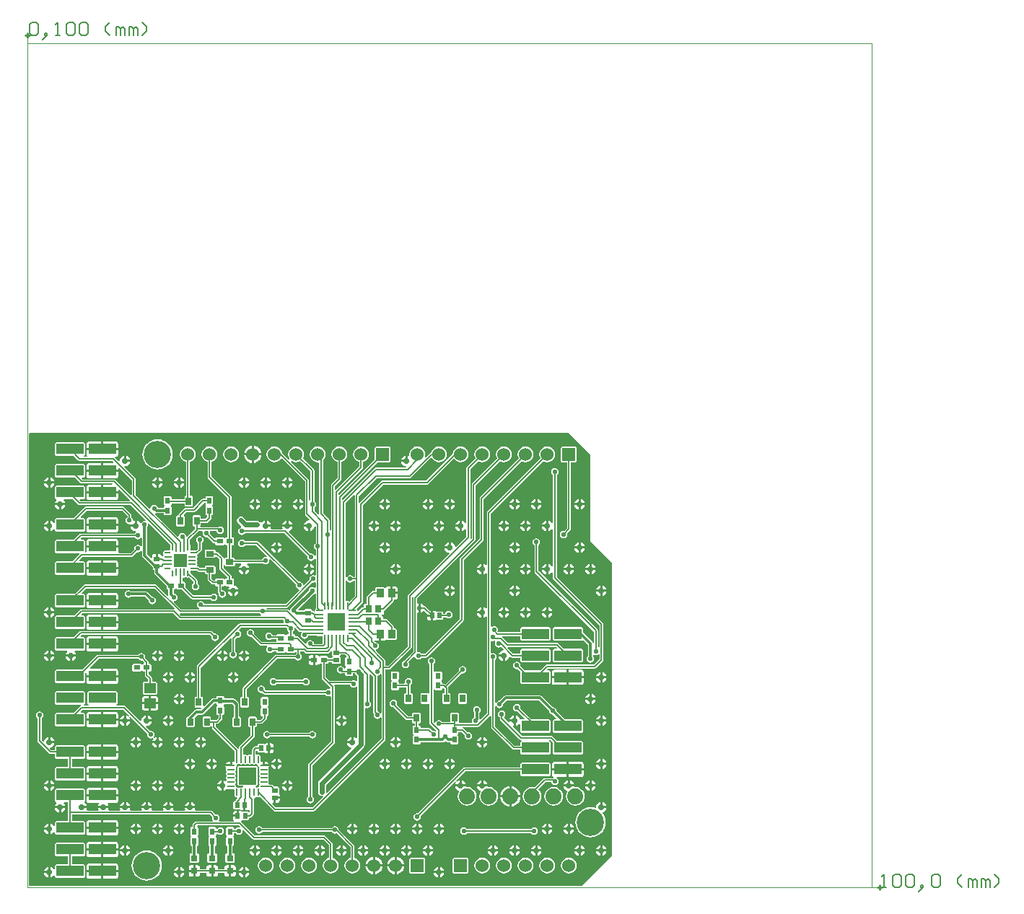
<source format=gtl>
G04 Layer_Physical_Order=1*
G04 Layer_Color=255*
%FSLAX25Y25*%
%MOIN*%
G70*
G01*
G75*
%ADD10R,0.12520X0.05000*%
%ADD11R,0.02953X0.02362*%
%ADD12R,0.02362X0.02953*%
%ADD13R,0.02559X0.03740*%
%ADD14R,0.02520X0.02362*%
%ADD15R,0.05315X0.04528*%
%ADD16R,0.03543X0.03937*%
%ADD17R,0.02362X0.02520*%
%ADD18R,0.03150X0.03150*%
%ADD19R,0.03110X0.03504*%
%ADD20O,0.00984X0.02756*%
%ADD21O,0.00984X0.03543*%
%ADD22O,0.02756X0.00984*%
%ADD23O,0.03543X0.00984*%
%ADD24R,0.06102X0.06102*%
%ADD25R,0.07874X0.07874*%
%ADD26O,0.00984X0.03347*%
%ADD27O,0.03347X0.00984*%
%ADD28R,0.03740X0.02559*%
%ADD29C,0.02400*%
%ADD30C,0.00600*%
%ADD31C,0.01200*%
%ADD32C,0.01500*%
%ADD33C,0.07400*%
%ADD34R,0.06000X0.06000*%
%ADD35C,0.06000*%
%ADD36C,0.12598*%
%ADD37C,0.02900*%
%ADD38C,0.02200*%
%ADD39C,0.00200*%
%ADD40C,0.01000*%
G36*
X260000Y200000D02*
Y160000D01*
X270000Y150000D01*
X270000Y14500D01*
X256214Y714D01*
X714D01*
Y209538D01*
X801Y209668D01*
X867Y210000D01*
X250000D01*
X260000Y200000D01*
D02*
G37*
%LPC*%
G36*
X190500Y9398D02*
Y7500D01*
X192399D01*
X192308Y7956D01*
X191766Y8766D01*
X190956Y9308D01*
X190500Y9398D01*
D02*
G37*
G36*
X34000Y11020D02*
X28240D01*
X27850Y10942D01*
X27519Y10721D01*
X27298Y10390D01*
X27221Y10000D01*
Y8000D01*
X34000D01*
Y11020D01*
D02*
G37*
G36*
X87398Y56500D02*
X85500D01*
Y54602D01*
X85956Y54692D01*
X86766Y55234D01*
X87308Y56044D01*
X87398Y56500D01*
D02*
G37*
G36*
X164500D02*
X162601D01*
X162692Y56044D01*
X163234Y55234D01*
X164044Y54692D01*
X164500Y54602D01*
Y56500D01*
D02*
G37*
G36*
X177399D02*
X175500D01*
Y54602D01*
X175956Y54692D01*
X176766Y55234D01*
X177308Y56044D01*
X177399Y56500D01*
D02*
G37*
G36*
X184500D02*
X182601D01*
X182692Y56044D01*
X183234Y55234D01*
X184044Y54692D01*
X184500Y54602D01*
Y56500D01*
D02*
G37*
G36*
X167399D02*
X165500D01*
Y54602D01*
X165956Y54692D01*
X166766Y55234D01*
X167308Y56044D01*
X167399Y56500D01*
D02*
G37*
G36*
X174500D02*
X172601D01*
X172692Y56044D01*
X173234Y55234D01*
X174044Y54692D01*
X174500Y54602D01*
Y56500D01*
D02*
G37*
G36*
X256779Y54000D02*
X250000D01*
Y50980D01*
X255760D01*
X256150Y51058D01*
X256481Y51279D01*
X256702Y51610D01*
X256779Y52000D01*
Y54000D01*
D02*
G37*
G36*
X240760Y57649D02*
X228240D01*
X227781Y57459D01*
X227591Y57000D01*
Y55418D01*
X202000D01*
X201649Y55348D01*
X201351Y55149D01*
X180363Y34161D01*
X180000Y34233D01*
X179337Y34101D01*
X178774Y33726D01*
X178399Y33163D01*
X178267Y32500D01*
X178399Y31837D01*
X178774Y31274D01*
X179337Y30899D01*
X180000Y30767D01*
X180663Y30899D01*
X181226Y31274D01*
X181601Y31837D01*
X181733Y32500D01*
X181661Y32863D01*
X197770Y48972D01*
X198158Y48653D01*
X198043Y48481D01*
X197692Y47956D01*
X197601Y47500D01*
X199500D01*
Y49398D01*
X199044Y49308D01*
X198519Y48957D01*
X198347Y48842D01*
X198028Y49230D01*
X202380Y53582D01*
X227591D01*
Y52000D01*
X227781Y51541D01*
X228240Y51351D01*
X240760D01*
X241219Y51541D01*
X241409Y52000D01*
Y57000D01*
X241219Y57459D01*
X240760Y57649D01*
D02*
G37*
G36*
X41779Y52000D02*
X35000D01*
Y48980D01*
X40760D01*
X41150Y49058D01*
X41481Y49279D01*
X41702Y49610D01*
X41779Y50000D01*
Y52000D01*
D02*
G37*
G36*
X5500Y81233D02*
X4837Y81101D01*
X4274Y80726D01*
X3899Y80163D01*
X3767Y79500D01*
X3899Y78837D01*
X4274Y78274D01*
X4582Y78069D01*
Y67500D01*
X4652Y67149D01*
X4851Y66851D01*
X9851Y61851D01*
X10149Y61652D01*
X10500Y61582D01*
X12591D01*
Y60000D01*
X12781Y59541D01*
X13240Y59351D01*
X18582D01*
Y55649D01*
X13240D01*
X12781Y55459D01*
X12591Y55000D01*
Y50000D01*
X12781Y49541D01*
X13240Y49351D01*
X25760D01*
X26219Y49541D01*
X26409Y50000D01*
Y55000D01*
X26219Y55459D01*
X25760Y55649D01*
X20418D01*
Y59351D01*
X25760D01*
X26219Y59541D01*
X26409Y60000D01*
Y65000D01*
X26219Y65459D01*
X25760Y65649D01*
X13240D01*
X12781Y65459D01*
X12591Y65000D01*
Y63418D01*
X10880D01*
X10255Y64043D01*
X10419Y64585D01*
X10956Y64692D01*
X11766Y65234D01*
X12308Y66044D01*
X12398Y66500D01*
X10000D01*
Y67000D01*
X9500D01*
Y69398D01*
X9044Y69308D01*
X8234Y68766D01*
X7692Y67956D01*
X7585Y67419D01*
X7043Y67255D01*
X6418Y67880D01*
Y78069D01*
X6726Y78274D01*
X7101Y78837D01*
X7233Y79500D01*
X7101Y80163D01*
X6726Y80726D01*
X6163Y81101D01*
X5500Y81233D01*
D02*
G37*
G36*
X34000Y56020D02*
X28240D01*
X27850Y55942D01*
X27519Y55721D01*
X27298Y55390D01*
X27221Y55000D01*
Y53000D01*
X34000D01*
Y56020D01*
D02*
G37*
G36*
X77399Y56500D02*
X75500D01*
Y54602D01*
X75956Y54692D01*
X76766Y55234D01*
X77308Y56044D01*
X77399Y56500D01*
D02*
G37*
G36*
X84500D02*
X82601D01*
X82692Y56044D01*
X83234Y55234D01*
X84044Y54692D01*
X84500Y54602D01*
Y56500D01*
D02*
G37*
G36*
X40760Y56020D02*
X35000D01*
Y53000D01*
X41779D01*
Y55000D01*
X41702Y55390D01*
X41481Y55721D01*
X41150Y55942D01*
X40760Y56020D01*
D02*
G37*
G36*
X74500Y56500D02*
X72601D01*
X72692Y56044D01*
X73234Y55234D01*
X74044Y54692D01*
X74500Y54602D01*
Y56500D01*
D02*
G37*
G36*
X84500Y59399D02*
X84044Y59308D01*
X83234Y58766D01*
X82692Y57956D01*
X82601Y57500D01*
X84500D01*
Y59399D01*
D02*
G37*
G36*
X85500D02*
Y57500D01*
X87398D01*
X87308Y57956D01*
X86766Y58766D01*
X85956Y59308D01*
X85500Y59399D01*
D02*
G37*
G36*
X74500D02*
X74044Y59308D01*
X73234Y58766D01*
X72692Y57956D01*
X72601Y57500D01*
X74500D01*
Y59399D01*
D02*
G37*
G36*
X75500D02*
Y57500D01*
X77399D01*
X77308Y57956D01*
X76766Y58766D01*
X75956Y59308D01*
X75500Y59399D01*
D02*
G37*
G36*
X100500Y9398D02*
Y7500D01*
X102399D01*
X102308Y7956D01*
X101766Y8766D01*
X100956Y9308D01*
X100500Y9398D01*
D02*
G37*
G36*
X165500Y59399D02*
Y57500D01*
X167399D01*
X167308Y57956D01*
X166766Y58766D01*
X165956Y59308D01*
X165500Y59399D01*
D02*
G37*
G36*
X174500D02*
X174044Y59308D01*
X173234Y58766D01*
X172692Y57956D01*
X172601Y57500D01*
X174500D01*
Y59399D01*
D02*
G37*
G36*
X99500Y9398D02*
X99044Y9308D01*
X98234Y8766D01*
X97692Y7956D01*
X97601Y7500D01*
X99500D01*
Y9398D01*
D02*
G37*
G36*
X164500Y59399D02*
X164044Y59308D01*
X163234Y58766D01*
X162692Y57956D01*
X162601Y57500D01*
X164500D01*
Y59399D01*
D02*
G37*
G36*
X197398Y56500D02*
X195500D01*
Y54602D01*
X195956Y54692D01*
X196766Y55234D01*
X197308Y56044D01*
X197398Y56500D01*
D02*
G37*
G36*
X264500D02*
X262601D01*
X262692Y56044D01*
X263234Y55234D01*
X264044Y54692D01*
X264500Y54602D01*
Y56500D01*
D02*
G37*
G36*
X187399D02*
X185500D01*
Y54602D01*
X185956Y54692D01*
X186766Y55234D01*
X187308Y56044D01*
X187399Y56500D01*
D02*
G37*
G36*
X194500D02*
X192602D01*
X192692Y56044D01*
X193234Y55234D01*
X194044Y54692D01*
X194500Y54602D01*
Y56500D01*
D02*
G37*
G36*
X267399D02*
X265500D01*
Y54602D01*
X265956Y54692D01*
X266766Y55234D01*
X267308Y56044D01*
X267399Y56500D01*
D02*
G37*
G36*
X93421Y57915D02*
X92740D01*
X92158Y57799D01*
X91664Y57469D01*
X91335Y56976D01*
X91318Y56894D01*
X93421D01*
Y57915D01*
D02*
G37*
G36*
X189500Y9398D02*
X189044Y9308D01*
X188234Y8766D01*
X187692Y7956D01*
X187601Y7500D01*
X189500D01*
Y9398D01*
D02*
G37*
G36*
X249000Y58020D02*
X243240D01*
X242850Y57942D01*
X242519Y57721D01*
X242298Y57390D01*
X242221Y57000D01*
Y55000D01*
X249000D01*
Y58020D01*
D02*
G37*
G36*
X255760D02*
X250000D01*
Y55000D01*
X256779D01*
Y57000D01*
X256702Y57390D01*
X256481Y57721D01*
X256150Y57942D01*
X255760Y58020D01*
D02*
G37*
G36*
X34000Y52000D02*
X27221D01*
Y50000D01*
X27298Y49610D01*
X27519Y49279D01*
X27850Y49058D01*
X28240Y48980D01*
X34000D01*
Y52000D01*
D02*
G37*
G36*
X89500Y46500D02*
X87602D01*
X87692Y46044D01*
X88234Y45234D01*
X89044Y44692D01*
X89500Y44602D01*
Y46500D01*
D02*
G37*
G36*
X25760Y20649D02*
X13240D01*
X12781Y20459D01*
X12591Y20000D01*
Y15000D01*
X12781Y14541D01*
X13240Y14351D01*
X18582D01*
Y10649D01*
X13240D01*
X12781Y10459D01*
X12591Y10000D01*
Y8433D01*
X12091Y8281D01*
X11766Y8766D01*
X10956Y9308D01*
X10500Y9398D01*
Y7000D01*
Y4602D01*
X10956Y4692D01*
X11766Y5234D01*
X12091Y5719D01*
X12591Y5567D01*
Y5000D01*
X12781Y4541D01*
X13240Y4351D01*
X25760D01*
X26219Y4541D01*
X26409Y5000D01*
Y10000D01*
X26219Y10459D01*
X25760Y10649D01*
X20418D01*
Y14351D01*
X25760D01*
X26219Y14541D01*
X26409Y15000D01*
Y20000D01*
X26219Y20459D01*
X25760Y20649D01*
D02*
G37*
G36*
X69500Y46500D02*
X67602D01*
X67692Y46044D01*
X68234Y45234D01*
X69044Y44692D01*
X69500Y44602D01*
Y46500D01*
D02*
G37*
G36*
X72399D02*
X70500D01*
Y44602D01*
X70956Y44692D01*
X71766Y45234D01*
X72308Y46044D01*
X72399Y46500D01*
D02*
G37*
G36*
X262399D02*
X260500D01*
Y44602D01*
X260956Y44692D01*
X261766Y45234D01*
X262308Y46044D01*
X262399Y46500D01*
D02*
G37*
G36*
X249000Y54000D02*
X242221D01*
Y52000D01*
X242298Y51610D01*
X242519Y51279D01*
X242786Y51101D01*
X242815Y50815D01*
X242778Y50563D01*
X242562Y50418D01*
X239000D01*
X238649Y50348D01*
X238351Y50149D01*
X234313Y46110D01*
X234122Y46189D01*
X233000Y46337D01*
X231877Y46189D01*
X230831Y45756D01*
X229933Y45067D01*
X229244Y44168D01*
X228811Y43123D01*
X228663Y42000D01*
X228811Y40878D01*
X229244Y39832D01*
X229933Y38933D01*
X230831Y38244D01*
X231877Y37811D01*
X233000Y37663D01*
X234122Y37811D01*
X235169Y38244D01*
X236067Y38933D01*
X236756Y39832D01*
X237189Y40878D01*
X237337Y42000D01*
X237189Y43123D01*
X236756Y44168D01*
X236067Y45067D01*
X236054Y45257D01*
X239380Y48582D01*
X241850D01*
X241899Y48337D01*
X242274Y47774D01*
X242837Y47399D01*
X243500Y47267D01*
X244163Y47399D01*
X244726Y47774D01*
X245101Y48337D01*
X245233Y49000D01*
X245101Y49663D01*
X244726Y50226D01*
X244344Y50480D01*
X244496Y50980D01*
X249000D01*
Y54000D01*
D02*
G37*
G36*
X95075Y10142D02*
X94000D01*
Y8047D01*
X96094D01*
Y9122D01*
X96017Y9512D01*
X95796Y9843D01*
X95465Y10064D01*
X95075Y10142D01*
D02*
G37*
G36*
X259500Y46500D02*
X257601D01*
X257692Y46044D01*
X258234Y45234D01*
X259044Y44692D01*
X259500Y44602D01*
Y46500D01*
D02*
G37*
G36*
X62398D02*
X60500D01*
Y44602D01*
X60956Y44692D01*
X61766Y45234D01*
X62308Y46044D01*
X62398Y46500D01*
D02*
G37*
G36*
X40760Y46020D02*
X35000D01*
Y43000D01*
X41779D01*
Y45000D01*
X41702Y45390D01*
X41481Y45721D01*
X41150Y45942D01*
X40760Y46020D01*
D02*
G37*
G36*
X9500Y46500D02*
X7602D01*
X7692Y46044D01*
X8234Y45234D01*
X9044Y44692D01*
X9500Y44602D01*
Y46500D01*
D02*
G37*
G36*
X223500Y46675D02*
Y42500D01*
X227675D01*
X227579Y43227D01*
X227105Y44370D01*
X226352Y45352D01*
X225370Y46106D01*
X224227Y46579D01*
X223500Y46675D01*
D02*
G37*
G36*
X34000Y46020D02*
X28240D01*
X27850Y45942D01*
X27519Y45721D01*
X27298Y45390D01*
X27221Y45000D01*
Y43000D01*
X34000D01*
Y46020D01*
D02*
G37*
G36*
X52399Y46500D02*
X50500D01*
Y44602D01*
X50956Y44692D01*
X51766Y45234D01*
X52308Y46044D01*
X52399Y46500D01*
D02*
G37*
G36*
X59500D02*
X57601D01*
X57692Y46044D01*
X58234Y45234D01*
X59044Y44692D01*
X59500Y44602D01*
Y46500D01*
D02*
G37*
G36*
X12398D02*
X10500D01*
Y44602D01*
X10956Y44692D01*
X11766Y45234D01*
X12308Y46044D01*
X12398Y46500D01*
D02*
G37*
G36*
X49500D02*
X47602D01*
X47692Y46044D01*
X48234Y45234D01*
X49044Y44692D01*
X49500Y44602D01*
Y46500D01*
D02*
G37*
G36*
X9500Y49398D02*
X9044Y49308D01*
X8234Y48766D01*
X7692Y47956D01*
X7602Y47500D01*
X9500D01*
Y49398D01*
D02*
G37*
G36*
X209500D02*
X209044Y49308D01*
X208234Y48766D01*
X207692Y47956D01*
X207601Y47500D01*
X209500D01*
Y49398D01*
D02*
G37*
G36*
X210500D02*
Y47500D01*
X212399D01*
X212308Y47956D01*
X211766Y48766D01*
X210956Y49308D01*
X210500Y49398D01*
D02*
G37*
G36*
X40760Y11020D02*
X35000D01*
Y8000D01*
X41779D01*
Y10000D01*
X41702Y10390D01*
X41481Y10721D01*
X41150Y10942D01*
X40760Y11020D01*
D02*
G37*
G36*
X200500Y49398D02*
Y47500D01*
X202398D01*
X202308Y47956D01*
X201766Y48766D01*
X200956Y49308D01*
X200500Y49398D01*
D02*
G37*
G36*
X259500D02*
X259044Y49308D01*
X258234Y48766D01*
X257692Y47956D01*
X257601Y47500D01*
X259500D01*
Y49398D01*
D02*
G37*
G36*
X260500D02*
Y47500D01*
X262399D01*
X262308Y47956D01*
X261766Y48766D01*
X260956Y49308D01*
X260500Y49398D01*
D02*
G37*
G36*
X249500D02*
X249044Y49308D01*
X248234Y48766D01*
X247692Y47956D01*
X247602Y47500D01*
X249500D01*
Y49398D01*
D02*
G37*
G36*
X250500D02*
Y47500D01*
X252398D01*
X252308Y47956D01*
X251766Y48766D01*
X250956Y49308D01*
X250500Y49398D01*
D02*
G37*
G36*
X76500Y10142D02*
X75425D01*
X75035Y10064D01*
X74704Y9843D01*
X74483Y9512D01*
X74406Y9122D01*
Y8047D01*
X76500D01*
Y10142D01*
D02*
G37*
G36*
X50500Y49398D02*
Y47500D01*
X52399D01*
X52308Y47956D01*
X51766Y48766D01*
X50956Y49308D01*
X50500Y49398D01*
D02*
G37*
G36*
X59500D02*
X59044Y49308D01*
X58234Y48766D01*
X57692Y47956D01*
X57601Y47500D01*
X59500D01*
Y49398D01*
D02*
G37*
G36*
X10500D02*
Y47500D01*
X12398D01*
X12308Y47956D01*
X11766Y48766D01*
X10956Y49308D01*
X10500Y49398D01*
D02*
G37*
G36*
X49500D02*
X49044Y49308D01*
X48234Y48766D01*
X47692Y47956D01*
X47602Y47500D01*
X49500D01*
Y49398D01*
D02*
G37*
G36*
X70500D02*
Y47500D01*
X72399D01*
X72308Y47956D01*
X71766Y48766D01*
X70956Y49308D01*
X70500Y49398D01*
D02*
G37*
G36*
X89500D02*
X89044Y49308D01*
X88234Y48766D01*
X87692Y47956D01*
X87602Y47500D01*
X89500D01*
Y49398D01*
D02*
G37*
G36*
X60500D02*
Y47500D01*
X62398D01*
X62308Y47956D01*
X61766Y48766D01*
X60956Y49308D01*
X60500Y49398D01*
D02*
G37*
G36*
X69500D02*
X69044Y49308D01*
X68234Y48766D01*
X67692Y47956D01*
X67602Y47500D01*
X69500D01*
Y49398D01*
D02*
G37*
G36*
X175500Y59399D02*
Y57500D01*
X177399D01*
X177308Y57956D01*
X176766Y58766D01*
X175956Y59308D01*
X175500Y59399D01*
D02*
G37*
G36*
X267399Y76500D02*
X265500D01*
Y74602D01*
X265956Y74692D01*
X266766Y75234D01*
X267308Y76044D01*
X267399Y76500D01*
D02*
G37*
G36*
X44500Y79399D02*
X44044Y79308D01*
X43234Y78766D01*
X42692Y77956D01*
X42601Y77500D01*
X44500D01*
Y79399D01*
D02*
G37*
G36*
X230000Y13631D02*
X229060Y13507D01*
X228185Y13145D01*
X227432Y12567D01*
X226855Y11816D01*
X226493Y10940D01*
X226369Y10000D01*
X226493Y9060D01*
X226855Y8185D01*
X227432Y7433D01*
X228185Y6855D01*
X229060Y6493D01*
X230000Y6369D01*
X230940Y6493D01*
X231816Y6855D01*
X232568Y7433D01*
X233145Y8185D01*
X233507Y9060D01*
X233631Y10000D01*
X233507Y10940D01*
X233145Y11816D01*
X232568Y12567D01*
X231816Y13145D01*
X230940Y13507D01*
X230000Y13631D01*
D02*
G37*
G36*
X264500Y76500D02*
X262601D01*
X262692Y76044D01*
X263234Y75234D01*
X264044Y74692D01*
X264500Y74602D01*
Y76500D01*
D02*
G37*
G36*
X55500Y79399D02*
Y77500D01*
X57398D01*
X57308Y77956D01*
X56766Y78766D01*
X55956Y79308D01*
X55500Y79399D01*
D02*
G37*
G36*
X220000Y13631D02*
X219060Y13507D01*
X218184Y13145D01*
X217432Y12567D01*
X216855Y11816D01*
X216493Y10940D01*
X216369Y10000D01*
X216493Y9060D01*
X216855Y8185D01*
X217432Y7433D01*
X218184Y6855D01*
X219060Y6493D01*
X220000Y6369D01*
X220940Y6493D01*
X221815Y6855D01*
X222568Y7433D01*
X223145Y8185D01*
X223507Y9060D01*
X223631Y10000D01*
X223507Y10940D01*
X223145Y11816D01*
X222568Y12567D01*
X221815Y13145D01*
X220940Y13507D01*
X220000Y13631D01*
D02*
G37*
G36*
X210000D02*
X209060Y13507D01*
X208185Y13145D01*
X207433Y12567D01*
X206855Y11816D01*
X206493Y10940D01*
X206369Y10000D01*
X206493Y9060D01*
X206855Y8185D01*
X207433Y7433D01*
X208185Y6855D01*
X209060Y6493D01*
X210000Y6369D01*
X210940Y6493D01*
X211816Y6855D01*
X212567Y7433D01*
X213145Y8185D01*
X213507Y9060D01*
X213631Y10000D01*
X213507Y10940D01*
X213145Y11816D01*
X212567Y12567D01*
X211816Y13145D01*
X210940Y13507D01*
X210000Y13631D01*
D02*
G37*
G36*
X64500Y79399D02*
X64044Y79308D01*
X63234Y78766D01*
X62692Y77956D01*
X62602Y77500D01*
X64500D01*
Y79399D01*
D02*
G37*
G36*
X65500D02*
Y77500D01*
X67399D01*
X67308Y77956D01*
X66766Y78766D01*
X65956Y79308D01*
X65500Y79399D01*
D02*
G37*
G36*
X34000Y77000D02*
X27221D01*
Y75000D01*
X27298Y74610D01*
X27519Y74279D01*
X27850Y74058D01*
X28240Y73980D01*
X34000D01*
Y77000D01*
D02*
G37*
G36*
X41779D02*
X35000D01*
Y73980D01*
X40760D01*
X41150Y74058D01*
X41481Y74279D01*
X41702Y74610D01*
X41779Y75000D01*
Y77000D01*
D02*
G37*
G36*
X210500Y69398D02*
Y67500D01*
X212399D01*
X212308Y67956D01*
X211766Y68766D01*
X210956Y69308D01*
X210500Y69398D01*
D02*
G37*
G36*
X250000Y13631D02*
X249060Y13507D01*
X248184Y13145D01*
X247432Y12567D01*
X246855Y11816D01*
X246493Y10940D01*
X246369Y10000D01*
X246493Y9060D01*
X246855Y8185D01*
X247432Y7433D01*
X248184Y6855D01*
X249060Y6493D01*
X250000Y6369D01*
X250940Y6493D01*
X251816Y6855D01*
X252568Y7433D01*
X253145Y8185D01*
X253507Y9060D01*
X253631Y10000D01*
X253507Y10940D01*
X253145Y11816D01*
X252568Y12567D01*
X251816Y13145D01*
X250940Y13507D01*
X250000Y13631D01*
D02*
G37*
G36*
X44500Y76500D02*
X42601D01*
X42692Y76044D01*
X43234Y75234D01*
X44044Y74692D01*
X44500Y74602D01*
Y76500D01*
D02*
G37*
G36*
X67399D02*
X65500D01*
Y74602D01*
X65956Y74692D01*
X66766Y75234D01*
X67308Y76044D01*
X67399Y76500D01*
D02*
G37*
G36*
X240000Y13631D02*
X239060Y13507D01*
X238184Y13145D01*
X237433Y12567D01*
X236855Y11816D01*
X236493Y10940D01*
X236369Y10000D01*
X236493Y9060D01*
X236855Y8185D01*
X237433Y7433D01*
X238184Y6855D01*
X239060Y6493D01*
X240000Y6369D01*
X240940Y6493D01*
X241815Y6855D01*
X242567Y7433D01*
X243145Y8185D01*
X243507Y9060D01*
X243631Y10000D01*
X243507Y10940D01*
X243145Y11816D01*
X242567Y12567D01*
X241815Y13145D01*
X240940Y13507D01*
X240000Y13631D01*
D02*
G37*
G36*
X47398Y76500D02*
X45500D01*
Y74602D01*
X45956Y74692D01*
X46766Y75234D01*
X47308Y76044D01*
X47398Y76500D01*
D02*
G37*
G36*
X64500D02*
X62602D01*
X62692Y76044D01*
X63234Y75234D01*
X64044Y74692D01*
X64500Y74602D01*
Y76500D01*
D02*
G37*
G36*
X259500Y86500D02*
X257601D01*
X257692Y86044D01*
X258234Y85234D01*
X259044Y84692D01*
X259500Y84601D01*
Y86500D01*
D02*
G37*
G36*
X262399D02*
X260500D01*
Y84601D01*
X260956Y84692D01*
X261766Y85234D01*
X262308Y86044D01*
X262399Y86500D01*
D02*
G37*
G36*
X69500D02*
X67602D01*
X67692Y86044D01*
X68234Y85234D01*
X69044Y84692D01*
X69500Y84601D01*
Y86500D01*
D02*
G37*
G36*
X72399D02*
X70500D01*
Y84601D01*
X70956Y84692D01*
X71766Y85234D01*
X72308Y86044D01*
X72399Y86500D01*
D02*
G37*
G36*
X170838Y99807D02*
X168476D01*
X168017Y99617D01*
X167826Y99158D01*
Y96205D01*
X168017Y95745D01*
X168156Y95688D01*
Y95147D01*
X168017Y95089D01*
X167826Y94630D01*
Y91677D01*
X168017Y91218D01*
X168476Y91028D01*
X170838D01*
X171297Y91218D01*
X171488Y91677D01*
Y92236D01*
X174999D01*
Y89728D01*
X174637D01*
X174178Y89538D01*
X173988Y89079D01*
Y85339D01*
X174178Y84879D01*
X174637Y84689D01*
X177197D01*
X177656Y84879D01*
X177846Y85339D01*
Y89079D01*
X177656Y89538D01*
X177197Y89728D01*
X176918D01*
Y93569D01*
X177226Y93774D01*
X177601Y94337D01*
X177733Y95000D01*
X177601Y95663D01*
X177226Y96226D01*
X176663Y96601D01*
X176000Y96733D01*
X175337Y96601D01*
X174774Y96226D01*
X174399Y95663D01*
X174267Y95000D01*
X174352Y94571D01*
X174021Y94071D01*
X171488D01*
Y94630D01*
X171297Y95089D01*
X171158Y95147D01*
Y95688D01*
X171297Y95745D01*
X171488Y96205D01*
Y99158D01*
X171297Y99617D01*
X170838Y99807D01*
D02*
G37*
G36*
X59158Y88339D02*
X57000D01*
Y85555D01*
X60177D01*
Y87319D01*
X60100Y87709D01*
X59878Y88040D01*
X59548Y88261D01*
X59158Y88339D01*
D02*
G37*
G36*
X69500Y89398D02*
X69044Y89308D01*
X68234Y88766D01*
X67692Y87956D01*
X67602Y87500D01*
X69500D01*
Y89398D01*
D02*
G37*
G36*
X202177Y89728D02*
X199618D01*
X199159Y89538D01*
X198968Y89079D01*
Y85339D01*
X199159Y84879D01*
X199618Y84689D01*
X202177D01*
X202636Y84879D01*
X202826Y85339D01*
Y89079D01*
X202636Y89538D01*
X202177Y89728D01*
D02*
G37*
G36*
X56000Y88339D02*
X53843D01*
X53452Y88261D01*
X53122Y88040D01*
X52900Y87709D01*
X52823Y87319D01*
Y85555D01*
X56000D01*
Y88339D01*
D02*
G37*
G36*
X265500Y79399D02*
Y77500D01*
X267399D01*
X267308Y77956D01*
X266766Y78766D01*
X265956Y79308D01*
X265500Y79399D01*
D02*
G37*
G36*
X226000Y84733D02*
X225337Y84601D01*
X224774Y84226D01*
X224399Y83663D01*
X224267Y83000D01*
X224399Y82337D01*
X224774Y81774D01*
X225337Y81399D01*
X226000Y81267D01*
X226363Y81339D01*
X229591Y78111D01*
X229399Y77649D01*
X228240D01*
X227906Y77511D01*
X227360Y77692D01*
X227308Y77956D01*
X226766Y78766D01*
X225956Y79308D01*
X225500Y79399D01*
Y77000D01*
Y74602D01*
X225956Y74692D01*
X226766Y75234D01*
X227091Y75719D01*
X227591Y75567D01*
Y72000D01*
X227781Y71541D01*
X228240Y71351D01*
X240760D01*
X241219Y71541D01*
X241409Y72000D01*
Y77000D01*
X241219Y77459D01*
X240760Y77649D01*
X232648D01*
X227661Y82637D01*
X227733Y83000D01*
X227601Y83663D01*
X227226Y84226D01*
X226663Y84601D01*
X226000Y84733D01*
D02*
G37*
G36*
X224500Y79399D02*
X224044Y79308D01*
X223234Y78766D01*
X222692Y77956D01*
X222602Y77500D01*
X224500D01*
Y79399D01*
D02*
G37*
G36*
X264500D02*
X264044Y79308D01*
X263234Y78766D01*
X262692Y77956D01*
X262601Y77500D01*
X264500D01*
Y79399D01*
D02*
G37*
G36*
X34000Y81020D02*
X28240D01*
X27850Y80942D01*
X27519Y80721D01*
X27298Y80390D01*
X27221Y80000D01*
Y78000D01*
X34000D01*
Y81020D01*
D02*
G37*
G36*
X60177Y84555D02*
X57000D01*
Y81772D01*
X59158D01*
X59548Y81849D01*
X59878Y82070D01*
X60100Y82401D01*
X60177Y82791D01*
Y84555D01*
D02*
G37*
G36*
X40760Y90649D02*
X28240D01*
X27781Y90459D01*
X27591Y90000D01*
Y85000D01*
X27781Y84541D01*
X28078Y84418D01*
X27979Y83918D01*
X26021D01*
X25922Y84418D01*
X26219Y84541D01*
X26409Y85000D01*
Y90000D01*
X26219Y90459D01*
X25760Y90649D01*
X13240D01*
X12781Y90459D01*
X12591Y90000D01*
Y85000D01*
X12781Y84541D01*
X13240Y84351D01*
X24614D01*
X24707Y83859D01*
X24649Y83848D01*
X24351Y83649D01*
X21352Y80649D01*
X13240D01*
X12781Y80459D01*
X12591Y80000D01*
Y75000D01*
X12781Y74541D01*
X13240Y74351D01*
X25760D01*
X26219Y74541D01*
X26409Y75000D01*
Y80000D01*
X26219Y80459D01*
X25760Y80649D01*
X24600D01*
X24409Y81111D01*
X25380Y82082D01*
X44120D01*
X46972Y79230D01*
X46653Y78842D01*
X46481Y78957D01*
X45956Y79308D01*
X45500Y79399D01*
Y77500D01*
X47398D01*
X47308Y77956D01*
X46957Y78481D01*
X46842Y78653D01*
X47230Y78972D01*
X55339Y70863D01*
X55267Y70500D01*
X55399Y69837D01*
X55774Y69274D01*
X56337Y68899D01*
X57000Y68767D01*
X57663Y68899D01*
X57767Y68968D01*
X58127Y68607D01*
X57692Y67956D01*
X57601Y67500D01*
X59500D01*
Y69398D01*
X59044Y69308D01*
X58692Y69073D01*
X58332Y69433D01*
X58601Y69837D01*
X58733Y70500D01*
X58601Y71163D01*
X58226Y71726D01*
X57663Y72101D01*
X57000Y72233D01*
X56637Y72161D01*
X54730Y74068D01*
X54966Y74509D01*
X55000Y74502D01*
X55956Y74692D01*
X56766Y75234D01*
X57308Y76044D01*
X57398Y76500D01*
X55000D01*
Y77000D01*
X54500D01*
Y79399D01*
X54044Y79308D01*
X53234Y78766D01*
X52692Y77956D01*
X52502Y77000D01*
X52509Y76965D01*
X52068Y76730D01*
X45149Y83649D01*
X44851Y83848D01*
X44500Y83918D01*
X41021D01*
X40922Y84418D01*
X41219Y84541D01*
X41409Y85000D01*
Y90000D01*
X41219Y90459D01*
X40760Y90649D01*
D02*
G37*
G36*
Y81020D02*
X35000D01*
Y78000D01*
X41779D01*
Y80000D01*
X41702Y80390D01*
X41481Y80721D01*
X41150Y80942D01*
X40760Y81020D01*
D02*
G37*
G36*
X56000Y84555D02*
X52823D01*
Y82791D01*
X52900Y82401D01*
X53122Y82070D01*
X53452Y81849D01*
X53843Y81772D01*
X56000D01*
Y84555D01*
D02*
G37*
G36*
X49500Y66500D02*
X47602D01*
X47692Y66044D01*
X48234Y65234D01*
X49044Y64692D01*
X49500Y64601D01*
Y66500D01*
D02*
G37*
G36*
X52399D02*
X50500D01*
Y64601D01*
X50956Y64692D01*
X51766Y65234D01*
X52308Y66044D01*
X52399Y66500D01*
D02*
G37*
G36*
X34000Y66020D02*
X28240D01*
X27850Y65942D01*
X27519Y65721D01*
X27298Y65390D01*
X27221Y65000D01*
Y63000D01*
X34000D01*
Y66020D01*
D02*
G37*
G36*
X40760D02*
X35000D01*
Y63000D01*
X41779D01*
Y65000D01*
X41702Y65390D01*
X41481Y65721D01*
X41150Y65942D01*
X40760Y66020D01*
D02*
G37*
G36*
X59500Y66500D02*
X57601D01*
X57692Y66044D01*
X58234Y65234D01*
X59044Y64692D01*
X59500Y64601D01*
Y66500D01*
D02*
G37*
G36*
X72399D02*
X70500D01*
Y64601D01*
X70956Y64692D01*
X71766Y65234D01*
X72308Y66044D01*
X72399Y66500D01*
D02*
G37*
G36*
X79500D02*
X77601D01*
X77692Y66044D01*
X78234Y65234D01*
X79044Y64692D01*
X79500Y64601D01*
Y66500D01*
D02*
G37*
G36*
X62398D02*
X60500D01*
Y64601D01*
X60956Y64692D01*
X61766Y65234D01*
X62308Y66044D01*
X62398Y66500D01*
D02*
G37*
G36*
X69500D02*
X67602D01*
X67692Y66044D01*
X68234Y65234D01*
X69044Y64692D01*
X69500Y64601D01*
Y66500D01*
D02*
G37*
G36*
X194500Y59399D02*
X194044Y59308D01*
X193234Y58766D01*
X192692Y57956D01*
X192602Y57500D01*
X194500D01*
Y59399D01*
D02*
G37*
G36*
X195500D02*
Y57500D01*
X197398D01*
X197308Y57956D01*
X196766Y58766D01*
X195956Y59308D01*
X195500Y59399D01*
D02*
G37*
G36*
X184500D02*
X184044Y59308D01*
X183234Y58766D01*
X182692Y57956D01*
X182601Y57500D01*
X184500D01*
Y59399D01*
D02*
G37*
G36*
X185500D02*
Y57500D01*
X187399D01*
X187308Y57956D01*
X186766Y58766D01*
X185956Y59308D01*
X185500Y59399D01*
D02*
G37*
G36*
X264500D02*
X264044Y59308D01*
X263234Y58766D01*
X262692Y57956D01*
X262601Y57500D01*
X264500D01*
Y59399D01*
D02*
G37*
G36*
X41779Y62000D02*
X35000D01*
Y58980D01*
X40760D01*
X41150Y59058D01*
X41481Y59279D01*
X41702Y59610D01*
X41779Y60000D01*
Y62000D01*
D02*
G37*
G36*
X70500Y9398D02*
Y7500D01*
X72399D01*
X72308Y7956D01*
X71766Y8766D01*
X70956Y9308D01*
X70500Y9398D01*
D02*
G37*
G36*
X265500Y59399D02*
Y57500D01*
X267399D01*
X267308Y57956D01*
X266766Y58766D01*
X265956Y59308D01*
X265500Y59399D01*
D02*
G37*
G36*
X34000Y62000D02*
X27221D01*
Y60000D01*
X27298Y59610D01*
X27519Y59279D01*
X27850Y59058D01*
X28240Y58980D01*
X34000D01*
Y62000D01*
D02*
G37*
G36*
X70500Y69398D02*
Y67500D01*
X72399D01*
X72308Y67956D01*
X71766Y68766D01*
X70956Y69308D01*
X70500Y69398D01*
D02*
G37*
G36*
X79500D02*
X79044Y69308D01*
X78234Y68766D01*
X77692Y67956D01*
X77601Y67500D01*
X79500D01*
Y69398D01*
D02*
G37*
G36*
X60500D02*
Y67500D01*
X62398D01*
X62308Y67956D01*
X61766Y68766D01*
X60956Y69308D01*
X60500Y69398D01*
D02*
G37*
G36*
X69500D02*
X69044Y69308D01*
X68234Y68766D01*
X67692Y67956D01*
X67602Y67500D01*
X69500D01*
Y69398D01*
D02*
G37*
G36*
X80500D02*
Y67500D01*
X82398D01*
X82308Y67956D01*
X81766Y68766D01*
X80956Y69308D01*
X80500Y69398D01*
D02*
G37*
G36*
X170500D02*
Y67500D01*
X172398D01*
X172308Y67956D01*
X171766Y68766D01*
X170956Y69308D01*
X170500Y69398D01*
D02*
G37*
G36*
X209500D02*
X209044Y69308D01*
X208234Y68766D01*
X207692Y67956D01*
X207601Y67500D01*
X209500D01*
Y69398D01*
D02*
G37*
G36*
X9500Y9398D02*
X9044Y9308D01*
X8234Y8766D01*
X7692Y7956D01*
X7602Y7500D01*
X9500D01*
Y9398D01*
D02*
G37*
G36*
X169500Y69398D02*
X169044Y69308D01*
X168234Y68766D01*
X167692Y67956D01*
X167602Y67500D01*
X169500D01*
Y69398D01*
D02*
G37*
G36*
X172398Y66500D02*
X170500D01*
Y64601D01*
X170956Y64692D01*
X171766Y65234D01*
X172308Y66044D01*
X172398Y66500D01*
D02*
G37*
G36*
X209500D02*
X207601D01*
X207692Y66044D01*
X208234Y65234D01*
X209044Y64692D01*
X209500Y64601D01*
Y66500D01*
D02*
G37*
G36*
X82398D02*
X80500D01*
Y64601D01*
X80956Y64692D01*
X81766Y65234D01*
X82308Y66044D01*
X82398Y66500D01*
D02*
G37*
G36*
X169500D02*
X167602D01*
X167692Y66044D01*
X168234Y65234D01*
X169044Y64692D01*
X169500Y64601D01*
Y66500D01*
D02*
G37*
G36*
X212399D02*
X210500D01*
Y64601D01*
X210956Y64692D01*
X211766Y65234D01*
X212308Y66044D01*
X212399Y66500D01*
D02*
G37*
G36*
X49500Y69398D02*
X49044Y69308D01*
X48234Y68766D01*
X47692Y67956D01*
X47602Y67500D01*
X49500D01*
Y69398D01*
D02*
G37*
G36*
X50500D02*
Y67500D01*
X52399D01*
X52308Y67956D01*
X51766Y68766D01*
X50956Y69308D01*
X50500Y69398D01*
D02*
G37*
G36*
X69500Y9398D02*
X69044Y9308D01*
X68234Y8766D01*
X67692Y7956D01*
X67602Y7500D01*
X69500D01*
Y9398D01*
D02*
G37*
G36*
X10500Y69398D02*
Y67500D01*
X12398D01*
X12308Y67956D01*
X11766Y68766D01*
X10956Y69308D01*
X10500Y69398D01*
D02*
G37*
G36*
X222500Y46675D02*
X221773Y46579D01*
X220630Y46106D01*
X219648Y45352D01*
X218895Y44370D01*
X218421Y43227D01*
X218325Y42500D01*
X222500D01*
Y46675D01*
D02*
G37*
G36*
X115500Y19399D02*
Y17500D01*
X117399D01*
X117308Y17956D01*
X116766Y18766D01*
X115956Y19308D01*
X115500Y19399D01*
D02*
G37*
G36*
X124500D02*
X124044Y19308D01*
X123234Y18766D01*
X122692Y17956D01*
X122601Y17500D01*
X124500D01*
Y19399D01*
D02*
G37*
G36*
X105500D02*
Y17500D01*
X107398D01*
X107308Y17956D01*
X106766Y18766D01*
X105956Y19308D01*
X105500Y19399D01*
D02*
G37*
G36*
X114500D02*
X114044Y19308D01*
X113234Y18766D01*
X112692Y17956D01*
X112601Y17500D01*
X114500D01*
Y19399D01*
D02*
G37*
G36*
X125500D02*
Y17500D01*
X127399D01*
X127308Y17956D01*
X126766Y18766D01*
X125956Y19308D01*
X125500Y19399D01*
D02*
G37*
G36*
X144500D02*
X144044Y19308D01*
X143234Y18766D01*
X142692Y17956D01*
X142602Y17500D01*
X144500D01*
Y19399D01*
D02*
G37*
G36*
X145500D02*
Y17500D01*
X147398D01*
X147308Y17956D01*
X146766Y18766D01*
X145956Y19308D01*
X145500Y19399D01*
D02*
G37*
G36*
X134500D02*
X134044Y19308D01*
X133234Y18766D01*
X132692Y17956D01*
X132601Y17500D01*
X134500D01*
Y19399D01*
D02*
G37*
G36*
X135500D02*
Y17500D01*
X137399D01*
X137308Y17956D01*
X136766Y18766D01*
X135956Y19308D01*
X135500Y19399D01*
D02*
G37*
G36*
X267399Y16500D02*
X265500D01*
Y14602D01*
X265956Y14692D01*
X266766Y15234D01*
X267308Y16044D01*
X267399Y16500D01*
D02*
G37*
G36*
X55000Y16979D02*
X54969Y16966D01*
X54936Y16976D01*
X53702Y16854D01*
X53643Y16823D01*
X53577Y16829D01*
X52389Y16469D01*
X52338Y16427D01*
X52272Y16421D01*
X51177Y15836D01*
X51135Y15784D01*
X51071Y15765D01*
X50112Y14978D01*
X50081Y14919D01*
X50022Y14888D01*
X49235Y13929D01*
X49216Y13865D01*
X49164Y13823D01*
X48579Y12728D01*
X48573Y12662D01*
X48531Y12611D01*
X48171Y11423D01*
X48177Y11357D01*
X48146Y11299D01*
X48024Y10064D01*
X48043Y10000D01*
X48024Y9936D01*
X48146Y8702D01*
X48177Y8643D01*
X48171Y8577D01*
X48531Y7389D01*
X48573Y7338D01*
X48579Y7272D01*
X49164Y6177D01*
X49216Y6135D01*
X49235Y6071D01*
X50022Y5112D01*
X50081Y5081D01*
X50112Y5022D01*
X51071Y4235D01*
X51135Y4216D01*
X51177Y4164D01*
X52272Y3579D01*
X52338Y3573D01*
X52389Y3531D01*
X53577Y3170D01*
X53643Y3177D01*
X53702Y3146D01*
X54936Y3024D01*
X54969Y3034D01*
X55000Y3021D01*
X55031Y3034D01*
X55064Y3024D01*
X56299Y3146D01*
X56357Y3177D01*
X56423Y3170D01*
X57611Y3531D01*
X57662Y3573D01*
X57728Y3579D01*
X58823Y4164D01*
X58865Y4216D01*
X58929Y4235D01*
X59888Y5022D01*
X59919Y5081D01*
X59978Y5112D01*
X60765Y6071D01*
X60784Y6135D01*
X60836Y6177D01*
X61421Y7272D01*
X61427Y7338D01*
X61469Y7389D01*
X61830Y8577D01*
X61823Y8643D01*
X61854Y8702D01*
X61976Y9936D01*
X61957Y10000D01*
X61976Y10064D01*
X61854Y11299D01*
X61823Y11357D01*
X61830Y11423D01*
X61469Y12611D01*
X61427Y12662D01*
X61421Y12728D01*
X60836Y13823D01*
X60784Y13865D01*
X60765Y13929D01*
X59978Y14888D01*
X59919Y14919D01*
X59888Y14978D01*
X58929Y15765D01*
X58865Y15784D01*
X58823Y15836D01*
X57728Y16421D01*
X57662Y16427D01*
X57611Y16469D01*
X56423Y16829D01*
X56357Y16823D01*
X56299Y16854D01*
X55064Y16976D01*
X55031Y16966D01*
X55000Y16979D01*
D02*
G37*
G36*
X257399Y16500D02*
X255500D01*
Y14602D01*
X255956Y14692D01*
X256766Y15234D01*
X257308Y16044D01*
X257399Y16500D01*
D02*
G37*
G36*
X264500D02*
X262601D01*
X262692Y16044D01*
X263234Y15234D01*
X264044Y14692D01*
X264500Y14602D01*
Y16500D01*
D02*
G37*
G36*
X44500Y19399D02*
X44044Y19308D01*
X43234Y18766D01*
X42692Y17956D01*
X42601Y17500D01*
X44500D01*
Y19399D01*
D02*
G37*
G36*
X65500D02*
Y17500D01*
X67399D01*
X67308Y17956D01*
X66766Y18766D01*
X65956Y19308D01*
X65500Y19399D01*
D02*
G37*
G36*
X104500D02*
X104044Y19308D01*
X103234Y18766D01*
X102692Y17956D01*
X102602Y17500D01*
X104500D01*
Y19399D01*
D02*
G37*
G36*
X45500D02*
Y17500D01*
X47398D01*
X47308Y17956D01*
X46766Y18766D01*
X45956Y19308D01*
X45500Y19399D01*
D02*
G37*
G36*
X64500D02*
X64044Y19308D01*
X63234Y18766D01*
X62692Y17956D01*
X62602Y17500D01*
X64500D01*
Y19399D01*
D02*
G37*
G36*
X225500D02*
Y17500D01*
X227398D01*
X227308Y17956D01*
X226766Y18766D01*
X225956Y19308D01*
X225500Y19399D01*
D02*
G37*
G36*
X234500D02*
X234044Y19308D01*
X233234Y18766D01*
X232692Y17956D01*
X232601Y17500D01*
X234500D01*
Y19399D01*
D02*
G37*
G36*
X215500D02*
Y17500D01*
X217399D01*
X217308Y17956D01*
X216766Y18766D01*
X215956Y19308D01*
X215500Y19399D01*
D02*
G37*
G36*
X224500D02*
X224044Y19308D01*
X223234Y18766D01*
X222692Y17956D01*
X222602Y17500D01*
X224500D01*
Y19399D01*
D02*
G37*
G36*
X235500D02*
Y17500D01*
X237399D01*
X237308Y17956D01*
X236766Y18766D01*
X235956Y19308D01*
X235500Y19399D01*
D02*
G37*
G36*
X264500D02*
X264044Y19308D01*
X263234Y18766D01*
X262692Y17956D01*
X262601Y17500D01*
X264500D01*
Y19399D01*
D02*
G37*
G36*
X265500D02*
Y17500D01*
X267399D01*
X267308Y17956D01*
X266766Y18766D01*
X265956Y19308D01*
X265500Y19399D01*
D02*
G37*
G36*
X254500D02*
X254044Y19308D01*
X253234Y18766D01*
X252692Y17956D01*
X252602Y17500D01*
X254500D01*
Y19399D01*
D02*
G37*
G36*
X255500D02*
Y17500D01*
X257399D01*
X257308Y17956D01*
X256766Y18766D01*
X255956Y19308D01*
X255500Y19399D01*
D02*
G37*
G36*
X164500D02*
X164044Y19308D01*
X163234Y18766D01*
X162692Y17956D01*
X162601Y17500D01*
X164500D01*
Y19399D01*
D02*
G37*
G36*
X165500D02*
Y17500D01*
X167399D01*
X167308Y17956D01*
X166766Y18766D01*
X165956Y19308D01*
X165500Y19399D01*
D02*
G37*
G36*
X154500D02*
X154044Y19308D01*
X153234Y18766D01*
X152692Y17956D01*
X152602Y17500D01*
X154500D01*
Y19399D01*
D02*
G37*
G36*
X155500D02*
Y17500D01*
X157398D01*
X157308Y17956D01*
X156766Y18766D01*
X155956Y19308D01*
X155500Y19399D01*
D02*
G37*
G36*
X174500D02*
X174044Y19308D01*
X173234Y18766D01*
X172692Y17956D01*
X172601Y17500D01*
X174500D01*
Y19399D01*
D02*
G37*
G36*
X185500D02*
Y17500D01*
X187399D01*
X187308Y17956D01*
X186766Y18766D01*
X185956Y19308D01*
X185500Y19399D01*
D02*
G37*
G36*
X214500D02*
X214044Y19308D01*
X213234Y18766D01*
X212692Y17956D01*
X212601Y17500D01*
X214500D01*
Y19399D01*
D02*
G37*
G36*
X175500D02*
Y17500D01*
X177399D01*
X177308Y17956D01*
X176766Y18766D01*
X175956Y19308D01*
X175500Y19399D01*
D02*
G37*
G36*
X184500D02*
X184044Y19308D01*
X183234Y18766D01*
X182692Y17956D01*
X182601Y17500D01*
X184500D01*
Y19399D01*
D02*
G37*
G36*
X104500Y16500D02*
X102602D01*
X102692Y16044D01*
X103234Y15234D01*
X104044Y14692D01*
X104500Y14602D01*
Y16500D01*
D02*
G37*
G36*
X107398D02*
X105500D01*
Y14602D01*
X105956Y14692D01*
X106766Y15234D01*
X107308Y16044D01*
X107398Y16500D01*
D02*
G37*
G36*
X64500D02*
X62602D01*
X62692Y16044D01*
X63234Y15234D01*
X64044Y14692D01*
X64500Y14602D01*
Y16500D01*
D02*
G37*
G36*
X67399D02*
X65500D01*
Y14602D01*
X65956Y14692D01*
X66766Y15234D01*
X67308Y16044D01*
X67399Y16500D01*
D02*
G37*
G36*
X114500D02*
X112601D01*
X112692Y16044D01*
X113234Y15234D01*
X114044Y14692D01*
X114500Y14602D01*
Y16500D01*
D02*
G37*
G36*
X127399D02*
X125500D01*
Y14602D01*
X125956Y14692D01*
X126766Y15234D01*
X127308Y16044D01*
X127399Y16500D01*
D02*
G37*
G36*
X134500D02*
X132601D01*
X132692Y16044D01*
X133234Y15234D01*
X134044Y14692D01*
X134500Y14602D01*
Y16500D01*
D02*
G37*
G36*
X117399D02*
X115500D01*
Y14602D01*
X115956Y14692D01*
X116766Y15234D01*
X117308Y16044D01*
X117399Y16500D01*
D02*
G37*
G36*
X124500D02*
X122601D01*
X122692Y16044D01*
X123234Y15234D01*
X124044Y14692D01*
X124500Y14602D01*
Y16500D01*
D02*
G37*
G36*
X169500Y13969D02*
X168956Y13897D01*
X167983Y13494D01*
X167147Y12853D01*
X166506Y12017D01*
X166103Y11044D01*
X166031Y10500D01*
X169500D01*
Y13969D01*
D02*
G37*
G36*
X160500D02*
Y10500D01*
X163969D01*
X163897Y11044D01*
X163494Y12017D01*
X162853Y12853D01*
X162017Y13494D01*
X161044Y13897D01*
X160500Y13969D01*
D02*
G37*
G36*
X93000Y10142D02*
X91925D01*
X91535Y10064D01*
X91204Y9843D01*
X90983Y9512D01*
X90906Y9122D01*
Y8465D01*
X87844D01*
Y9122D01*
X87767Y9512D01*
X87546Y9843D01*
X87215Y10064D01*
X86825Y10142D01*
X85750D01*
Y7547D01*
Y4953D01*
X86825D01*
X87215Y5031D01*
X87546Y5252D01*
X87767Y5582D01*
X87844Y5972D01*
Y6630D01*
X90906D01*
Y5972D01*
X90983Y5582D01*
X91204Y5252D01*
X91535Y5031D01*
X91925Y4953D01*
X93000D01*
Y7547D01*
Y10142D01*
D02*
G37*
G36*
X159500Y13969D02*
X158956Y13897D01*
X157983Y13494D01*
X157147Y12853D01*
X156506Y12017D01*
X156103Y11044D01*
X156031Y10500D01*
X159500D01*
Y13969D01*
D02*
G37*
G36*
X170500D02*
Y10500D01*
X173969D01*
X173897Y11044D01*
X173494Y12017D01*
X172853Y12853D01*
X172017Y13494D01*
X171044Y13897D01*
X170500Y13969D01*
D02*
G37*
G36*
X44500Y16500D02*
X42601D01*
X42692Y16044D01*
X43234Y15234D01*
X44044Y14692D01*
X44500Y14602D01*
Y16500D01*
D02*
G37*
G36*
X47398D02*
X45500D01*
Y14602D01*
X45956Y14692D01*
X46766Y15234D01*
X47308Y16044D01*
X47398Y16500D01*
D02*
G37*
G36*
X34000Y17000D02*
X27221D01*
Y15000D01*
X27298Y14610D01*
X27519Y14279D01*
X27850Y14058D01*
X28240Y13980D01*
X34000D01*
Y17000D01*
D02*
G37*
G36*
X41779D02*
X35000D01*
Y13980D01*
X40760D01*
X41150Y14058D01*
X41481Y14279D01*
X41702Y14610D01*
X41779Y15000D01*
Y17000D01*
D02*
G37*
G36*
X214500Y16500D02*
X212601D01*
X212692Y16044D01*
X213234Y15234D01*
X214044Y14692D01*
X214500Y14602D01*
Y16500D01*
D02*
G37*
G36*
X217399D02*
X215500D01*
Y14602D01*
X215956Y14692D01*
X216766Y15234D01*
X217308Y16044D01*
X217399Y16500D01*
D02*
G37*
G36*
X184500D02*
X182601D01*
X182692Y16044D01*
X183234Y15234D01*
X184044Y14692D01*
X184500Y14602D01*
Y16500D01*
D02*
G37*
G36*
X187399D02*
X185500D01*
Y14602D01*
X185956Y14692D01*
X186766Y15234D01*
X187308Y16044D01*
X187399Y16500D01*
D02*
G37*
G36*
X224500D02*
X222602D01*
X222692Y16044D01*
X223234Y15234D01*
X224044Y14692D01*
X224500Y14602D01*
Y16500D01*
D02*
G37*
G36*
X237399D02*
X235500D01*
Y14602D01*
X235956Y14692D01*
X236766Y15234D01*
X237308Y16044D01*
X237399Y16500D01*
D02*
G37*
G36*
X254500D02*
X252602D01*
X252692Y16044D01*
X253234Y15234D01*
X254044Y14692D01*
X254500Y14602D01*
Y16500D01*
D02*
G37*
G36*
X227398D02*
X225500D01*
Y14602D01*
X225956Y14692D01*
X226766Y15234D01*
X227308Y16044D01*
X227398Y16500D01*
D02*
G37*
G36*
X234500D02*
X232601D01*
X232692Y16044D01*
X233234Y15234D01*
X234044Y14692D01*
X234500Y14602D01*
Y16500D01*
D02*
G37*
G36*
X147398D02*
X145500D01*
Y14602D01*
X145956Y14692D01*
X146766Y15234D01*
X147308Y16044D01*
X147398Y16500D01*
D02*
G37*
G36*
X154500D02*
X152602D01*
X152692Y16044D01*
X153234Y15234D01*
X154044Y14692D01*
X154500Y14602D01*
Y16500D01*
D02*
G37*
G36*
X137399D02*
X135500D01*
Y14602D01*
X135956Y14692D01*
X136766Y15234D01*
X137308Y16044D01*
X137399Y16500D01*
D02*
G37*
G36*
X144500D02*
X142602D01*
X142692Y16044D01*
X143234Y15234D01*
X144044Y14692D01*
X144500Y14602D01*
Y16500D01*
D02*
G37*
G36*
X157398D02*
X155500D01*
Y14602D01*
X155956Y14692D01*
X156766Y15234D01*
X157308Y16044D01*
X157398Y16500D01*
D02*
G37*
G36*
X174500D02*
X172601D01*
X172692Y16044D01*
X173234Y15234D01*
X174044Y14692D01*
X174500Y14602D01*
Y16500D01*
D02*
G37*
G36*
X177399D02*
X175500D01*
Y14602D01*
X175956Y14692D01*
X176766Y15234D01*
X177308Y16044D01*
X177399Y16500D01*
D02*
G37*
G36*
X164500D02*
X162601D01*
X162692Y16044D01*
X163234Y15234D01*
X164044Y14692D01*
X164500Y14602D01*
Y16500D01*
D02*
G37*
G36*
X167399D02*
X165500D01*
Y14602D01*
X165956Y14692D01*
X166766Y15234D01*
X167308Y16044D01*
X167399Y16500D01*
D02*
G37*
G36*
X249500Y29399D02*
X249044Y29308D01*
X248234Y28766D01*
X247692Y27956D01*
X247602Y27500D01*
X249500D01*
Y29399D01*
D02*
G37*
G36*
X250500D02*
Y27500D01*
X252398D01*
X252308Y27956D01*
X251766Y28766D01*
X250956Y29308D01*
X250500Y29399D01*
D02*
G37*
G36*
X239500D02*
X239044Y29308D01*
X238234Y28766D01*
X237692Y27956D01*
X237601Y27500D01*
X239500D01*
Y29399D01*
D02*
G37*
G36*
X240500D02*
Y27500D01*
X242399D01*
X242308Y27956D01*
X241766Y28766D01*
X240956Y29308D01*
X240500Y29399D01*
D02*
G37*
G36*
X34000Y31020D02*
X28240D01*
X27850Y30942D01*
X27519Y30721D01*
X27298Y30390D01*
X27221Y30000D01*
Y28000D01*
X34000D01*
Y31020D01*
D02*
G37*
G36*
X14500Y36500D02*
X12601D01*
X12692Y36044D01*
X13234Y35234D01*
X14044Y34692D01*
X14500Y34602D01*
Y36500D01*
D02*
G37*
G36*
X17399D02*
X15500D01*
Y34602D01*
X15956Y34692D01*
X16766Y35234D01*
X17308Y36044D01*
X17399Y36500D01*
D02*
G37*
G36*
X40760Y31020D02*
X35000D01*
Y28000D01*
X41779D01*
Y30000D01*
X41702Y30390D01*
X41481Y30721D01*
X41150Y30942D01*
X40760Y31020D01*
D02*
G37*
G36*
X96500Y35279D02*
X95819D01*
X95429Y35202D01*
X95098Y34981D01*
X94877Y34650D01*
X94799Y34260D01*
Y33500D01*
X96500D01*
Y35279D01*
D02*
G37*
G36*
X160500Y29399D02*
Y27500D01*
X162399D01*
X162308Y27956D01*
X161766Y28766D01*
X160956Y29308D01*
X160500Y29399D01*
D02*
G37*
G36*
X169500D02*
X169044Y29308D01*
X168234Y28766D01*
X167692Y27956D01*
X167602Y27500D01*
X169500D01*
Y29399D01*
D02*
G37*
G36*
X150500D02*
Y27500D01*
X152399D01*
X152308Y27956D01*
X151766Y28766D01*
X150956Y29308D01*
X150500Y29399D01*
D02*
G37*
G36*
X159500D02*
X159044Y29308D01*
X158234Y28766D01*
X157692Y27956D01*
X157601Y27500D01*
X159500D01*
Y29399D01*
D02*
G37*
G36*
X170500D02*
Y27500D01*
X172398D01*
X172308Y27956D01*
X171766Y28766D01*
X170956Y29308D01*
X170500Y29399D01*
D02*
G37*
G36*
X189500D02*
X189044Y29308D01*
X188234Y28766D01*
X187692Y27956D01*
X187601Y27500D01*
X189500D01*
Y29399D01*
D02*
G37*
G36*
X190500D02*
Y27500D01*
X192399D01*
X192308Y27956D01*
X191766Y28766D01*
X190956Y29308D01*
X190500Y29399D01*
D02*
G37*
G36*
X179500D02*
X179044Y29308D01*
X178234Y28766D01*
X177692Y27956D01*
X177602Y27500D01*
X179500D01*
Y29399D01*
D02*
G37*
G36*
X180500D02*
Y27500D01*
X182398D01*
X182308Y27956D01*
X181766Y28766D01*
X180956Y29308D01*
X180500Y29399D01*
D02*
G37*
G36*
X75500Y39399D02*
Y37500D01*
X77399D01*
X77308Y37956D01*
X76766Y38766D01*
X75956Y39308D01*
X75500Y39399D01*
D02*
G37*
G36*
X265500D02*
Y37500D01*
X267399D01*
X267308Y37956D01*
X266766Y38766D01*
X265956Y39308D01*
X265500Y39399D01*
D02*
G37*
G36*
X65500D02*
Y37500D01*
X67399D01*
X67308Y37956D01*
X66766Y38766D01*
X65956Y39308D01*
X65500Y39399D01*
D02*
G37*
G36*
X74500D02*
X74044Y39308D01*
X73234Y38766D01*
X72692Y37956D01*
X72601Y37500D01*
X74500D01*
Y39399D01*
D02*
G37*
G36*
X202594Y46500D02*
X197601D01*
X197692Y46044D01*
X198234Y45234D01*
X199025Y44705D01*
X199125Y44618D01*
X199262Y44256D01*
X199234Y44145D01*
X198811Y43123D01*
X198663Y42000D01*
X198811Y40878D01*
X199244Y39832D01*
X199933Y38933D01*
X200831Y38244D01*
X201877Y37811D01*
X203000Y37663D01*
X204122Y37811D01*
X205169Y38244D01*
X206067Y38933D01*
X206756Y39832D01*
X207189Y40878D01*
X207337Y42000D01*
X207189Y43123D01*
X206756Y44168D01*
X206067Y45067D01*
X205169Y45756D01*
X204122Y46189D01*
X203000Y46337D01*
X202775Y46307D01*
X202594Y46500D01*
D02*
G37*
G36*
X252594D02*
X247602D01*
X247692Y46044D01*
X248234Y45234D01*
X249025Y44705D01*
X249125Y44618D01*
X249261Y44256D01*
X249234Y44145D01*
X248811Y43123D01*
X248663Y42000D01*
X248811Y40878D01*
X249244Y39832D01*
X249933Y38933D01*
X250831Y38244D01*
X251877Y37811D01*
X253000Y37663D01*
X254122Y37811D01*
X255169Y38244D01*
X256067Y38933D01*
X256756Y39832D01*
X257189Y40878D01*
X257337Y42000D01*
X257189Y43123D01*
X256756Y44168D01*
X256067Y45067D01*
X255169Y45756D01*
X254122Y46189D01*
X253000Y46337D01*
X252775Y46307D01*
X252594Y46500D01*
D02*
G37*
G36*
X84750Y10142D02*
X83675D01*
X83285Y10064D01*
X82954Y9843D01*
X82733Y9512D01*
X82656Y9122D01*
Y8465D01*
X79594D01*
Y9122D01*
X79517Y9512D01*
X79296Y9843D01*
X78965Y10064D01*
X78575Y10142D01*
X77500D01*
Y7547D01*
Y4953D01*
X78575D01*
X78965Y5031D01*
X79296Y5252D01*
X79517Y5582D01*
X79594Y5972D01*
Y6630D01*
X82656D01*
Y5972D01*
X82733Y5582D01*
X82954Y5252D01*
X83285Y5031D01*
X83675Y4953D01*
X84750D01*
Y7547D01*
Y10142D01*
D02*
G37*
G36*
X212594Y46500D02*
X207601D01*
X207692Y46044D01*
X208234Y45234D01*
X209025Y44705D01*
X209125Y44618D01*
X209261Y44256D01*
X209234Y44145D01*
X208811Y43123D01*
X208663Y42000D01*
X208811Y40878D01*
X209244Y39832D01*
X209933Y38933D01*
X210831Y38244D01*
X211877Y37811D01*
X213000Y37663D01*
X214123Y37811D01*
X215169Y38244D01*
X216067Y38933D01*
X216756Y39832D01*
X217189Y40878D01*
X217337Y42000D01*
X217189Y43123D01*
X216756Y44168D01*
X216067Y45067D01*
X215169Y45756D01*
X214123Y46189D01*
X213000Y46337D01*
X212775Y46307D01*
X212594Y46500D01*
D02*
G37*
G36*
X243000Y46337D02*
X241878Y46189D01*
X240831Y45756D01*
X239933Y45067D01*
X239244Y44168D01*
X238811Y43123D01*
X238663Y42000D01*
X238811Y40878D01*
X239244Y39832D01*
X239933Y38933D01*
X240831Y38244D01*
X241878Y37811D01*
X243000Y37663D01*
X244123Y37811D01*
X245169Y38244D01*
X246067Y38933D01*
X246756Y39832D01*
X247189Y40878D01*
X247337Y42000D01*
X247189Y43123D01*
X246756Y44168D01*
X246067Y45067D01*
X245169Y45756D01*
X244123Y46189D01*
X243000Y46337D01*
D02*
G37*
G36*
X227675Y41500D02*
X223500D01*
Y37325D01*
X224227Y37421D01*
X225370Y37894D01*
X226352Y38648D01*
X227105Y39630D01*
X227579Y40773D01*
X227675Y41500D01*
D02*
G37*
G36*
X41779Y42000D02*
X34500D01*
X27221D01*
Y40000D01*
X27298Y39610D01*
X27519Y39279D01*
X27850Y39058D01*
X28240Y38980D01*
X32775D01*
X33043Y38480D01*
X32692Y37956D01*
X32601Y37500D01*
X37398D01*
X37308Y37956D01*
X36957Y38480D01*
X37225Y38980D01*
X40760D01*
X41150Y39058D01*
X41481Y39279D01*
X41702Y39610D01*
X41779Y40000D01*
Y42000D01*
D02*
G37*
G36*
X264500Y39399D02*
X264044Y39308D01*
X263234Y38766D01*
X262692Y37956D01*
X262507Y37023D01*
X262466Y36905D01*
X262142Y36612D01*
X261423Y36830D01*
X261357Y36823D01*
X261298Y36854D01*
X260064Y36976D01*
X260031Y36966D01*
X260000Y36979D01*
X259969Y36966D01*
X259936Y36976D01*
X258701Y36854D01*
X258643Y36823D01*
X258577Y36830D01*
X257389Y36469D01*
X257338Y36427D01*
X257272Y36421D01*
X256177Y35836D01*
X256135Y35784D01*
X256071Y35765D01*
X255112Y34978D01*
X255081Y34919D01*
X255022Y34888D01*
X254235Y33929D01*
X254216Y33865D01*
X254164Y33823D01*
X253579Y32728D01*
X253573Y32662D01*
X253531Y32611D01*
X253170Y31423D01*
X253177Y31357D01*
X253146Y31299D01*
X253024Y30064D01*
X253043Y30000D01*
X253024Y29936D01*
X253146Y28701D01*
X253177Y28643D01*
X253170Y28577D01*
X253531Y27389D01*
X253573Y27338D01*
X253579Y27272D01*
X254164Y26177D01*
X254216Y26135D01*
X254235Y26071D01*
X255022Y25112D01*
X255081Y25081D01*
X255112Y25022D01*
X256071Y24235D01*
X256135Y24216D01*
X256177Y24164D01*
X257272Y23579D01*
X257338Y23573D01*
X257389Y23531D01*
X258577Y23170D01*
X258643Y23177D01*
X258701Y23146D01*
X259936Y23024D01*
X259969Y23034D01*
X260000Y23021D01*
X260031Y23034D01*
X260064Y23024D01*
X261298Y23146D01*
X261357Y23177D01*
X261423Y23170D01*
X262611Y23531D01*
X262662Y23573D01*
X262728Y23579D01*
X263823Y24164D01*
X263865Y24216D01*
X263929Y24235D01*
X264888Y25022D01*
X264919Y25081D01*
X264978Y25112D01*
X265765Y26071D01*
X265784Y26135D01*
X265836Y26177D01*
X266421Y27272D01*
X266427Y27338D01*
X266469Y27389D01*
X266829Y28577D01*
X266823Y28643D01*
X266854Y28701D01*
X266976Y29936D01*
X266957Y30000D01*
X266976Y30064D01*
X266854Y31299D01*
X266823Y31357D01*
X266829Y31423D01*
X266469Y32611D01*
X266427Y32662D01*
X266421Y32728D01*
X265836Y33823D01*
X265784Y33865D01*
X265765Y33929D01*
X265562Y34176D01*
X265730Y34647D01*
X265956Y34692D01*
X266766Y35234D01*
X267308Y36044D01*
X267399Y36500D01*
X265000D01*
Y37000D01*
X264500D01*
Y39399D01*
D02*
G37*
G36*
X222500Y41500D02*
X218325D01*
X218421Y40773D01*
X218895Y39630D01*
X219648Y38648D01*
X220630Y37894D01*
X221773Y37421D01*
X222500Y37325D01*
Y41500D01*
D02*
G37*
G36*
X44500Y39399D02*
X44044Y39308D01*
X43234Y38766D01*
X42692Y37956D01*
X42601Y37500D01*
X44500D01*
Y39399D01*
D02*
G37*
G36*
X55500D02*
Y37500D01*
X57398D01*
X57308Y37956D01*
X56766Y38766D01*
X55956Y39308D01*
X55500Y39399D01*
D02*
G37*
G36*
X64500D02*
X64044Y39308D01*
X63234Y38766D01*
X62692Y37956D01*
X62602Y37500D01*
X64500D01*
Y39399D01*
D02*
G37*
G36*
X45500D02*
Y37500D01*
X47398D01*
X47308Y37956D01*
X46766Y38766D01*
X45956Y39308D01*
X45500Y39399D01*
D02*
G37*
G36*
X54500D02*
X54044Y39308D01*
X53234Y38766D01*
X52692Y37956D01*
X52601Y37500D01*
X54500D01*
Y39399D01*
D02*
G37*
G36*
X72399Y26500D02*
X70500D01*
Y24601D01*
X70956Y24692D01*
X71766Y25234D01*
X72308Y26044D01*
X72399Y26500D01*
D02*
G37*
G36*
X149500D02*
X147601D01*
X147692Y26044D01*
X148234Y25234D01*
X149044Y24692D01*
X149500Y24601D01*
Y26500D01*
D02*
G37*
G36*
X62398D02*
X60500D01*
Y24601D01*
X60956Y24692D01*
X61766Y25234D01*
X62308Y26044D01*
X62398Y26500D01*
D02*
G37*
G36*
X69500D02*
X67602D01*
X67692Y26044D01*
X68234Y25234D01*
X69044Y24692D01*
X69500Y24601D01*
Y26500D01*
D02*
G37*
G36*
X152399D02*
X150500D01*
Y24601D01*
X150956Y24692D01*
X151766Y25234D01*
X152308Y26044D01*
X152399Y26500D01*
D02*
G37*
G36*
X169500D02*
X167602D01*
X167692Y26044D01*
X168234Y25234D01*
X169044Y24692D01*
X169500Y24601D01*
Y26500D01*
D02*
G37*
G36*
X172398D02*
X170500D01*
Y24601D01*
X170956Y24692D01*
X171766Y25234D01*
X172308Y26044D01*
X172398Y26500D01*
D02*
G37*
G36*
X159500D02*
X157601D01*
X157692Y26044D01*
X158234Y25234D01*
X159044Y24692D01*
X159500Y24601D01*
Y26500D01*
D02*
G37*
G36*
X162399D02*
X160500D01*
Y24601D01*
X160956Y24692D01*
X161766Y25234D01*
X162308Y26044D01*
X162399Y26500D01*
D02*
G37*
G36*
X34000Y27000D02*
X27221D01*
Y25000D01*
X27298Y24610D01*
X27519Y24279D01*
X27850Y24058D01*
X28240Y23980D01*
X34000D01*
Y27000D01*
D02*
G37*
G36*
X41779D02*
X35000D01*
Y23980D01*
X40760D01*
X41150Y24058D01*
X41481Y24279D01*
X41702Y24610D01*
X41779Y25000D01*
Y27000D01*
D02*
G37*
G36*
X34000Y21020D02*
X28240D01*
X27850Y20942D01*
X27519Y20721D01*
X27298Y20390D01*
X27221Y20000D01*
Y18000D01*
X34000D01*
Y21020D01*
D02*
G37*
G36*
X40760D02*
X35000D01*
Y18000D01*
X41779D01*
Y20000D01*
X41702Y20390D01*
X41481Y20721D01*
X41150Y20942D01*
X40760Y21020D01*
D02*
G37*
G36*
X86431Y27890D02*
X84069D01*
X83610Y27699D01*
X83420Y27240D01*
Y24287D01*
X83610Y23828D01*
X83749Y23771D01*
Y23229D01*
X83610Y23172D01*
X83420Y22713D01*
Y19760D01*
X83610Y19301D01*
X84026Y19128D01*
Y15677D01*
X83675D01*
X83216Y15487D01*
X83026Y15028D01*
Y11878D01*
X83216Y11419D01*
X83675Y11229D01*
X86825D01*
X87284Y11419D01*
X87474Y11878D01*
Y15028D01*
X87284Y15487D01*
X86825Y15677D01*
X86474D01*
Y19128D01*
X86890Y19301D01*
X87081Y19760D01*
Y22713D01*
X86890Y23172D01*
X86751Y23229D01*
Y23771D01*
X86890Y23828D01*
X87081Y24287D01*
Y24846D01*
X87726D01*
X87774Y24774D01*
X88337Y24399D01*
X89000Y24267D01*
X89663Y24399D01*
X90226Y24774D01*
X90601Y25337D01*
X90733Y26000D01*
X90601Y26663D01*
X90226Y27226D01*
X89663Y27601D01*
X89000Y27733D01*
X88337Y27601D01*
X87774Y27226D01*
X87581Y26936D01*
X87081Y27087D01*
Y27240D01*
X86890Y27699D01*
X86431Y27890D01*
D02*
G37*
G36*
X52399Y26500D02*
X50500D01*
Y24601D01*
X50956Y24692D01*
X51766Y25234D01*
X52308Y26044D01*
X52399Y26500D01*
D02*
G37*
G36*
X59500D02*
X57601D01*
X57692Y26044D01*
X58234Y25234D01*
X59044Y24692D01*
X59500Y24601D01*
Y26500D01*
D02*
G37*
G36*
X9500D02*
X7602D01*
X7692Y26044D01*
X8234Y25234D01*
X9044Y24692D01*
X9500Y24601D01*
Y26500D01*
D02*
G37*
G36*
X49500D02*
X47602D01*
X47692Y26044D01*
X48234Y25234D01*
X49044Y24692D01*
X49500Y24601D01*
Y26500D01*
D02*
G37*
G36*
Y29399D02*
X49044Y29308D01*
X48234Y28766D01*
X47692Y27956D01*
X47602Y27500D01*
X49500D01*
Y29399D01*
D02*
G37*
G36*
X50500D02*
Y27500D01*
X52399D01*
X52308Y27956D01*
X51766Y28766D01*
X50956Y29308D01*
X50500Y29399D01*
D02*
G37*
G36*
X142000Y28233D02*
X141337Y28101D01*
X140774Y27726D01*
X140569Y27418D01*
X108431D01*
X108226Y27726D01*
X107663Y28101D01*
X107000Y28233D01*
X106337Y28101D01*
X105774Y27726D01*
X105399Y27163D01*
X105267Y26500D01*
X105399Y25837D01*
X105774Y25274D01*
X106337Y24899D01*
X107000Y24767D01*
X107663Y24899D01*
X108226Y25274D01*
X108431Y25582D01*
X140569D01*
X140774Y25274D01*
X141337Y24899D01*
X142000Y24767D01*
X142663Y24899D01*
X142747Y24955D01*
X149082Y18620D01*
Y13510D01*
X149060Y13507D01*
X148185Y13145D01*
X147432Y12567D01*
X146855Y11816D01*
X146493Y10940D01*
X146369Y10000D01*
X146493Y9060D01*
X146855Y8185D01*
X147432Y7433D01*
X148185Y6855D01*
X149060Y6493D01*
X150000Y6369D01*
X150940Y6493D01*
X151815Y6855D01*
X152568Y7433D01*
X153145Y8185D01*
X153507Y9060D01*
X153631Y10000D01*
X153507Y10940D01*
X153145Y11816D01*
X152568Y12567D01*
X151815Y13145D01*
X150940Y13507D01*
X150918Y13510D01*
Y19000D01*
X150848Y19351D01*
X150649Y19649D01*
X143717Y26580D01*
X143601Y27163D01*
X143226Y27726D01*
X142663Y28101D01*
X142000Y28233D01*
D02*
G37*
G36*
X9500Y29399D02*
X9044Y29308D01*
X8234Y28766D01*
X7692Y27956D01*
X7602Y27500D01*
X9500D01*
Y29399D01*
D02*
G37*
G36*
X59500D02*
X59044Y29308D01*
X58234Y28766D01*
X57692Y27956D01*
X57601Y27500D01*
X59500D01*
Y29399D01*
D02*
G37*
G36*
X70500D02*
Y27500D01*
X72399D01*
X72308Y27956D01*
X71766Y28766D01*
X70956Y29308D01*
X70500Y29399D01*
D02*
G37*
G36*
X149500D02*
X149044Y29308D01*
X148234Y28766D01*
X147692Y27956D01*
X147601Y27500D01*
X149500D01*
Y29399D01*
D02*
G37*
G36*
X60500D02*
Y27500D01*
X62398D01*
X62308Y27956D01*
X61766Y28766D01*
X60956Y29308D01*
X60500Y29399D01*
D02*
G37*
G36*
X69500D02*
X69044Y29308D01*
X68234Y28766D01*
X67692Y27956D01*
X67602Y27500D01*
X69500D01*
Y29399D01*
D02*
G37*
G36*
X189500Y26500D02*
X187601D01*
X187692Y26044D01*
X188234Y25234D01*
X189044Y24692D01*
X189500Y24601D01*
Y26500D01*
D02*
G37*
G36*
X192399D02*
X190500D01*
Y24601D01*
X190956Y24692D01*
X191766Y25234D01*
X192308Y26044D01*
X192399Y26500D01*
D02*
G37*
G36*
X179500D02*
X177602D01*
X177692Y26044D01*
X178234Y25234D01*
X179044Y24692D01*
X179500Y24601D01*
Y26500D01*
D02*
G37*
G36*
X182398D02*
X180500D01*
Y24601D01*
X180956Y24692D01*
X181766Y25234D01*
X182308Y26044D01*
X182398Y26500D01*
D02*
G37*
G36*
X239500D02*
X237601D01*
X237692Y26044D01*
X238234Y25234D01*
X239044Y24692D01*
X239500Y24601D01*
Y26500D01*
D02*
G37*
G36*
X252398D02*
X250500D01*
Y24601D01*
X250956Y24692D01*
X251766Y25234D01*
X252308Y26044D01*
X252398Y26500D01*
D02*
G37*
G36*
X234000Y27733D02*
X233337Y27601D01*
X232774Y27226D01*
X232569Y26918D01*
X202931D01*
X202726Y27226D01*
X202163Y27601D01*
X201500Y27733D01*
X200837Y27601D01*
X200274Y27226D01*
X199899Y26663D01*
X199767Y26000D01*
X199899Y25337D01*
X200274Y24774D01*
X200837Y24399D01*
X201500Y24267D01*
X202163Y24399D01*
X202726Y24774D01*
X202931Y25082D01*
X232569D01*
X232774Y24774D01*
X233337Y24399D01*
X234000Y24267D01*
X234663Y24399D01*
X235226Y24774D01*
X235601Y25337D01*
X235733Y26000D01*
X235601Y26663D01*
X235226Y27226D01*
X234663Y27601D01*
X234000Y27733D01*
D02*
G37*
G36*
X242399Y26500D02*
X240500D01*
Y24601D01*
X240956Y24692D01*
X241766Y25234D01*
X242308Y26044D01*
X242399Y26500D01*
D02*
G37*
G36*
X249500D02*
X247602D01*
X247692Y26044D01*
X248234Y25234D01*
X249044Y24692D01*
X249500Y24601D01*
Y26500D01*
D02*
G37*
G36*
X120500Y169398D02*
Y167500D01*
X122398D01*
X122308Y167956D01*
X121766Y168766D01*
X120956Y169308D01*
X120500Y169398D01*
D02*
G37*
G36*
X159500D02*
X159044Y169308D01*
X158234Y168766D01*
X157692Y167956D01*
X157601Y167500D01*
X159500D01*
Y169398D01*
D02*
G37*
G36*
X110500D02*
Y167500D01*
X112399D01*
X112308Y167956D01*
X111766Y168766D01*
X110956Y169308D01*
X110500Y169398D01*
D02*
G37*
G36*
X119500D02*
X119044Y169308D01*
X118234Y168766D01*
X117692Y167956D01*
X117602Y167500D01*
X119500D01*
Y169398D01*
D02*
G37*
G36*
X170500D02*
Y167500D01*
X172398D01*
X172308Y167956D01*
X171766Y168766D01*
X170956Y169308D01*
X170500Y169398D01*
D02*
G37*
G36*
X189500D02*
X189044Y169308D01*
X188234Y168766D01*
X187692Y167956D01*
X187601Y167500D01*
X189500D01*
Y169398D01*
D02*
G37*
G36*
X160500D02*
Y167500D01*
X162399D01*
X162308Y167956D01*
X161766Y168766D01*
X160956Y169308D01*
X160500Y169398D01*
D02*
G37*
G36*
X169500D02*
X169044Y169308D01*
X168234Y168766D01*
X167692Y167956D01*
X167602Y167500D01*
X169500D01*
Y169398D01*
D02*
G37*
G36*
X44000Y175918D02*
X27000D01*
X26649Y175848D01*
X26351Y175649D01*
X21352Y170649D01*
X13240D01*
X12781Y170459D01*
X12591Y170000D01*
Y168433D01*
X12091Y168281D01*
X11766Y168766D01*
X10956Y169308D01*
X10500Y169398D01*
Y167000D01*
Y164602D01*
X10956Y164692D01*
X11766Y165234D01*
X12091Y165719D01*
X12591Y165567D01*
Y165000D01*
X12781Y164541D01*
X13240Y164351D01*
X25760D01*
X26219Y164541D01*
X26409Y165000D01*
Y170000D01*
X26219Y170459D01*
X25760Y170649D01*
X24600D01*
X24409Y171111D01*
X27380Y174082D01*
X43620D01*
X46082Y171620D01*
Y170931D01*
X45774Y170726D01*
X45399Y170163D01*
X45267Y169500D01*
X45399Y168837D01*
X45774Y168274D01*
X46337Y167899D01*
X47000Y167767D01*
X47151Y167797D01*
X47447Y167500D01*
X49500D01*
Y169398D01*
X49211Y169341D01*
X49104Y169377D01*
X48783Y169587D01*
X48698Y169678D01*
X48601Y170163D01*
X48226Y170726D01*
X47918Y170931D01*
Y172000D01*
X47848Y172351D01*
X47649Y172649D01*
X44649Y175649D01*
X44351Y175848D01*
X44000Y175918D01*
D02*
G37*
G36*
X222398Y166500D02*
X220500D01*
Y164602D01*
X220956Y164692D01*
X221766Y165234D01*
X222308Y166044D01*
X222398Y166500D01*
D02*
G37*
G36*
X229500D02*
X227602D01*
X227692Y166044D01*
X228234Y165234D01*
X229044Y164692D01*
X229500Y164602D01*
Y166500D01*
D02*
G37*
G36*
X199500D02*
X197601D01*
X197692Y166044D01*
X198234Y165234D01*
X199044Y164692D01*
X199500Y164602D01*
Y166500D01*
D02*
G37*
G36*
X219500D02*
X217601D01*
X217692Y166044D01*
X218234Y165234D01*
X219044Y164692D01*
X219500Y164602D01*
Y166500D01*
D02*
G37*
G36*
X253000Y203649D02*
X247000D01*
X246541Y203459D01*
X246351Y203000D01*
Y197000D01*
X246541Y196541D01*
X247000Y196351D01*
X249082D01*
Y165880D01*
X247863Y164661D01*
X247500Y164733D01*
X246837Y164601D01*
X246274Y164226D01*
X245899Y163663D01*
X245767Y163000D01*
X245899Y162337D01*
X246274Y161774D01*
X246837Y161399D01*
X247500Y161267D01*
X248163Y161399D01*
X248726Y161774D01*
X249101Y162337D01*
X249233Y163000D01*
X249161Y163363D01*
X250649Y164851D01*
X250848Y165149D01*
X250918Y165500D01*
Y196351D01*
X253000D01*
X253459Y196541D01*
X253649Y197000D01*
Y203000D01*
X253459Y203459D01*
X253000Y203649D01*
D02*
G37*
G36*
X9500Y169398D02*
X9044Y169308D01*
X8234Y168766D01*
X7692Y167956D01*
X7602Y167500D01*
X9500D01*
Y169398D01*
D02*
G37*
G36*
X232399Y166500D02*
X230500D01*
Y164602D01*
X230956Y164692D01*
X231766Y165234D01*
X232308Y166044D01*
X232399Y166500D01*
D02*
G37*
G36*
X239500D02*
X237601D01*
X237692Y166044D01*
X238234Y165234D01*
X239044Y164692D01*
X239500Y164602D01*
Y166500D01*
D02*
G37*
G36*
X190500Y169398D02*
Y167500D01*
X192399D01*
X192308Y167956D01*
X191766Y168766D01*
X190956Y169308D01*
X190500Y169398D01*
D02*
G37*
G36*
X104500Y176500D02*
X102602D01*
X102692Y176044D01*
X103234Y175234D01*
X104044Y174692D01*
X104500Y174601D01*
Y176500D01*
D02*
G37*
G36*
X107398D02*
X105500D01*
Y174601D01*
X105956Y174692D01*
X106766Y175234D01*
X107308Y176044D01*
X107398Y176500D01*
D02*
G37*
G36*
X14500D02*
X12601D01*
X12692Y176044D01*
X13234Y175234D01*
X14044Y174692D01*
X14500Y174601D01*
Y176500D01*
D02*
G37*
G36*
X17399D02*
X15500D01*
Y174601D01*
X15956Y174692D01*
X16766Y175234D01*
X17308Y176044D01*
X17399Y176500D01*
D02*
G37*
G36*
X124500D02*
X122601D01*
X122692Y176044D01*
X123234Y175234D01*
X124044Y174692D01*
X124500Y174601D01*
Y176500D01*
D02*
G37*
G36*
X127399D02*
X125500D01*
Y174601D01*
X125956Y174692D01*
X126766Y175234D01*
X127308Y176044D01*
X127399Y176500D01*
D02*
G37*
G36*
X114500D02*
X112601D01*
X112692Y176044D01*
X113234Y175234D01*
X114044Y174692D01*
X114500Y174601D01*
Y176500D01*
D02*
G37*
G36*
X117399D02*
X115500D01*
Y174601D01*
X115956Y174692D01*
X116766Y175234D01*
X117308Y176044D01*
X117399Y176500D01*
D02*
G37*
G36*
X243500Y193733D02*
X242837Y193601D01*
X242274Y193226D01*
X241899Y192663D01*
X241767Y192000D01*
X241899Y191337D01*
X242274Y190774D01*
X242582Y190569D01*
Y168445D01*
X242082Y168293D01*
X241766Y168766D01*
X240956Y169308D01*
X240500Y169398D01*
Y167000D01*
Y164602D01*
X240956Y164692D01*
X241766Y165234D01*
X242082Y165707D01*
X242582Y165555D01*
Y148445D01*
X242082Y148293D01*
X241766Y148766D01*
X240956Y149308D01*
X240500Y149399D01*
Y147000D01*
Y144602D01*
X240956Y144692D01*
X241766Y145234D01*
X242082Y145707D01*
X242582Y145555D01*
Y143000D01*
X242652Y142649D01*
X242851Y142351D01*
X264082Y121120D01*
Y110949D01*
X263582Y110683D01*
X263418Y110794D01*
Y118500D01*
X263348Y118851D01*
X263149Y119149D01*
X235918Y146380D01*
Y158069D01*
X236226Y158274D01*
X236601Y158837D01*
X236733Y159500D01*
X236601Y160163D01*
X236226Y160726D01*
X235663Y161101D01*
X235000Y161233D01*
X234337Y161101D01*
X233774Y160726D01*
X233399Y160163D01*
X233267Y159500D01*
X233399Y158837D01*
X233774Y158274D01*
X234082Y158069D01*
Y146000D01*
X234152Y145649D01*
X234351Y145351D01*
X261582Y118120D01*
Y113123D01*
X261381Y113054D01*
X261082Y113040D01*
X260865Y113365D01*
X256409Y117821D01*
Y119500D01*
X256219Y119959D01*
X255760Y120149D01*
X243240D01*
X242781Y119959D01*
X242591Y119500D01*
Y114500D01*
X242781Y114041D01*
X243240Y113851D01*
X255760D01*
X256219Y114041D01*
X256644Y114125D01*
X258776Y111993D01*
Y106727D01*
X258774Y106726D01*
X258399Y106163D01*
X258267Y105500D01*
X258399Y104837D01*
X258774Y104274D01*
X259337Y103899D01*
X260000Y103767D01*
X260663Y103899D01*
X261226Y104274D01*
X261601Y104837D01*
X261733Y105500D01*
X261601Y106163D01*
X261226Y106726D01*
X261224Y106727D01*
Y107207D01*
X261723Y107474D01*
X261837Y107399D01*
X262500Y107267D01*
X263163Y107399D01*
X263582Y107679D01*
X264082Y107477D01*
Y105380D01*
X261620Y102918D01*
X240000D01*
X239649Y102848D01*
X239351Y102649D01*
X236852Y100149D01*
X229648D01*
X227661Y102137D01*
X227733Y102500D01*
X227601Y103163D01*
X227226Y103726D01*
X226663Y104101D01*
X226000Y104233D01*
X225337Y104101D01*
X224774Y103726D01*
X224399Y103163D01*
X224267Y102500D01*
X224399Y101837D01*
X224774Y101274D01*
X225337Y100899D01*
X226000Y100767D01*
X226363Y100839D01*
X227623Y99579D01*
X227591Y99500D01*
Y94500D01*
X227781Y94041D01*
X228240Y93851D01*
X240760D01*
X241219Y94041D01*
X241409Y94500D01*
Y99500D01*
X241219Y99959D01*
X240760Y100149D01*
X240101D01*
X239909Y100611D01*
X240380Y101082D01*
X262000D01*
X262351Y101152D01*
X262649Y101351D01*
X265649Y104351D01*
X265848Y104649D01*
X265918Y105000D01*
Y121500D01*
X265848Y121851D01*
X265649Y122149D01*
X244418Y143380D01*
Y190569D01*
X244726Y190774D01*
X245101Y191337D01*
X245233Y192000D01*
X245101Y192663D01*
X244726Y193226D01*
X244163Y193601D01*
X243500Y193733D01*
D02*
G37*
G36*
X220500Y169398D02*
Y167500D01*
X222398D01*
X222308Y167956D01*
X221766Y168766D01*
X220956Y169308D01*
X220500Y169398D01*
D02*
G37*
G36*
X229500D02*
X229044Y169308D01*
X228234Y168766D01*
X227692Y167956D01*
X227602Y167500D01*
X229500D01*
Y169398D01*
D02*
G37*
G36*
X199500D02*
X199044Y169308D01*
X198234Y168766D01*
X197692Y167956D01*
X197601Y167500D01*
X199500D01*
Y169398D01*
D02*
G37*
G36*
X219500D02*
X219044Y169308D01*
X218234Y168766D01*
X217692Y167956D01*
X217601Y167500D01*
X219500D01*
Y169398D01*
D02*
G37*
G36*
X34000Y171020D02*
X28240D01*
X27850Y170942D01*
X27519Y170721D01*
X27298Y170390D01*
X27221Y170000D01*
Y168000D01*
X34000D01*
Y171020D01*
D02*
G37*
G36*
X40760D02*
X35000D01*
Y168000D01*
X41779D01*
Y170000D01*
X41702Y170390D01*
X41481Y170721D01*
X41150Y170942D01*
X40760Y171020D01*
D02*
G37*
G36*
X230500Y169398D02*
Y167500D01*
X232399D01*
X232308Y167956D01*
X231766Y168766D01*
X230956Y169308D01*
X230500Y169398D01*
D02*
G37*
G36*
X239500D02*
X239044Y169308D01*
X238234Y168766D01*
X237692Y167956D01*
X237601Y167500D01*
X239500D01*
Y169398D01*
D02*
G37*
G36*
X192399Y166500D02*
X190500D01*
Y164602D01*
X190956Y164692D01*
X191766Y165234D01*
X192308Y166044D01*
X192399Y166500D01*
D02*
G37*
G36*
X227398Y156500D02*
X225500D01*
Y154602D01*
X225956Y154692D01*
X226766Y155234D01*
X227308Y156044D01*
X227398Y156500D01*
D02*
G37*
G36*
X254500D02*
X252602D01*
X252692Y156044D01*
X253234Y155234D01*
X254044Y154692D01*
X254500Y154602D01*
Y156500D01*
D02*
G37*
G36*
X187399D02*
X185500D01*
Y154602D01*
X185956Y154692D01*
X186766Y155234D01*
X187308Y156044D01*
X187399Y156500D01*
D02*
G37*
G36*
X224500D02*
X222602D01*
X222692Y156044D01*
X223234Y155234D01*
X224044Y154692D01*
X224500Y154602D01*
Y156500D01*
D02*
G37*
G36*
X115500Y159398D02*
Y157500D01*
X117399D01*
X117308Y157956D01*
X116766Y158766D01*
X115956Y159308D01*
X115500Y159398D01*
D02*
G37*
G36*
X164500D02*
X164044Y159308D01*
X163234Y158766D01*
X162692Y157956D01*
X162601Y157500D01*
X164500D01*
Y159398D01*
D02*
G37*
G36*
X257399Y156500D02*
X255500D01*
Y154602D01*
X255956Y154692D01*
X256766Y155234D01*
X257308Y156044D01*
X257399Y156500D01*
D02*
G37*
G36*
X114500Y159398D02*
X114044Y159308D01*
X113234Y158766D01*
X112692Y157956D01*
X112601Y157500D01*
X114500D01*
Y159398D01*
D02*
G37*
G36*
X184500Y156500D02*
X182601D01*
X182692Y156044D01*
X183234Y155234D01*
X184044Y154692D01*
X184500Y154602D01*
Y156500D01*
D02*
G37*
G36*
X34000Y151020D02*
X28240D01*
X27850Y150942D01*
X27519Y150721D01*
X27298Y150390D01*
X27221Y150000D01*
Y148000D01*
X34000D01*
Y151020D01*
D02*
G37*
G36*
X40760D02*
X35000D01*
Y148000D01*
X41779D01*
Y150000D01*
X41702Y150390D01*
X41481Y150721D01*
X41150Y150942D01*
X40760Y151020D01*
D02*
G37*
G36*
X259500Y149399D02*
X259044Y149308D01*
X258234Y148766D01*
X257692Y147956D01*
X257601Y147500D01*
X259500D01*
Y149399D01*
D02*
G37*
G36*
X260500D02*
Y147500D01*
X262399D01*
X262308Y147956D01*
X261766Y148766D01*
X260956Y149308D01*
X260500Y149399D01*
D02*
G37*
G36*
X164500Y156500D02*
X162601D01*
X162692Y156044D01*
X163234Y155234D01*
X164044Y154692D01*
X164500Y154602D01*
Y156500D01*
D02*
G37*
G36*
X167399D02*
X165500D01*
Y154602D01*
X165956Y154692D01*
X166766Y155234D01*
X167308Y156044D01*
X167399Y156500D01*
D02*
G37*
G36*
X114500D02*
X112601D01*
X112692Y156044D01*
X113234Y155234D01*
X114044Y154692D01*
X114500Y154602D01*
Y156500D01*
D02*
G37*
G36*
X117399D02*
X115500D01*
Y154602D01*
X115956Y154692D01*
X116766Y155234D01*
X117308Y156044D01*
X117399Y156500D01*
D02*
G37*
G36*
X165500Y159398D02*
Y157500D01*
X167399D01*
X167308Y157956D01*
X166766Y158766D01*
X165956Y159308D01*
X165500Y159398D01*
D02*
G37*
G36*
X129500Y166500D02*
X127602D01*
X127692Y166044D01*
X128234Y165234D01*
X129044Y164692D01*
X129500Y164602D01*
Y166500D01*
D02*
G37*
G36*
X159500D02*
X157601D01*
X157692Y166044D01*
X158234Y165234D01*
X159044Y164692D01*
X159500Y164602D01*
Y166500D01*
D02*
G37*
G36*
X41779Y167000D02*
X35000D01*
Y163980D01*
X40760D01*
X41150Y164058D01*
X41481Y164279D01*
X41702Y164610D01*
X41779Y165000D01*
Y167000D01*
D02*
G37*
G36*
X9500Y166500D02*
X7602D01*
X7692Y166044D01*
X8234Y165234D01*
X9044Y164692D01*
X9500Y164602D01*
Y166500D01*
D02*
G37*
G36*
X172398D02*
X170500D01*
Y164602D01*
X170956Y164692D01*
X171766Y165234D01*
X172308Y166044D01*
X172398Y166500D01*
D02*
G37*
G36*
X189500D02*
X187601D01*
X187692Y166044D01*
X188234Y165234D01*
X189044Y164692D01*
X189500Y164602D01*
Y166500D01*
D02*
G37*
G36*
X162399D02*
X160500D01*
Y164602D01*
X160956Y164692D01*
X161766Y165234D01*
X162308Y166044D01*
X162399Y166500D01*
D02*
G37*
G36*
X169500D02*
X167602D01*
X167692Y166044D01*
X168234Y165234D01*
X169044Y164692D01*
X169500Y164602D01*
Y166500D01*
D02*
G37*
G36*
X34000Y167000D02*
X27221D01*
Y165000D01*
X27298Y164610D01*
X27519Y164279D01*
X27850Y164058D01*
X28240Y163980D01*
X34000D01*
Y167000D01*
D02*
G37*
G36*
X194500Y159398D02*
X194044Y159308D01*
X193234Y158766D01*
X192692Y157956D01*
X192602Y157500D01*
X194500D01*
Y159398D01*
D02*
G37*
G36*
X224500D02*
X224044Y159308D01*
X223234Y158766D01*
X222692Y157956D01*
X222602Y157500D01*
X224500D01*
Y159398D01*
D02*
G37*
G36*
X184500D02*
X184044Y159308D01*
X183234Y158766D01*
X182692Y157956D01*
X182601Y157500D01*
X184500D01*
Y159398D01*
D02*
G37*
G36*
X185500D02*
Y157500D01*
X187399D01*
X187308Y157956D01*
X186766Y158766D01*
X185956Y159308D01*
X185500Y159398D01*
D02*
G37*
G36*
X255500D02*
Y157500D01*
X257399D01*
X257308Y157956D01*
X256766Y158766D01*
X255956Y159308D01*
X255500Y159398D01*
D02*
G37*
G36*
X34000Y7000D02*
X27221D01*
Y5000D01*
X27298Y4610D01*
X27519Y4279D01*
X27850Y4058D01*
X28240Y3980D01*
X34000D01*
Y7000D01*
D02*
G37*
G36*
X225500Y159398D02*
Y157500D01*
X227398D01*
X227308Y157956D01*
X226766Y158766D01*
X225956Y159308D01*
X225500Y159398D01*
D02*
G37*
G36*
X254500D02*
X254044Y159308D01*
X253234Y158766D01*
X252692Y157956D01*
X252602Y157500D01*
X254500D01*
Y159398D01*
D02*
G37*
G36*
X164500Y176500D02*
X162601D01*
X162692Y176044D01*
X163234Y175234D01*
X164044Y174692D01*
X164500Y174601D01*
Y176500D01*
D02*
G37*
G36*
X60500Y189399D02*
Y187500D01*
X62398D01*
X62308Y187956D01*
X61766Y188766D01*
X60956Y189308D01*
X60500Y189399D01*
D02*
G37*
G36*
X69500D02*
X69044Y189308D01*
X68234Y188766D01*
X67692Y187956D01*
X67602Y187500D01*
X69500D01*
Y189399D01*
D02*
G37*
G36*
X10500D02*
Y187500D01*
X12398D01*
X12308Y187956D01*
X11766Y188766D01*
X10956Y189308D01*
X10500Y189399D01*
D02*
G37*
G36*
X59500D02*
X59044Y189308D01*
X58234Y188766D01*
X57692Y187956D01*
X57601Y187500D01*
X59500D01*
Y189399D01*
D02*
G37*
G36*
X100500D02*
Y187500D01*
X102399D01*
X102308Y187956D01*
X101766Y188766D01*
X100956Y189308D01*
X100500Y189399D01*
D02*
G37*
G36*
X109500D02*
X109044Y189308D01*
X108234Y188766D01*
X107692Y187956D01*
X107601Y187500D01*
X109500D01*
Y189399D01*
D02*
G37*
G36*
X70500D02*
Y187500D01*
X72399D01*
X72308Y187956D01*
X71766Y188766D01*
X70956Y189308D01*
X70500Y189399D01*
D02*
G37*
G36*
X99500D02*
X99044Y189308D01*
X98234Y188766D01*
X97692Y187956D01*
X97601Y187500D01*
X99500D01*
Y189399D01*
D02*
G37*
G36*
X9500D02*
X9044Y189308D01*
X8234Y188766D01*
X7692Y187956D01*
X7602Y187500D01*
X9500D01*
Y189399D01*
D02*
G37*
G36*
X99500Y186500D02*
X97601D01*
X97692Y186044D01*
X98234Y185234D01*
X99044Y184692D01*
X99500Y184601D01*
Y186500D01*
D02*
G37*
G36*
X102399D02*
X100500D01*
Y184601D01*
X100956Y184692D01*
X101766Y185234D01*
X102308Y186044D01*
X102399Y186500D01*
D02*
G37*
G36*
X69500D02*
X67602D01*
X67692Y186044D01*
X68234Y185234D01*
X69044Y184692D01*
X69500Y184601D01*
Y186500D01*
D02*
G37*
G36*
X72399D02*
X70500D01*
Y184601D01*
X70956Y184692D01*
X71766Y185234D01*
X72308Y186044D01*
X72399Y186500D01*
D02*
G37*
G36*
X119500D02*
X117602D01*
X117692Y186044D01*
X118234Y185234D01*
X119044Y184692D01*
X119500Y184601D01*
Y186500D01*
D02*
G37*
G36*
X122398D02*
X120500D01*
Y184601D01*
X120956Y184692D01*
X121766Y185234D01*
X122308Y186044D01*
X122398Y186500D01*
D02*
G37*
G36*
X109500D02*
X107601D01*
X107692Y186044D01*
X108234Y185234D01*
X109044Y184692D01*
X109500Y184601D01*
Y186500D01*
D02*
G37*
G36*
X112399D02*
X110500D01*
Y184601D01*
X110956Y184692D01*
X111766Y185234D01*
X112308Y186044D01*
X112399Y186500D01*
D02*
G37*
G36*
X110500Y189399D02*
Y187500D01*
X112399D01*
X112308Y187956D01*
X111766Y188766D01*
X110956Y189308D01*
X110500Y189399D01*
D02*
G37*
G36*
X174500Y199399D02*
X174044Y199308D01*
X173234Y198766D01*
X172692Y197956D01*
X172601Y197500D01*
X174500D01*
Y199399D01*
D02*
G37*
G36*
X103500Y203969D02*
X102956Y203897D01*
X101983Y203494D01*
X101147Y202853D01*
X100506Y202017D01*
X100103Y201044D01*
X100031Y200500D01*
X103500D01*
Y203969D01*
D02*
G37*
G36*
X240000Y203631D02*
X239060Y203507D01*
X238184Y203145D01*
X237433Y202568D01*
X236855Y201816D01*
X236493Y200940D01*
X236369Y200000D01*
X236493Y199060D01*
X236855Y198185D01*
X236869Y198167D01*
X212351Y173649D01*
X212152Y173351D01*
X212082Y173000D01*
Y149125D01*
X211582Y148889D01*
X210956Y149308D01*
X210500Y149399D01*
Y147000D01*
Y144602D01*
X210956Y144692D01*
X211582Y145111D01*
X212082Y144875D01*
Y129125D01*
X211582Y128889D01*
X210956Y129308D01*
X210500Y129399D01*
Y127000D01*
Y124601D01*
X210956Y124692D01*
X211582Y125111D01*
X212082Y124875D01*
Y80380D01*
X209224Y77521D01*
X208723Y77728D01*
Y80773D01*
X208726Y80774D01*
X209101Y81337D01*
X209233Y82000D01*
X209101Y82663D01*
X208726Y83226D01*
X208163Y83601D01*
X207500Y83733D01*
X206837Y83601D01*
X206274Y83226D01*
X205899Y82663D01*
X205767Y82000D01*
X205899Y81337D01*
X206274Y80774D01*
X206276Y80773D01*
Y78561D01*
X205774Y78226D01*
X205399Y77663D01*
X205267Y77000D01*
X205382Y76418D01*
X205138Y75918D01*
X199330D01*
X199086Y76284D01*
Y80024D01*
X198896Y80483D01*
X198437Y80673D01*
X195878D01*
X195418Y80483D01*
X195228Y80024D01*
Y76418D01*
X191431D01*
X191226Y76726D01*
X190663Y77101D01*
X190000Y77233D01*
X189337Y77101D01*
X188774Y76726D01*
X188399Y76163D01*
X188375Y76046D01*
X187897Y75901D01*
X187418Y76380D01*
Y91358D01*
X187918Y91457D01*
X188017Y91218D01*
X188476Y91028D01*
X190838D01*
X191297Y91218D01*
X191488Y91677D01*
Y92185D01*
X191988Y92215D01*
X192351Y91851D01*
X192351Y91851D01*
X192499Y91703D01*
Y89728D01*
X192137D01*
X191678Y89538D01*
X191488Y89079D01*
Y85339D01*
X191678Y84879D01*
X192137Y84689D01*
X194696D01*
X195156Y84879D01*
X195346Y85339D01*
Y89079D01*
X195156Y89538D01*
X194696Y89728D01*
X194335D01*
Y92083D01*
X194265Y92434D01*
X194252Y92454D01*
X200637Y98839D01*
X201000Y98767D01*
X201663Y98899D01*
X202226Y99274D01*
X202601Y99837D01*
X202733Y100500D01*
X202601Y101163D01*
X202226Y101726D01*
X201663Y102101D01*
X201000Y102233D01*
X200337Y102101D01*
X199774Y101726D01*
X199399Y101163D01*
X199267Y100500D01*
X199339Y100137D01*
X193000Y93798D01*
X192995Y93802D01*
X192698Y94001D01*
X192347Y94071D01*
X191488D01*
Y94630D01*
X191297Y95089D01*
X191158Y95147D01*
Y95688D01*
X191297Y95745D01*
X191488Y96205D01*
Y99158D01*
X191297Y99617D01*
X190838Y99807D01*
X188476D01*
X188017Y99617D01*
X187918Y99377D01*
X187418Y99477D01*
Y103069D01*
X187726Y103274D01*
X188101Y103837D01*
X188233Y104500D01*
X188101Y105163D01*
X187726Y105726D01*
X187163Y106101D01*
X186500Y106233D01*
X185837Y106101D01*
X185274Y105726D01*
X184899Y105163D01*
X184767Y104500D01*
X184899Y103837D01*
X185274Y103274D01*
X185582Y103069D01*
Y89745D01*
X185082Y89560D01*
X184677Y89728D01*
X182118D01*
X181658Y89538D01*
X181468Y89079D01*
Y85339D01*
X181658Y84879D01*
X182118Y84689D01*
X184677D01*
X185082Y84857D01*
X185582Y84672D01*
Y76000D01*
X185652Y75649D01*
X185851Y75351D01*
X188767Y72435D01*
X188743Y72316D01*
X188186Y72086D01*
X188163Y72101D01*
X187500Y72233D01*
X187137Y72161D01*
X185968Y73330D01*
X185670Y73529D01*
X185319Y73599D01*
X181488D01*
Y74158D01*
X181297Y74617D01*
X180838Y74807D01*
X180575D01*
Y75634D01*
X180937D01*
X181396Y75824D01*
X181586Y76284D01*
Y80024D01*
X181396Y80483D01*
X180937Y80673D01*
X178378D01*
X177918Y80483D01*
X177728Y80024D01*
Y79071D01*
X175726D01*
X170545Y84253D01*
X170601Y84337D01*
X170733Y85000D01*
X170601Y85663D01*
X170226Y86226D01*
X169663Y86601D01*
X169000Y86733D01*
X168337Y86601D01*
X167774Y86226D01*
X167399Y85663D01*
X167267Y85000D01*
X167399Y84337D01*
X167774Y83774D01*
X168337Y83399D01*
X168920Y83283D01*
X174698Y77505D01*
X174995Y77306D01*
X175347Y77236D01*
X177728D01*
Y76284D01*
X177918Y75824D01*
X178378Y75634D01*
X178740D01*
Y74807D01*
X178476D01*
X178017Y74617D01*
X177826Y74158D01*
Y71205D01*
X178017Y70745D01*
X178156Y70688D01*
Y70147D01*
X178017Y70089D01*
X177826Y69630D01*
Y66677D01*
X178017Y66218D01*
X178476Y66028D01*
X180838D01*
X181297Y66218D01*
X181488Y66677D01*
Y66930D01*
X191654D01*
X192122Y67023D01*
X192519Y67288D01*
X192998Y67767D01*
X193000Y67767D01*
X193002Y67767D01*
X193481Y67288D01*
X193878Y67023D01*
X194346Y66930D01*
X195326D01*
Y66677D01*
X195517Y66218D01*
X195976Y66028D01*
X198338D01*
X198797Y66218D01*
X198988Y66677D01*
Y69630D01*
X198797Y70089D01*
X198658Y70147D01*
Y70688D01*
X198797Y70745D01*
X198988Y71205D01*
Y71763D01*
X200439D01*
X201839Y70363D01*
X201767Y70000D01*
X201899Y69337D01*
X202274Y68774D01*
X202837Y68399D01*
X203500Y68267D01*
X204163Y68399D01*
X204726Y68774D01*
X205101Y69337D01*
X205233Y70000D01*
X205101Y70663D01*
X204726Y71226D01*
X204163Y71601D01*
X203500Y71733D01*
X203137Y71661D01*
X201468Y73330D01*
X201170Y73529D01*
X200901Y73582D01*
X200950Y74082D01*
X208000D01*
X208351Y74152D01*
X208649Y74351D01*
X213582Y79285D01*
X213851Y79234D01*
X214082Y79100D01*
Y74000D01*
X214152Y73649D01*
X214351Y73351D01*
X223851Y63851D01*
X224149Y63652D01*
X224500Y63582D01*
X227591D01*
Y62000D01*
X227781Y61541D01*
X228240Y61351D01*
X240760D01*
X241219Y61541D01*
X241409Y62000D01*
Y67000D01*
X241219Y67459D01*
X240922Y67582D01*
X241021Y68082D01*
X241620D01*
X242623Y67079D01*
X242591Y67000D01*
Y62000D01*
X242781Y61541D01*
X243240Y61351D01*
X255760D01*
X256219Y61541D01*
X256409Y62000D01*
Y67000D01*
X256219Y67459D01*
X255760Y67649D01*
X244648D01*
X242649Y69649D01*
X242351Y69848D01*
X242000Y69918D01*
X228380D01*
X224133Y74165D01*
X224379Y74625D01*
X224500Y74602D01*
Y76500D01*
X222602D01*
X222625Y76379D01*
X222165Y76133D01*
X220153Y78144D01*
X220205Y78761D01*
X220226Y78774D01*
X220601Y79337D01*
X220733Y80000D01*
X220601Y80663D01*
X220226Y81226D01*
X219663Y81601D01*
X219000Y81733D01*
X218337Y81601D01*
X217774Y81226D01*
X217399Y80663D01*
X217267Y80000D01*
X217399Y79337D01*
X217774Y78774D01*
X218082Y78569D01*
Y78000D01*
X218152Y77649D01*
X218351Y77351D01*
X227351Y68351D01*
X227649Y68152D01*
X228000Y68082D01*
X228078Y67582D01*
X227781Y67459D01*
X227591Y67000D01*
Y65418D01*
X224880D01*
X215918Y74380D01*
Y83575D01*
X216381Y83814D01*
X216418Y83808D01*
X216774Y83274D01*
X217337Y82899D01*
X218000Y82767D01*
X218663Y82899D01*
X219226Y83274D01*
X219601Y83837D01*
X219733Y84500D01*
X219733Y84503D01*
X221507Y86277D01*
X235993D01*
X240767Y81502D01*
X240767Y81500D01*
X240899Y80837D01*
X241274Y80274D01*
X241837Y79899D01*
X242500Y79767D01*
X242502Y79767D01*
X244158Y78111D01*
X243967Y77649D01*
X243240D01*
X242781Y77459D01*
X242591Y77000D01*
Y72000D01*
X242781Y71541D01*
X243240Y71351D01*
X255760D01*
X256219Y71541D01*
X256409Y72000D01*
Y77000D01*
X256219Y77459D01*
X255760Y77649D01*
X248081D01*
X244233Y81498D01*
X244233Y81500D01*
X244101Y82163D01*
X243726Y82726D01*
X243163Y83101D01*
X242500Y83233D01*
X242497Y83233D01*
X237365Y88365D01*
X236968Y88630D01*
X236500Y88723D01*
X221000D01*
X220532Y88630D01*
X220135Y88365D01*
X218003Y86233D01*
X218000Y86233D01*
X217337Y86101D01*
X216774Y85726D01*
X216418Y85192D01*
X216381Y85186D01*
X215918Y85425D01*
Y105069D01*
X216226Y105274D01*
X216601Y105837D01*
X216733Y106500D01*
X216601Y107163D01*
X216226Y107726D01*
X215663Y108101D01*
X215000Y108233D01*
X214418Y108117D01*
X213918Y108362D01*
Y113638D01*
X214418Y113883D01*
X215000Y113767D01*
X215663Y113899D01*
X215755Y113849D01*
X215917Y113192D01*
X215899Y113163D01*
X215767Y112500D01*
X215899Y111837D01*
X216274Y111274D01*
X216837Y110899D01*
X217500Y110767D01*
X218163Y110899D01*
X218547Y111155D01*
X219745Y109957D01*
X219581Y109415D01*
X219044Y109308D01*
X218234Y108766D01*
X217692Y107956D01*
X217601Y107500D01*
X220000D01*
Y107000D01*
X220500D01*
Y104602D01*
X220956Y104692D01*
X221766Y105234D01*
X222308Y106044D01*
X222415Y106581D01*
X222957Y106745D01*
X223351Y106351D01*
X223649Y106152D01*
X224000Y106082D01*
X227591D01*
Y104500D01*
X227781Y104041D01*
X228240Y103851D01*
X240760D01*
X241219Y104041D01*
X241409Y104500D01*
Y109500D01*
X241219Y109959D01*
X240760Y110149D01*
X228240D01*
X227781Y109959D01*
X227591Y109500D01*
Y107918D01*
X224380D01*
X221715Y110582D01*
X221922Y111082D01*
X244120D01*
X244591Y110611D01*
X244399Y110149D01*
X243240D01*
X242781Y109959D01*
X242591Y109500D01*
Y104500D01*
X242781Y104041D01*
X243240Y103851D01*
X255760D01*
X256219Y104041D01*
X256409Y104500D01*
Y109500D01*
X256219Y109959D01*
X255760Y110149D01*
X247648D01*
X245149Y112649D01*
X244851Y112848D01*
X244500Y112918D01*
X221880D01*
X219215Y115582D01*
X219266Y115851D01*
X219400Y116082D01*
X227591D01*
Y114500D01*
X227781Y114041D01*
X228240Y113851D01*
X240760D01*
X241219Y114041D01*
X241409Y114500D01*
Y119500D01*
X241219Y119959D01*
X240760Y120149D01*
X228240D01*
X227781Y119959D01*
X227591Y119500D01*
Y117918D01*
X217380D01*
X217045Y118253D01*
X217101Y118337D01*
X217233Y119000D01*
X217101Y119663D01*
X216726Y120226D01*
X216163Y120601D01*
X215500Y120733D01*
X214837Y120601D01*
X214418Y120321D01*
X213918Y120523D01*
Y172620D01*
X238167Y196869D01*
X238184Y196855D01*
X239060Y196493D01*
X240000Y196369D01*
X240940Y196493D01*
X241815Y196855D01*
X242567Y197432D01*
X243145Y198185D01*
X243507Y199060D01*
X243631Y200000D01*
X243507Y200940D01*
X243145Y201816D01*
X242567Y202568D01*
X241815Y203145D01*
X240940Y203507D01*
X240000Y203631D01*
D02*
G37*
G36*
X45500Y199399D02*
Y197500D01*
X47398D01*
X47308Y197956D01*
X46766Y198766D01*
X45956Y199308D01*
X45500Y199399D01*
D02*
G37*
G36*
X40760Y206020D02*
X35000D01*
Y203000D01*
X41779D01*
Y205000D01*
X41702Y205390D01*
X41481Y205721D01*
X41150Y205942D01*
X40760Y206020D01*
D02*
G37*
G36*
X60000Y206979D02*
X59969Y206966D01*
X59936Y206976D01*
X58701Y206854D01*
X58643Y206823D01*
X58577Y206830D01*
X57389Y206469D01*
X57338Y206427D01*
X57272Y206421D01*
X56177Y205836D01*
X56135Y205784D01*
X56071Y205765D01*
X55112Y204978D01*
X55081Y204919D01*
X55022Y204888D01*
X54235Y203929D01*
X54216Y203865D01*
X54164Y203823D01*
X53579Y202728D01*
X53573Y202662D01*
X53531Y202611D01*
X53171Y201423D01*
X53177Y201357D01*
X53146Y201298D01*
X53024Y200064D01*
X53043Y200000D01*
X53024Y199936D01*
X53146Y198702D01*
X53177Y198643D01*
X53171Y198577D01*
X53531Y197389D01*
X53573Y197338D01*
X53579Y197272D01*
X54164Y196177D01*
X54216Y196135D01*
X54235Y196071D01*
X55022Y195112D01*
X55081Y195081D01*
X55112Y195022D01*
X56071Y194235D01*
X56135Y194216D01*
X56177Y194164D01*
X57272Y193579D01*
X57338Y193573D01*
X57389Y193531D01*
X58577Y193170D01*
X58643Y193177D01*
X58701Y193146D01*
X59936Y193024D01*
X59969Y193034D01*
X60000Y193021D01*
X60031Y193034D01*
X60064Y193024D01*
X61299Y193146D01*
X61357Y193177D01*
X61423Y193170D01*
X62611Y193531D01*
X62662Y193573D01*
X62728Y193579D01*
X63823Y194164D01*
X63865Y194216D01*
X63929Y194235D01*
X64888Y195022D01*
X64919Y195081D01*
X64978Y195112D01*
X65765Y196071D01*
X65784Y196135D01*
X65836Y196177D01*
X66421Y197272D01*
X66427Y197338D01*
X66469Y197389D01*
X66830Y198577D01*
X66823Y198643D01*
X66854Y198702D01*
X66976Y199936D01*
X66957Y200000D01*
X66976Y200064D01*
X66854Y201298D01*
X66823Y201357D01*
X66830Y201423D01*
X66469Y202611D01*
X66427Y202662D01*
X66421Y202728D01*
X65836Y203823D01*
X65784Y203865D01*
X65765Y203929D01*
X64978Y204888D01*
X64919Y204919D01*
X64888Y204978D01*
X63929Y205765D01*
X63865Y205784D01*
X63823Y205836D01*
X62728Y206421D01*
X62662Y206427D01*
X62611Y206469D01*
X61423Y206830D01*
X61357Y206823D01*
X61299Y206854D01*
X60064Y206976D01*
X60031Y206966D01*
X60000Y206979D01*
D02*
G37*
G36*
X104500Y203969D02*
Y200500D01*
X107969D01*
X107897Y201044D01*
X107494Y202017D01*
X106853Y202853D01*
X106017Y203494D01*
X105044Y203897D01*
X104500Y203969D01*
D02*
G37*
G36*
X34000Y206020D02*
X28240D01*
X27850Y205942D01*
X27519Y205721D01*
X27298Y205390D01*
X27221Y205000D01*
Y203000D01*
X34000D01*
Y206020D01*
D02*
G37*
G36*
X25760Y205649D02*
X13240D01*
X12781Y205459D01*
X12591Y205000D01*
Y200000D01*
X12781Y199541D01*
X13240Y199351D01*
X21352D01*
X23351Y197351D01*
X23649Y197152D01*
X24000Y197082D01*
X39120D01*
X39721Y196482D01*
X39529Y196020D01*
X35000D01*
Y193000D01*
X41779D01*
Y193770D01*
X42241Y193961D01*
X48082Y188120D01*
Y181428D01*
X47582Y181221D01*
X40654Y188149D01*
X40357Y188348D01*
X40005Y188418D01*
X25380D01*
X24909Y188889D01*
X25100Y189351D01*
X25760D01*
X26219Y189541D01*
X26409Y190000D01*
Y195000D01*
X26219Y195459D01*
X25760Y195649D01*
X13240D01*
X12781Y195459D01*
X12591Y195000D01*
Y190000D01*
X12781Y189541D01*
X13240Y189351D01*
X21852D01*
X24351Y186851D01*
X24649Y186652D01*
X25000Y186582D01*
X39227D01*
X39269Y186520D01*
X39002Y186020D01*
X35000D01*
Y183000D01*
X41779D01*
Y183775D01*
X42241Y183966D01*
X47328Y178880D01*
X47137Y178418D01*
X24380D01*
X23909Y178889D01*
X24101Y179351D01*
X25760D01*
X26219Y179541D01*
X26409Y180000D01*
Y185000D01*
X26219Y185459D01*
X25760Y185649D01*
X13240D01*
X12781Y185459D01*
X12591Y185000D01*
Y180000D01*
X12781Y179541D01*
X13220Y179359D01*
X13262Y179259D01*
X13360Y178851D01*
X13234Y178766D01*
X12692Y177956D01*
X12601Y177500D01*
X17399D01*
X17308Y177956D01*
X16766Y178766D01*
X16640Y178851D01*
X16792Y179351D01*
X20852D01*
X23351Y176851D01*
X23649Y176652D01*
X24000Y176582D01*
X47620D01*
X54573Y169629D01*
X54327Y169168D01*
X54000Y169233D01*
X53337Y169101D01*
X52774Y168726D01*
X52585Y168442D01*
X51983D01*
X51766Y168766D01*
X50956Y169308D01*
X50500Y169398D01*
Y167000D01*
X50000D01*
Y166500D01*
X47602D01*
X47692Y166044D01*
X48234Y165234D01*
X49044Y164692D01*
X49951Y164512D01*
X50029Y164365D01*
X50104Y164013D01*
X49674Y163726D01*
X49469Y163418D01*
X24500D01*
X24149Y163348D01*
X23851Y163149D01*
X21352Y160649D01*
X13240D01*
X12781Y160459D01*
X12591Y160000D01*
Y155000D01*
X12781Y154541D01*
X13240Y154351D01*
X23846D01*
X24053Y153851D01*
X20852Y150649D01*
X13240D01*
X12781Y150459D01*
X12591Y150000D01*
Y145000D01*
X12781Y144541D01*
X13240Y144351D01*
X25760D01*
X26219Y144541D01*
X26409Y145000D01*
Y150000D01*
X26219Y150459D01*
X25760Y150649D01*
X24101D01*
X23909Y151111D01*
X25380Y152582D01*
X48000D01*
X48351Y152652D01*
X48649Y152851D01*
X50637Y154839D01*
X51000Y154767D01*
X51663Y154899D01*
X52226Y155274D01*
X52276Y155350D01*
X52776Y155199D01*
Y153362D01*
X52870Y152894D01*
X53135Y152497D01*
X57791Y147841D01*
Y147154D01*
X57981Y146695D01*
X58440Y146505D01*
X58477D01*
Y145300D01*
X58570Y144832D01*
X58835Y144435D01*
X64110Y139159D01*
Y138181D01*
X64301Y137722D01*
X64760Y137532D01*
X65013D01*
Y135264D01*
X65080Y134925D01*
X64647Y134651D01*
X59649Y139649D01*
X59351Y139848D01*
X59000Y139918D01*
X26500D01*
X26149Y139848D01*
X25851Y139649D01*
X21852Y135649D01*
X13240D01*
X12781Y135459D01*
X12591Y135000D01*
Y130000D01*
X12781Y129541D01*
X13240Y129351D01*
X25760D01*
X26219Y129541D01*
X26409Y130000D01*
Y135000D01*
X26219Y135459D01*
X25760Y135649D01*
X25100D01*
X24909Y136111D01*
X26880Y138082D01*
X58620D01*
X67843Y128859D01*
X67597Y128398D01*
X67500Y128418D01*
X25000D01*
X24649Y128348D01*
X24351Y128149D01*
X21852Y125649D01*
X13240D01*
X12781Y125459D01*
X12591Y125000D01*
Y120000D01*
X12781Y119541D01*
X13240Y119351D01*
X25760D01*
X26219Y119541D01*
X26409Y120000D01*
Y125000D01*
X26219Y125459D01*
X25760Y125649D01*
X25100D01*
X24909Y126111D01*
X25380Y126582D01*
X67120D01*
X69851Y123851D01*
X70149Y123652D01*
X70500Y123582D01*
X117930D01*
X118298Y123156D01*
X118267Y123000D01*
X118383Y122418D01*
X118138Y121918D01*
X98172D01*
X97820Y121848D01*
X97523Y121649D01*
X78351Y102477D01*
X78152Y102180D01*
X78082Y101828D01*
Y88047D01*
X77720D01*
X77261Y87857D01*
X77071Y87398D01*
Y83657D01*
X77261Y83198D01*
X77720Y83008D01*
X79966D01*
X80167Y82548D01*
X79909Y82223D01*
X78000D01*
X77532Y82130D01*
X77135Y81865D01*
X74395Y79125D01*
X74306Y78992D01*
X73980D01*
X73521Y78802D01*
X73331Y78342D01*
Y74602D01*
X73521Y74143D01*
X73980Y73953D01*
X76539D01*
X76999Y74143D01*
X77189Y74602D01*
Y78342D01*
X77155Y78425D01*
X78507Y79777D01*
X80500D01*
X80968Y79870D01*
X81365Y80135D01*
X86243Y85013D01*
X87169D01*
Y84760D01*
X87360Y84301D01*
X87499Y84243D01*
Y83702D01*
X87360Y83644D01*
X87169Y83185D01*
Y80232D01*
X87360Y79773D01*
X87819Y79583D01*
X88082D01*
Y78352D01*
X87120Y77390D01*
X84669D01*
Y78342D01*
X84479Y78802D01*
X84020Y78992D01*
X81461D01*
X81001Y78802D01*
X80811Y78342D01*
Y74602D01*
X81001Y74143D01*
X81461Y73953D01*
X84020D01*
X84479Y74143D01*
X84582Y74393D01*
X85082Y74294D01*
Y73972D01*
X85152Y73621D01*
X85351Y73324D01*
X95661Y63014D01*
Y60825D01*
X95550Y60658D01*
X95465Y60232D01*
Y58353D01*
X95102Y57915D01*
X94421D01*
Y56394D01*
X93921D01*
Y55894D01*
X91318D01*
X91335Y55812D01*
X91664Y55318D01*
X91747Y54904D01*
X91711Y54851D01*
X91627Y54425D01*
X91711Y53999D01*
X91857Y53781D01*
X91918Y53441D01*
X91857Y53101D01*
X91711Y52883D01*
X91627Y52457D01*
X91711Y52031D01*
X91857Y51813D01*
X91918Y51472D01*
X91857Y51132D01*
X91711Y50914D01*
X91627Y50488D01*
X91711Y50062D01*
X91857Y49844D01*
X91918Y49504D01*
X91872Y49250D01*
X91271Y49098D01*
X90956Y49308D01*
X90500Y49398D01*
Y47000D01*
Y44602D01*
X90956Y44692D01*
X91766Y45234D01*
X92069Y45686D01*
X92314Y45522D01*
X92740Y45438D01*
X95028D01*
X95255Y45285D01*
X95313Y45227D01*
X95465Y45000D01*
Y42713D01*
X95550Y42287D01*
X95791Y41925D01*
X96153Y41684D01*
X96579Y41599D01*
X96632Y41610D01*
X96879Y41149D01*
X96119Y40389D01*
X95920Y40091D01*
X95878Y39882D01*
X95587D01*
X95127Y39691D01*
X94937Y39232D01*
Y36713D01*
X95127Y36253D01*
X95587Y36063D01*
X97949D01*
X98210Y36171D01*
X98330Y35992D01*
X98661Y35771D01*
X99051Y35693D01*
X99732D01*
Y37972D01*
X100732D01*
Y35693D01*
X101413D01*
X101804Y35771D01*
X102082Y35957D01*
X102319Y35897D01*
X102582Y35762D01*
Y34873D01*
X102105Y34719D01*
X101646Y34909D01*
X99283D01*
X99022Y34801D01*
X98902Y34981D01*
X98571Y35202D01*
X98181Y35279D01*
X97500D01*
Y33000D01*
X97000D01*
Y32500D01*
X94799D01*
Y31740D01*
X94877Y31350D01*
X95098Y31019D01*
X95250Y30918D01*
X95098Y30418D01*
X88523D01*
X88321Y30918D01*
X88601Y31337D01*
X88733Y32000D01*
X88601Y32663D01*
X88226Y33226D01*
X87663Y33601D01*
X87000Y33733D01*
X86637Y33661D01*
X85149Y35149D01*
X84851Y35348D01*
X84500Y35418D01*
X77420D01*
X77184Y35859D01*
X77308Y36044D01*
X77399Y36500D01*
X72601D01*
X72692Y36044D01*
X72816Y35859D01*
X72580Y35418D01*
X67420D01*
X67184Y35859D01*
X67308Y36044D01*
X67399Y36500D01*
X62602D01*
X62692Y36044D01*
X62816Y35859D01*
X62580Y35418D01*
X57420D01*
X57184Y35859D01*
X57308Y36044D01*
X57398Y36500D01*
X52601D01*
X52692Y36044D01*
X52816Y35859D01*
X52580Y35418D01*
X47420D01*
X47184Y35859D01*
X47308Y36044D01*
X47398Y36500D01*
X42601D01*
X42692Y36044D01*
X42816Y35859D01*
X42580Y35418D01*
X37420D01*
X37184Y35859D01*
X37308Y36044D01*
X37398Y36500D01*
X32601D01*
X32692Y36044D01*
X32816Y35859D01*
X32580Y35418D01*
X27420D01*
X27184Y35859D01*
X27308Y36044D01*
X27398Y36500D01*
X25000D01*
Y37500D01*
X27398D01*
X27308Y37956D01*
X26766Y38766D01*
X26341Y39050D01*
X26219Y39541D01*
X26409Y40000D01*
Y45000D01*
X26219Y45459D01*
X25760Y45649D01*
X13240D01*
X12781Y45459D01*
X12591Y45000D01*
Y40000D01*
X12781Y39541D01*
X13220Y39359D01*
X13262Y39259D01*
X13360Y38851D01*
X13234Y38766D01*
X12692Y37956D01*
X12601Y37500D01*
X17399D01*
X17308Y37956D01*
X16766Y38766D01*
X16640Y38851D01*
X16792Y39351D01*
X18582D01*
Y34500D01*
Y30649D01*
X13240D01*
X12781Y30459D01*
X12591Y30000D01*
Y28433D01*
X12091Y28281D01*
X11766Y28766D01*
X10956Y29308D01*
X10500Y29399D01*
Y27000D01*
Y24601D01*
X10956Y24692D01*
X11766Y25234D01*
X12091Y25719D01*
X12591Y25567D01*
Y25000D01*
X12781Y24541D01*
X13240Y24351D01*
X25760D01*
X26219Y24541D01*
X26409Y25000D01*
Y30000D01*
X26219Y30459D01*
X25760Y30649D01*
X20418D01*
Y33582D01*
X84120D01*
X85339Y32363D01*
X85267Y32000D01*
X85399Y31337D01*
X85679Y30918D01*
X85477Y30418D01*
X78000D01*
X77649Y30348D01*
X77351Y30149D01*
X76351Y29149D01*
X76152Y28851D01*
X76082Y28500D01*
Y27890D01*
X75819D01*
X75360Y27699D01*
X75169Y27240D01*
Y24287D01*
X75360Y23828D01*
X75499Y23771D01*
Y23229D01*
X75360Y23172D01*
X75169Y22713D01*
Y19760D01*
X75360Y19301D01*
X75776Y19128D01*
Y15677D01*
X75425D01*
X74966Y15487D01*
X74776Y15028D01*
Y11878D01*
X74966Y11419D01*
X75425Y11229D01*
X78575D01*
X79034Y11419D01*
X79224Y11878D01*
Y15028D01*
X79034Y15487D01*
X78575Y15677D01*
X78224D01*
Y19128D01*
X78640Y19301D01*
X78831Y19760D01*
Y22713D01*
X78640Y23172D01*
X78501Y23229D01*
Y23771D01*
X78640Y23828D01*
X78831Y24287D01*
Y27240D01*
X78640Y27699D01*
X78479Y27766D01*
X78313Y28289D01*
X78508Y28582D01*
X97620D01*
X98073Y28129D01*
X97827Y27668D01*
X97500Y27733D01*
X96837Y27601D01*
X96274Y27226D01*
X96069Y26918D01*
X95331D01*
Y27240D01*
X95140Y27699D01*
X94681Y27890D01*
X92319D01*
X91860Y27699D01*
X91669Y27240D01*
Y24287D01*
X91860Y23828D01*
X91999Y23771D01*
Y23229D01*
X91860Y23172D01*
X91669Y22713D01*
Y19760D01*
X91860Y19301D01*
X92277Y19128D01*
Y15677D01*
X91925D01*
X91466Y15487D01*
X91276Y15028D01*
Y11878D01*
X91466Y11419D01*
X91925Y11229D01*
X95075D01*
X95534Y11419D01*
X95724Y11878D01*
Y15028D01*
X95534Y15487D01*
X95075Y15677D01*
X94723D01*
Y19128D01*
X95140Y19301D01*
X95331Y19760D01*
Y22713D01*
X95140Y23172D01*
X95001Y23229D01*
Y23771D01*
X95140Y23828D01*
X95331Y24287D01*
Y25082D01*
X96069D01*
X96274Y24774D01*
X96837Y24399D01*
X97500Y24267D01*
X98163Y24399D01*
X98726Y24774D01*
X99101Y25337D01*
X99233Y26000D01*
X99168Y26327D01*
X99629Y26573D01*
X103851Y22351D01*
X104149Y22152D01*
X104500Y22082D01*
X136620D01*
X139082Y19620D01*
Y13510D01*
X139060Y13507D01*
X138184Y13145D01*
X137432Y12567D01*
X136855Y11816D01*
X136493Y10940D01*
X136369Y10000D01*
X136493Y9060D01*
X136855Y8185D01*
X137432Y7433D01*
X138184Y6855D01*
X139060Y6493D01*
X140000Y6369D01*
X140940Y6493D01*
X141815Y6855D01*
X142568Y7433D01*
X143145Y8185D01*
X143507Y9060D01*
X143631Y10000D01*
X143507Y10940D01*
X143145Y11816D01*
X142568Y12567D01*
X141815Y13145D01*
X140940Y13507D01*
X140918Y13510D01*
Y20000D01*
X140848Y20351D01*
X140649Y20649D01*
X137649Y23649D01*
X137351Y23848D01*
X137000Y23918D01*
X104880D01*
X98649Y30149D01*
X98470Y30268D01*
X98510Y30757D01*
X98523Y30789D01*
X98571Y30798D01*
X98902Y31019D01*
X99022Y31199D01*
X99283Y31091D01*
X101646D01*
X102105Y31281D01*
X102295Y31740D01*
Y32082D01*
X102500D01*
X102851Y32152D01*
X103149Y32351D01*
X104149Y33351D01*
X104348Y33649D01*
X104418Y34000D01*
Y40705D01*
X104416Y40713D01*
X104446Y41101D01*
X104779Y41256D01*
X105035Y41307D01*
X105528Y41637D01*
X105942Y41719D01*
X105995Y41684D01*
X106421Y41599D01*
X106847Y41684D01*
X107139Y41879D01*
X113666Y35351D01*
X113964Y35152D01*
X114315Y35082D01*
X132000D01*
X132351Y35152D01*
X132649Y35351D01*
X165008Y67711D01*
X165207Y68008D01*
X165277Y68360D01*
Y100582D01*
X167000D01*
X167351Y100652D01*
X167649Y100851D01*
X177149Y110351D01*
X177348Y110649D01*
X177418Y111000D01*
Y134109D01*
X177752Y134387D01*
X178139Y134086D01*
X178082Y133803D01*
Y108880D01*
X173851Y104649D01*
X173805Y104580D01*
X173274Y104226D01*
X172899Y103663D01*
X172767Y103000D01*
X172899Y102337D01*
X173274Y101774D01*
X173837Y101399D01*
X174500Y101267D01*
X175163Y101399D01*
X175726Y101774D01*
X176101Y102337D01*
X176233Y103000D01*
X176101Y103663D01*
X175845Y104047D01*
X178397Y106599D01*
X178875Y106454D01*
X178899Y106337D01*
X179274Y105774D01*
X179837Y105399D01*
X180500Y105267D01*
X181163Y105399D01*
X181726Y105774D01*
X181931Y106082D01*
X184000D01*
X184351Y106152D01*
X184649Y106351D01*
X201149Y122851D01*
X201348Y123149D01*
X201418Y123500D01*
Y151120D01*
X210349Y160051D01*
X210548Y160349D01*
X210618Y160700D01*
Y179320D01*
X228167Y196869D01*
X228185Y196855D01*
X229060Y196493D01*
X230000Y196369D01*
X230940Y196493D01*
X231816Y196855D01*
X232568Y197432D01*
X233145Y198185D01*
X233507Y199060D01*
X233631Y200000D01*
X233507Y200940D01*
X233145Y201816D01*
X232568Y202568D01*
X231816Y203145D01*
X230940Y203507D01*
X230000Y203631D01*
X229060Y203507D01*
X228185Y203145D01*
X227432Y202568D01*
X226855Y201816D01*
X226493Y200940D01*
X226369Y200000D01*
X226493Y199060D01*
X226855Y198185D01*
X226869Y198167D01*
X209051Y180349D01*
X208852Y180051D01*
X208782Y179700D01*
Y161080D01*
X199851Y152149D01*
X199652Y151851D01*
X199582Y151500D01*
Y123880D01*
X183620Y107918D01*
X181931D01*
X181726Y108226D01*
X181163Y108601D01*
X180500Y108733D01*
X180304Y108694D01*
X179918Y109011D01*
Y126642D01*
X180418Y126975D01*
X180500Y126958D01*
Y129000D01*
Y131042D01*
X180418Y131025D01*
X179918Y131358D01*
Y133423D01*
X206649Y160154D01*
X206848Y160452D01*
X206918Y160803D01*
Y185620D01*
X218167Y196869D01*
X218184Y196855D01*
X219060Y196493D01*
X220000Y196369D01*
X220940Y196493D01*
X221815Y196855D01*
X222568Y197432D01*
X223145Y198185D01*
X223507Y199060D01*
X223631Y200000D01*
X223507Y200940D01*
X223145Y201816D01*
X222568Y202568D01*
X221815Y203145D01*
X220940Y203507D01*
X220000Y203631D01*
X219060Y203507D01*
X218184Y203145D01*
X217432Y202568D01*
X216855Y201816D01*
X216493Y200940D01*
X216369Y200000D01*
X216493Y199060D01*
X216855Y198185D01*
X216869Y198167D01*
X205351Y186649D01*
X205152Y186351D01*
X205082Y186000D01*
Y161194D01*
X204748Y160916D01*
X204361Y161217D01*
X204418Y161500D01*
Y193120D01*
X208167Y196869D01*
X208185Y196855D01*
X209060Y196493D01*
X210000Y196369D01*
X210940Y196493D01*
X211816Y196855D01*
X212567Y197432D01*
X213145Y198185D01*
X213507Y199060D01*
X213631Y200000D01*
X213507Y200940D01*
X213145Y201816D01*
X212567Y202568D01*
X211816Y203145D01*
X210940Y203507D01*
X210000Y203631D01*
X209060Y203507D01*
X208185Y203145D01*
X207433Y202568D01*
X206855Y201816D01*
X206493Y200940D01*
X206369Y200000D01*
X206493Y199060D01*
X206855Y198185D01*
X206869Y198167D01*
X202851Y194149D01*
X202652Y193851D01*
X202582Y193500D01*
Y168445D01*
X202082Y168293D01*
X201766Y168766D01*
X200956Y169308D01*
X200500Y169398D01*
Y167000D01*
Y164602D01*
X200956Y164692D01*
X201766Y165234D01*
X202082Y165707D01*
X202582Y165555D01*
Y161880D01*
X197957Y157255D01*
X197415Y157419D01*
X197308Y157956D01*
X196766Y158766D01*
X195956Y159308D01*
X195500Y159398D01*
Y157000D01*
X195000D01*
Y156500D01*
X192602D01*
X192692Y156044D01*
X193234Y155234D01*
X194044Y154692D01*
X194581Y154585D01*
X194745Y154043D01*
X175851Y135149D01*
X175652Y134851D01*
X175582Y134500D01*
Y111380D01*
X166620Y102418D01*
X165277D01*
Y104640D01*
X165207Y104992D01*
X165008Y105289D01*
X160901Y109397D01*
X161046Y109875D01*
X161163Y109899D01*
X161726Y110274D01*
X162101Y110837D01*
X162233Y111500D01*
X162101Y112163D01*
X161726Y112726D01*
X161163Y113101D01*
X160580Y113217D01*
X160184Y113614D01*
X160169Y113811D01*
X160307Y113941D01*
X160681Y114070D01*
X161071Y113992D01*
X162343D01*
Y116980D01*
X163342D01*
Y113992D01*
X164614D01*
X165004Y114070D01*
X165335Y114291D01*
X165433Y114437D01*
X165886Y114543D01*
X166035Y114507D01*
X166386Y114362D01*
X169929D01*
X170388Y114553D01*
X170579Y115012D01*
Y118949D01*
X170388Y119408D01*
X169929Y119598D01*
X169075D01*
Y120323D01*
X169005Y120674D01*
X168806Y120972D01*
X166149Y123629D01*
X165851Y123828D01*
X165500Y123898D01*
X164153D01*
Y124732D01*
X163963Y125191D01*
X163569Y125355D01*
X163545Y125654D01*
X163574Y125853D01*
X163894Y125916D01*
X164225Y126137D01*
X164446Y126468D01*
X164523Y126858D01*
Y127791D01*
X164779Y127961D01*
X168806Y131989D01*
X169005Y132287D01*
X169075Y132638D01*
Y132992D01*
X169929D01*
X170319Y133070D01*
X170650Y133291D01*
X170871Y133622D01*
X170949Y134012D01*
Y135480D01*
X168157D01*
Y135980D01*
X167657D01*
Y138968D01*
X166386D01*
X165996Y138891D01*
X165665Y138670D01*
X165567Y138523D01*
X165114Y138417D01*
X164964Y138453D01*
X164614Y138598D01*
X161071D01*
X160612Y138408D01*
X160421Y137949D01*
Y136898D01*
X159500D01*
X159149Y136828D01*
X158851Y136629D01*
X156851Y134629D01*
X156652Y134332D01*
X156582Y133980D01*
Y131012D01*
X155945D01*
X155486Y130821D01*
X155295Y130362D01*
Y129528D01*
X155130D01*
X154779Y129458D01*
X154481Y129259D01*
X152722Y127500D01*
X152261Y127746D01*
X152275Y127815D01*
X152190Y128241D01*
X151996Y128532D01*
X154649Y131186D01*
X154848Y131483D01*
X154918Y131835D01*
Y176620D01*
X164380Y186082D01*
X184500D01*
X184851Y186152D01*
X185149Y186351D01*
X196642Y197845D01*
X197141Y197812D01*
X197432Y197432D01*
X198185Y196855D01*
X199060Y196493D01*
X200000Y196369D01*
X200940Y196493D01*
X201816Y196855D01*
X202568Y197432D01*
X203145Y198185D01*
X203507Y199060D01*
X203631Y200000D01*
X203507Y200940D01*
X203145Y201816D01*
X202568Y202568D01*
X201816Y203145D01*
X200940Y203507D01*
X200000Y203631D01*
X199060Y203507D01*
X198185Y203145D01*
X197432Y202568D01*
X196855Y201816D01*
X196493Y200940D01*
X196394Y200192D01*
X184120Y187918D01*
X164000D01*
X163649Y187848D01*
X163351Y187649D01*
X153418Y177715D01*
X153149Y177766D01*
X152918Y177900D01*
Y180805D01*
X161195Y189082D01*
X176500D01*
X176851Y189152D01*
X177149Y189351D01*
X186282Y198484D01*
X186772Y198386D01*
X186855Y198185D01*
X187432Y197432D01*
X188184Y196855D01*
X189060Y196493D01*
X190000Y196369D01*
X190940Y196493D01*
X191815Y196855D01*
X192568Y197432D01*
X193145Y198185D01*
X193507Y199060D01*
X193631Y200000D01*
X193507Y200940D01*
X193145Y201816D01*
X192568Y202568D01*
X191815Y203145D01*
X190940Y203507D01*
X190000Y203631D01*
X189060Y203507D01*
X188184Y203145D01*
X187432Y202568D01*
X186855Y201816D01*
X186493Y200940D01*
X186489Y200916D01*
X186149Y200848D01*
X185851Y200649D01*
X183897Y198695D01*
X183473Y198978D01*
X183507Y199060D01*
X183631Y200000D01*
X183507Y200940D01*
X183145Y201816D01*
X182568Y202568D01*
X181816Y203145D01*
X180940Y203507D01*
X180000Y203631D01*
X179060Y203507D01*
X178184Y203145D01*
X177432Y202568D01*
X176855Y201816D01*
X176493Y200940D01*
X176369Y200000D01*
X176422Y199598D01*
X175956Y199308D01*
X175500Y199399D01*
Y197000D01*
X175000D01*
Y196500D01*
X172601D01*
X172692Y196044D01*
X173234Y195234D01*
X174044Y194692D01*
X174599Y194582D01*
X174846Y194023D01*
X174784Y193918D01*
X161043D01*
X160692Y193848D01*
X160394Y193649D01*
X145689Y178944D01*
X145189Y179151D01*
Y179892D01*
X161648Y196351D01*
X167000D01*
X167459Y196541D01*
X167649Y197000D01*
Y203000D01*
X167459Y203459D01*
X167000Y203649D01*
X161000D01*
X160541Y203459D01*
X160351Y203000D01*
Y197648D01*
X143918Y181215D01*
X143418Y181422D01*
Y182120D01*
X154649Y193351D01*
X154848Y193649D01*
X154918Y194000D01*
Y196490D01*
X154940Y196493D01*
X155815Y196855D01*
X156568Y197432D01*
X157145Y198185D01*
X157507Y199060D01*
X157631Y200000D01*
X157507Y200940D01*
X157145Y201816D01*
X156568Y202568D01*
X155815Y203145D01*
X154940Y203507D01*
X154000Y203631D01*
X153060Y203507D01*
X152184Y203145D01*
X151432Y202568D01*
X150855Y201816D01*
X150493Y200940D01*
X150369Y200000D01*
X150493Y199060D01*
X150855Y198185D01*
X151432Y197432D01*
X152184Y196855D01*
X153060Y196493D01*
X153082Y196490D01*
Y194380D01*
X142380Y183677D01*
X141918Y183869D01*
Y185120D01*
X144649Y187851D01*
X144848Y188149D01*
X144918Y188500D01*
Y196490D01*
X144940Y196493D01*
X145816Y196855D01*
X146568Y197432D01*
X147145Y198185D01*
X147507Y199060D01*
X147631Y200000D01*
X147507Y200940D01*
X147145Y201816D01*
X146568Y202568D01*
X145816Y203145D01*
X144940Y203507D01*
X144000Y203631D01*
X143060Y203507D01*
X142184Y203145D01*
X141432Y202568D01*
X140855Y201816D01*
X140493Y200940D01*
X140369Y200000D01*
X140493Y199060D01*
X140855Y198185D01*
X141432Y197432D01*
X142184Y196855D01*
X143060Y196493D01*
X143082Y196490D01*
Y188880D01*
X140351Y186149D01*
X140152Y185851D01*
X140082Y185500D01*
Y165032D01*
X139582Y164766D01*
X139495Y164825D01*
Y169423D01*
X139425Y169774D01*
X139226Y170072D01*
X136418Y172880D01*
Y197317D01*
X136568Y197432D01*
X137145Y198185D01*
X137507Y199060D01*
X137631Y200000D01*
X137507Y200940D01*
X137145Y201816D01*
X136568Y202568D01*
X135816Y203145D01*
X134940Y203507D01*
X134000Y203631D01*
X133060Y203507D01*
X132185Y203145D01*
X131432Y202568D01*
X130855Y201816D01*
X130493Y200940D01*
X130369Y200000D01*
X130493Y199060D01*
X130855Y198185D01*
X131432Y197432D01*
X132185Y196855D01*
X133060Y196493D01*
X134000Y196369D01*
X134206Y196396D01*
X134582Y196066D01*
Y172500D01*
X134602Y172403D01*
X134141Y172157D01*
X132418Y173880D01*
Y175569D01*
X132726Y175774D01*
X133101Y176337D01*
X133233Y177000D01*
X133101Y177663D01*
X132726Y178226D01*
X132418Y178431D01*
Y192500D01*
X132348Y192851D01*
X132149Y193149D01*
X127131Y198167D01*
X127145Y198185D01*
X127507Y199060D01*
X127631Y200000D01*
X127507Y200940D01*
X127145Y201816D01*
X126568Y202568D01*
X125815Y203145D01*
X124940Y203507D01*
X124000Y203631D01*
X123060Y203507D01*
X122185Y203145D01*
X121432Y202568D01*
X120855Y201816D01*
X120493Y200940D01*
X120369Y200000D01*
X120493Y199060D01*
X120855Y198185D01*
X120971Y198034D01*
X120594Y197703D01*
X117649Y200649D01*
X117536Y200725D01*
X117507Y200940D01*
X117145Y201816D01*
X116568Y202568D01*
X115815Y203145D01*
X114940Y203507D01*
X114000Y203631D01*
X113060Y203507D01*
X112185Y203145D01*
X111432Y202568D01*
X110855Y201816D01*
X110493Y200940D01*
X110369Y200000D01*
X110493Y199060D01*
X110855Y198185D01*
X111432Y197432D01*
X112185Y196855D01*
X113060Y196493D01*
X114000Y196369D01*
X114940Y196493D01*
X115815Y196855D01*
X116568Y197432D01*
X117000Y197995D01*
X117601Y198102D01*
X128082Y187620D01*
Y172500D01*
X128152Y172149D01*
X128351Y171851D01*
X130270Y169932D01*
X130034Y169491D01*
X130000Y169498D01*
X129044Y169308D01*
X128234Y168766D01*
X127692Y167956D01*
X127602Y167500D01*
X130000D01*
Y167000D01*
X130500D01*
Y164602D01*
X130956Y164692D01*
X131766Y165234D01*
X132308Y166044D01*
X132418Y166599D01*
X132977Y166847D01*
X133082Y166783D01*
Y158931D01*
X132774Y158726D01*
X132399Y158163D01*
X132267Y157500D01*
X132399Y156837D01*
X132774Y156274D01*
X133082Y156069D01*
Y153425D01*
X132619Y153186D01*
X132582Y153192D01*
X132226Y153726D01*
X131663Y154101D01*
X131000Y154233D01*
X130637Y154161D01*
X120622Y164176D01*
X120767Y164655D01*
X120956Y164692D01*
X121766Y165234D01*
X122308Y166044D01*
X122398Y166500D01*
X117602D01*
X117692Y166044D01*
X117816Y165859D01*
X117580Y165418D01*
X112420D01*
X112184Y165859D01*
X112308Y166044D01*
X112399Y166500D01*
X110000D01*
Y167000D01*
X109500D01*
Y169398D01*
X109044Y169308D01*
X108234Y168766D01*
X108077Y168532D01*
X107475D01*
X107298Y168798D01*
X106702Y169196D01*
X106000Y169335D01*
X101260D01*
X99798Y170798D01*
X99202Y171196D01*
X98500Y171335D01*
X97798Y171196D01*
X97202Y170798D01*
X96804Y170202D01*
X96665Y169500D01*
X96804Y168798D01*
X97202Y168202D01*
X98718Y166687D01*
X98553Y166144D01*
X98337Y166101D01*
X97774Y165726D01*
X97399Y165163D01*
X97267Y164500D01*
X97399Y163837D01*
X97774Y163274D01*
X98337Y162899D01*
X99000Y162767D01*
X99663Y162899D01*
X100226Y163274D01*
X100431Y163582D01*
X118620D01*
X129339Y152863D01*
X129267Y152500D01*
X129399Y151837D01*
X129774Y151274D01*
X130337Y150899D01*
X131000Y150767D01*
X131663Y150899D01*
X132226Y151274D01*
X132582Y151808D01*
X132619Y151814D01*
X133082Y151575D01*
Y144362D01*
X132582Y144117D01*
X132000Y144233D01*
X131337Y144101D01*
X130774Y143726D01*
X130399Y143163D01*
X130267Y142500D01*
X130339Y142137D01*
X127705Y139503D01*
X127194Y139699D01*
X127101Y140163D01*
X126726Y140726D01*
X126163Y141101D01*
X125500Y141233D01*
X125137Y141161D01*
X106649Y159649D01*
X106351Y159848D01*
X106000Y159918D01*
X100431D01*
X100226Y160226D01*
X99663Y160601D01*
X99000Y160733D01*
X98337Y160601D01*
X97774Y160226D01*
X97399Y159663D01*
X97267Y159000D01*
X97399Y158337D01*
X97774Y157774D01*
X98337Y157399D01*
X99000Y157267D01*
X99663Y157399D01*
X100226Y157774D01*
X100431Y158082D01*
X105620D01*
X110573Y153129D01*
X110327Y152668D01*
X110000Y152733D01*
X109337Y152601D01*
X108774Y152226D01*
X108399Y151663D01*
X108350Y151421D01*
X95886D01*
Y151680D01*
X95696Y152139D01*
X95237Y152329D01*
X94181D01*
Y158032D01*
X94740D01*
X95199Y158222D01*
X95390Y158681D01*
Y161043D01*
X95199Y161503D01*
X94740Y161693D01*
X94181D01*
Y180236D01*
X94112Y180587D01*
X93913Y180885D01*
X84918Y189880D01*
Y196490D01*
X84940Y196493D01*
X85816Y196855D01*
X86568Y197432D01*
X87145Y198185D01*
X87507Y199060D01*
X87631Y200000D01*
X87507Y200940D01*
X87145Y201816D01*
X86568Y202568D01*
X85816Y203145D01*
X84940Y203507D01*
X84000Y203631D01*
X83060Y203507D01*
X82184Y203145D01*
X81432Y202568D01*
X80855Y201816D01*
X80493Y200940D01*
X80369Y200000D01*
X80493Y199060D01*
X80855Y198185D01*
X81432Y197432D01*
X82184Y196855D01*
X83060Y196493D01*
X83082Y196490D01*
Y189500D01*
X83152Y189149D01*
X83351Y188851D01*
X92346Y179856D01*
Y161693D01*
X91787D01*
X91328Y161503D01*
X91271Y161363D01*
X90729D01*
X90672Y161503D01*
X90213Y161693D01*
X87260D01*
X86801Y161503D01*
X86713Y161292D01*
X86149Y161149D01*
X84161Y163137D01*
X84233Y163500D01*
X84118Y164082D01*
X84362Y164582D01*
X87350D01*
X87399Y164337D01*
X87774Y163774D01*
X88337Y163399D01*
X89000Y163267D01*
X89663Y163399D01*
X90226Y163774D01*
X90601Y164337D01*
X90733Y165000D01*
X90601Y165663D01*
X90226Y166226D01*
X89663Y166601D01*
X89000Y166733D01*
X88337Y166601D01*
X88062Y166418D01*
X79762D01*
X79662Y166918D01*
X79819Y166982D01*
X80009Y167442D01*
Y168394D01*
X82450D01*
X82801Y168464D01*
X83099Y168663D01*
X84549Y170113D01*
X84748Y170411D01*
X84818Y170762D01*
Y171910D01*
X85081D01*
X85540Y172101D01*
X85730Y172560D01*
Y175513D01*
X85540Y175972D01*
X85401Y176029D01*
Y176571D01*
X85540Y176628D01*
X85730Y177087D01*
Y180040D01*
X85540Y180499D01*
X85081Y180690D01*
X82719D01*
X82260Y180499D01*
X82069Y180040D01*
Y179481D01*
X81027D01*
X80676Y179412D01*
X80378Y179213D01*
X76445Y175280D01*
X73000D01*
X72649Y175210D01*
X72351Y175011D01*
X69951Y172611D01*
X69752Y172313D01*
X69682Y171962D01*
Y171831D01*
X69320D01*
X68861Y171641D01*
X68671Y171182D01*
Y167442D01*
X68861Y166982D01*
X69320Y166792D01*
X71880D01*
X72339Y166982D01*
X72529Y167442D01*
Y171182D01*
X72339Y171641D01*
X72300Y171657D01*
X72183Y172247D01*
X73380Y173445D01*
X76825D01*
X77176Y173514D01*
X77474Y173713D01*
X81407Y177646D01*
X82069D01*
Y177087D01*
X82260Y176628D01*
X82399Y176571D01*
Y176029D01*
X82260Y175972D01*
X82069Y175513D01*
Y172560D01*
X82260Y172101D01*
X82719Y171910D01*
X82982D01*
Y171142D01*
X82069Y170229D01*
X80009D01*
Y171182D01*
X79819Y171641D01*
X79360Y171831D01*
X76801D01*
X76342Y171641D01*
X76151Y171182D01*
Y167442D01*
X76342Y166982D01*
X76801Y166792D01*
X77163D01*
Y165460D01*
X73705Y162003D01*
X73194Y162199D01*
X73101Y162663D01*
X72726Y163226D01*
X72163Y163601D01*
X71500Y163733D01*
X70837Y163601D01*
X70274Y163226D01*
X69899Y162663D01*
X69806Y162199D01*
X69295Y162003D01*
X58851Y172447D01*
X59125Y172880D01*
X59464Y172813D01*
X62870D01*
Y172560D01*
X63060Y172101D01*
X63519Y171910D01*
X65881D01*
X66340Y172101D01*
X66531Y172560D01*
Y175513D01*
X66340Y175972D01*
X66201Y176029D01*
Y176571D01*
X66340Y176628D01*
X66531Y177087D01*
Y177449D01*
X72411D01*
Y176497D01*
X72601Y176038D01*
X73061Y175847D01*
X75620D01*
X76079Y176038D01*
X76269Y176497D01*
Y180237D01*
X76079Y180696D01*
X75620Y180886D01*
X74918D01*
Y196490D01*
X74940Y196493D01*
X75815Y196855D01*
X76568Y197432D01*
X77145Y198185D01*
X77507Y199060D01*
X77631Y200000D01*
X77507Y200940D01*
X77145Y201816D01*
X76568Y202568D01*
X75815Y203145D01*
X74940Y203507D01*
X74000Y203631D01*
X73060Y203507D01*
X72184Y203145D01*
X71432Y202568D01*
X70855Y201816D01*
X70493Y200940D01*
X70369Y200000D01*
X70493Y199060D01*
X70855Y198185D01*
X71432Y197432D01*
X72184Y196855D01*
X73060Y196493D01*
X73082Y196490D01*
Y180886D01*
X73061D01*
X72601Y180696D01*
X72411Y180237D01*
Y179285D01*
X66531D01*
Y180040D01*
X66340Y180499D01*
X65881Y180690D01*
X63519D01*
X63060Y180499D01*
X62870Y180040D01*
Y177087D01*
X63060Y176628D01*
X63199Y176571D01*
Y176029D01*
X63060Y175972D01*
X62870Y175513D01*
Y175260D01*
X60182D01*
X60101Y175663D01*
X59726Y176226D01*
X59163Y176601D01*
X58500Y176733D01*
X57837Y176601D01*
X57274Y176226D01*
X56899Y175663D01*
X56806Y175199D01*
X56295Y175003D01*
X49918Y181380D01*
Y188500D01*
X49848Y188851D01*
X49649Y189149D01*
X44730Y194068D01*
X44965Y194509D01*
X45000Y194502D01*
X45956Y194692D01*
X46766Y195234D01*
X47308Y196044D01*
X47398Y196500D01*
X45000D01*
Y197000D01*
X44500D01*
Y199399D01*
X44044Y199308D01*
X43234Y198766D01*
X42692Y197956D01*
X42502Y197000D01*
X42509Y196966D01*
X42068Y196730D01*
X40317Y198480D01*
X40524Y198980D01*
X40760D01*
X41150Y199058D01*
X41481Y199279D01*
X41702Y199610D01*
X41779Y200000D01*
Y202000D01*
X34500D01*
X27221D01*
Y200000D01*
X27298Y199610D01*
X27427Y199418D01*
X27248Y198967D01*
X27205Y198918D01*
X26021D01*
X25922Y199418D01*
X26219Y199541D01*
X26409Y200000D01*
Y205000D01*
X26219Y205459D01*
X25760Y205649D01*
D02*
G37*
G36*
X34000Y192000D02*
X27221D01*
Y190000D01*
X27298Y189610D01*
X27519Y189279D01*
X27850Y189058D01*
X28240Y188980D01*
X34000D01*
Y192000D01*
D02*
G37*
G36*
X41779D02*
X35000D01*
Y188980D01*
X40760D01*
X41150Y189058D01*
X41481Y189279D01*
X41702Y189610D01*
X41779Y190000D01*
Y192000D01*
D02*
G37*
G36*
X119500Y189399D02*
X119044Y189308D01*
X118234Y188766D01*
X117692Y187956D01*
X117602Y187500D01*
X119500D01*
Y189399D01*
D02*
G37*
G36*
X120500D02*
Y187500D01*
X122398D01*
X122308Y187956D01*
X121766Y188766D01*
X120956Y189308D01*
X120500Y189399D01*
D02*
G37*
G36*
X107969Y199500D02*
X104500D01*
Y196031D01*
X105044Y196103D01*
X106017Y196506D01*
X106853Y197147D01*
X107494Y197983D01*
X107897Y198956D01*
X107969Y199500D01*
D02*
G37*
G36*
X94000Y203631D02*
X93060Y203507D01*
X92185Y203145D01*
X91432Y202568D01*
X90855Y201816D01*
X90493Y200940D01*
X90369Y200000D01*
X90493Y199060D01*
X90855Y198185D01*
X91432Y197432D01*
X92185Y196855D01*
X93060Y196493D01*
X94000Y196369D01*
X94940Y196493D01*
X95815Y196855D01*
X96568Y197432D01*
X97145Y198185D01*
X97507Y199060D01*
X97631Y200000D01*
X97507Y200940D01*
X97145Y201816D01*
X96568Y202568D01*
X95815Y203145D01*
X94940Y203507D01*
X94000Y203631D01*
D02*
G37*
G36*
X34000Y196020D02*
X28240D01*
X27850Y195942D01*
X27519Y195721D01*
X27298Y195390D01*
X27221Y195000D01*
Y193000D01*
X34000D01*
Y196020D01*
D02*
G37*
G36*
X103500Y199500D02*
X100031D01*
X100103Y198956D01*
X100506Y197983D01*
X101147Y197147D01*
X101983Y196506D01*
X102956Y196103D01*
X103500Y196031D01*
Y199500D01*
D02*
G37*
G36*
X62398Y186500D02*
X60500D01*
Y184601D01*
X60956Y184692D01*
X61766Y185234D01*
X62308Y186044D01*
X62398Y186500D01*
D02*
G37*
G36*
X104500Y179399D02*
X104044Y179308D01*
X103234Y178766D01*
X102692Y177956D01*
X102602Y177500D01*
X104500D01*
Y179399D01*
D02*
G37*
G36*
X105500D02*
Y177500D01*
X107398D01*
X107308Y177956D01*
X106766Y178766D01*
X105956Y179308D01*
X105500Y179399D01*
D02*
G37*
G36*
X254500Y176500D02*
X252602D01*
X252692Y176044D01*
X253234Y175234D01*
X254044Y174692D01*
X254500Y174601D01*
Y176500D01*
D02*
G37*
G36*
X257399D02*
X255500D01*
Y174601D01*
X255956Y174692D01*
X256766Y175234D01*
X257308Y176044D01*
X257399Y176500D01*
D02*
G37*
G36*
X124500Y179399D02*
X124044Y179308D01*
X123234Y178766D01*
X122692Y177956D01*
X122601Y177500D01*
X124500D01*
Y179399D01*
D02*
G37*
G36*
X125500D02*
Y177500D01*
X127399D01*
X127308Y177956D01*
X126766Y178766D01*
X125956Y179308D01*
X125500Y179399D01*
D02*
G37*
G36*
X114500D02*
X114044Y179308D01*
X113234Y178766D01*
X112692Y177956D01*
X112601Y177500D01*
X114500D01*
Y179399D01*
D02*
G37*
G36*
X115500D02*
Y177500D01*
X117399D01*
X117308Y177956D01*
X116766Y178766D01*
X115956Y179308D01*
X115500Y179399D01*
D02*
G37*
G36*
X237399Y176500D02*
X235500D01*
Y174601D01*
X235956Y174692D01*
X236766Y175234D01*
X237308Y176044D01*
X237399Y176500D01*
D02*
G37*
G36*
X187399D02*
X185500D01*
Y174601D01*
X185956Y174692D01*
X186766Y175234D01*
X187308Y176044D01*
X187399Y176500D01*
D02*
G37*
G36*
X194500D02*
X192602D01*
X192692Y176044D01*
X193234Y175234D01*
X194044Y174692D01*
X194500Y174601D01*
Y176500D01*
D02*
G37*
G36*
X167399D02*
X165500D01*
Y174601D01*
X165956Y174692D01*
X166766Y175234D01*
X167308Y176044D01*
X167399Y176500D01*
D02*
G37*
G36*
X184500D02*
X182601D01*
X182692Y176044D01*
X183234Y175234D01*
X184044Y174692D01*
X184500Y174601D01*
Y176500D01*
D02*
G37*
G36*
X227398D02*
X225500D01*
Y174601D01*
X225956Y174692D01*
X226766Y175234D01*
X227308Y176044D01*
X227398Y176500D01*
D02*
G37*
G36*
X234500D02*
X232601D01*
X232692Y176044D01*
X233234Y175234D01*
X234044Y174692D01*
X234500Y174601D01*
Y176500D01*
D02*
G37*
G36*
X197398D02*
X195500D01*
Y174601D01*
X195956Y174692D01*
X196766Y175234D01*
X197308Y176044D01*
X197398Y176500D01*
D02*
G37*
G36*
X224500D02*
X222602D01*
X222692Y176044D01*
X223234Y175234D01*
X224044Y174692D01*
X224500Y174601D01*
Y176500D01*
D02*
G37*
G36*
X164500Y179399D02*
X164044Y179308D01*
X163234Y178766D01*
X162692Y177956D01*
X162601Y177500D01*
X164500D01*
Y179399D01*
D02*
G37*
G36*
X34000Y182000D02*
X27221D01*
Y180000D01*
X27298Y179610D01*
X27519Y179279D01*
X27850Y179058D01*
X28240Y178980D01*
X34000D01*
Y182000D01*
D02*
G37*
G36*
X41779D02*
X35000D01*
Y178980D01*
X40760D01*
X41150Y179058D01*
X41481Y179279D01*
X41702Y179610D01*
X41779Y180000D01*
Y182000D01*
D02*
G37*
G36*
X254500Y179399D02*
X254044Y179308D01*
X253234Y178766D01*
X252692Y177956D01*
X252602Y177500D01*
X254500D01*
Y179399D01*
D02*
G37*
G36*
X255500D02*
Y177500D01*
X257399D01*
X257308Y177956D01*
X256766Y178766D01*
X255956Y179308D01*
X255500Y179399D01*
D02*
G37*
G36*
X12398Y186500D02*
X10500D01*
Y184601D01*
X10956Y184692D01*
X11766Y185234D01*
X12308Y186044D01*
X12398Y186500D01*
D02*
G37*
G36*
X59500D02*
X57601D01*
X57692Y186044D01*
X58234Y185234D01*
X59044Y184692D01*
X59500Y184601D01*
Y186500D01*
D02*
G37*
G36*
X34000Y186020D02*
X28240D01*
X27850Y185942D01*
X27519Y185721D01*
X27298Y185390D01*
X27221Y185000D01*
Y183000D01*
X34000D01*
Y186020D01*
D02*
G37*
G36*
X9500Y186500D02*
X7602D01*
X7692Y186044D01*
X8234Y185234D01*
X9044Y184692D01*
X9500Y184601D01*
Y186500D01*
D02*
G37*
G36*
X235500Y179399D02*
Y177500D01*
X237399D01*
X237308Y177956D01*
X236766Y178766D01*
X235956Y179308D01*
X235500Y179399D01*
D02*
G37*
G36*
X185500D02*
Y177500D01*
X187399D01*
X187308Y177956D01*
X186766Y178766D01*
X185956Y179308D01*
X185500Y179399D01*
D02*
G37*
G36*
X194500D02*
X194044Y179308D01*
X193234Y178766D01*
X192692Y177956D01*
X192602Y177500D01*
X194500D01*
Y179399D01*
D02*
G37*
G36*
X165500D02*
Y177500D01*
X167399D01*
X167308Y177956D01*
X166766Y178766D01*
X165956Y179308D01*
X165500Y179399D01*
D02*
G37*
G36*
X184500D02*
X184044Y179308D01*
X183234Y178766D01*
X182692Y177956D01*
X182601Y177500D01*
X184500D01*
Y179399D01*
D02*
G37*
G36*
X225500D02*
Y177500D01*
X227398D01*
X227308Y177956D01*
X226766Y178766D01*
X225956Y179308D01*
X225500Y179399D01*
D02*
G37*
G36*
X234500D02*
X234044Y179308D01*
X233234Y178766D01*
X232692Y177956D01*
X232601Y177500D01*
X234500D01*
Y179399D01*
D02*
G37*
G36*
X195500D02*
Y177500D01*
X197398D01*
X197308Y177956D01*
X196766Y178766D01*
X195956Y179308D01*
X195500Y179399D01*
D02*
G37*
G36*
X224500D02*
X224044Y179308D01*
X223234Y178766D01*
X222692Y177956D01*
X222602Y177500D01*
X224500D01*
Y179399D01*
D02*
G37*
G36*
X250500Y149399D02*
Y147500D01*
X252398D01*
X252308Y147956D01*
X251766Y148766D01*
X250956Y149308D01*
X250500Y149399D01*
D02*
G37*
G36*
X69500Y109398D02*
X69044Y109308D01*
X68234Y108766D01*
X67692Y107956D01*
X67602Y107500D01*
X69500D01*
Y109398D01*
D02*
G37*
G36*
X70500D02*
Y107500D01*
X72399D01*
X72308Y107956D01*
X71766Y108766D01*
X70956Y109308D01*
X70500Y109398D01*
D02*
G37*
G36*
X59500D02*
X59044Y109308D01*
X58234Y108766D01*
X57692Y107956D01*
X57601Y107500D01*
X59500D01*
Y109398D01*
D02*
G37*
G36*
X60500D02*
Y107500D01*
X62398D01*
X62308Y107956D01*
X61766Y108766D01*
X60956Y109308D01*
X60500Y109398D01*
D02*
G37*
G36*
X102399Y6500D02*
X100500D01*
Y4602D01*
X100956Y4692D01*
X101766Y5234D01*
X102308Y6044D01*
X102399Y6500D01*
D02*
G37*
G36*
X99500D02*
X97601D01*
X97692Y6044D01*
X98234Y5234D01*
X99044Y4692D01*
X99500Y4602D01*
Y6500D01*
D02*
G37*
G36*
X192399D02*
X190500D01*
Y4602D01*
X190956Y4692D01*
X191766Y5234D01*
X192308Y6044D01*
X192399Y6500D01*
D02*
G37*
G36*
X189500D02*
X187601D01*
X187692Y6044D01*
X188234Y5234D01*
X189044Y4692D01*
X189500Y4602D01*
Y6500D01*
D02*
G37*
G36*
X10500Y109398D02*
Y107500D01*
X12398D01*
X12308Y107956D01*
X11766Y108766D01*
X10956Y109308D01*
X10500Y109398D01*
D02*
G37*
G36*
X169500Y9500D02*
X166031D01*
X166103Y8956D01*
X166506Y7983D01*
X167147Y7147D01*
X167983Y6506D01*
X168956Y6103D01*
X169500Y6031D01*
Y9500D01*
D02*
G37*
G36*
X159500D02*
X156031D01*
X156103Y8956D01*
X156506Y7983D01*
X157147Y7147D01*
X157983Y6506D01*
X158956Y6103D01*
X159500Y6031D01*
Y9500D01*
D02*
G37*
G36*
X72399Y106500D02*
X70500D01*
Y104602D01*
X70956Y104692D01*
X71766Y105234D01*
X72308Y106044D01*
X72399Y106500D01*
D02*
G37*
G36*
X163969Y9500D02*
X160500D01*
Y6031D01*
X161044Y6103D01*
X162017Y6506D01*
X162853Y7147D01*
X163494Y7983D01*
X163897Y8956D01*
X163969Y9500D01*
D02*
G37*
G36*
X76500Y7047D02*
X74406D01*
Y5972D01*
X74483Y5582D01*
X74704Y5252D01*
X75035Y5031D01*
X75425Y4953D01*
X76500D01*
Y7047D01*
D02*
G37*
G36*
X9500Y109398D02*
X9044Y109308D01*
X8234Y108766D01*
X7692Y107956D01*
X7602Y107500D01*
X9500D01*
Y109398D01*
D02*
G37*
G36*
X96094Y7047D02*
X94000D01*
Y4953D01*
X95075D01*
X95465Y5031D01*
X95796Y5252D01*
X96017Y5582D01*
X96094Y5972D01*
Y7047D01*
D02*
G37*
G36*
X219500Y106500D02*
X217601D01*
X217692Y106044D01*
X218234Y105234D01*
X219044Y104692D01*
X219500Y104602D01*
Y106500D01*
D02*
G37*
G36*
X34000Y112000D02*
X27221D01*
Y110000D01*
X27298Y109610D01*
X27519Y109279D01*
X27850Y109058D01*
X28240Y108980D01*
X34000D01*
Y112000D01*
D02*
G37*
G36*
X12398Y126500D02*
X10500D01*
Y124601D01*
X10956Y124692D01*
X11766Y125234D01*
X12308Y126044D01*
X12398Y126500D01*
D02*
G37*
G36*
X209500D02*
X207601D01*
X207692Y126044D01*
X208234Y125234D01*
X209044Y124692D01*
X209500Y124601D01*
Y126500D01*
D02*
G37*
G36*
X187949Y127779D02*
X187268D01*
Y125500D01*
Y123221D01*
X187949D01*
X188339Y123298D01*
X188670Y123519D01*
X188790Y123699D01*
X189051Y123591D01*
X191413D01*
X191873Y123781D01*
X192063Y124240D01*
Y124582D01*
X193562D01*
X193837Y124399D01*
X194500Y124267D01*
X195163Y124399D01*
X195726Y124774D01*
X196101Y125337D01*
X196233Y126000D01*
X196101Y126663D01*
X195726Y127226D01*
X195163Y127601D01*
X194500Y127733D01*
X193837Y127601D01*
X193274Y127226D01*
X192899Y126663D01*
X192850Y126418D01*
X192063D01*
Y126760D01*
X191873Y127219D01*
X191413Y127409D01*
X189051D01*
X188790Y127301D01*
X188670Y127481D01*
X188339Y127702D01*
X187949Y127779D01*
D02*
G37*
G36*
X9500Y126500D02*
X7602D01*
X7692Y126044D01*
X8234Y125234D01*
X9044Y124692D01*
X9500Y124601D01*
Y126500D01*
D02*
G37*
G36*
X229500D02*
X227602D01*
X227692Y126044D01*
X228234Y125234D01*
X229044Y124692D01*
X229500Y124601D01*
Y126500D01*
D02*
G37*
G36*
X232399D02*
X230500D01*
Y124601D01*
X230956Y124692D01*
X231766Y125234D01*
X232308Y126044D01*
X232399Y126500D01*
D02*
G37*
G36*
X219500D02*
X217601D01*
X217692Y126044D01*
X218234Y125234D01*
X219044Y124692D01*
X219500Y124601D01*
Y126500D01*
D02*
G37*
G36*
X222398D02*
X220500D01*
Y124601D01*
X220956Y124692D01*
X221766Y125234D01*
X222308Y126044D01*
X222398Y126500D01*
D02*
G37*
G36*
X186268Y125000D02*
X184567D01*
Y124240D01*
X184645Y123850D01*
X184866Y123519D01*
X185196Y123298D01*
X185587Y123221D01*
X186268D01*
Y125000D01*
D02*
G37*
G36*
X40760Y116020D02*
X35000D01*
Y113000D01*
X41779D01*
Y115000D01*
X41702Y115390D01*
X41481Y115721D01*
X41150Y115942D01*
X40760Y116020D01*
D02*
G37*
G36*
X84500Y118418D02*
X24500D01*
X24149Y118348D01*
X23851Y118149D01*
X21352Y115649D01*
X13240D01*
X12781Y115459D01*
X12591Y115000D01*
Y110000D01*
X12781Y109541D01*
X13240Y109351D01*
X18208D01*
X18360Y108851D01*
X18234Y108766D01*
X17692Y107956D01*
X17602Y107500D01*
X22399D01*
X22308Y107956D01*
X21766Y108766D01*
X21640Y108851D01*
X21792Y109351D01*
X25760D01*
X26219Y109541D01*
X26409Y110000D01*
Y115000D01*
X26219Y115459D01*
X25760Y115649D01*
X24600D01*
X24409Y116111D01*
X24880Y116582D01*
X84120D01*
X84839Y115863D01*
X84767Y115500D01*
X84899Y114837D01*
X85274Y114274D01*
X85837Y113899D01*
X86500Y113767D01*
X87163Y113899D01*
X87726Y114274D01*
X88101Y114837D01*
X88233Y115500D01*
X88101Y116163D01*
X87726Y116726D01*
X87163Y117101D01*
X86500Y117233D01*
X86137Y117161D01*
X85149Y118149D01*
X84851Y118348D01*
X84500Y118418D01*
D02*
G37*
G36*
X41779Y112000D02*
X35000D01*
Y108980D01*
X40760D01*
X41150Y109058D01*
X41481Y109279D01*
X41702Y109610D01*
X41779Y110000D01*
Y112000D01*
D02*
G37*
G36*
X34000Y116020D02*
X28240D01*
X27850Y115942D01*
X27519Y115721D01*
X27298Y115390D01*
X27221Y115000D01*
Y113000D01*
X34000D01*
Y116020D01*
D02*
G37*
G36*
Y126020D02*
X28240D01*
X27850Y125942D01*
X27519Y125721D01*
X27298Y125390D01*
X27221Y125000D01*
Y123000D01*
X34000D01*
Y126020D01*
D02*
G37*
G36*
X40760D02*
X35000D01*
Y123000D01*
X41779D01*
Y125000D01*
X41702Y125390D01*
X41481Y125721D01*
X41150Y125942D01*
X40760Y126020D01*
D02*
G37*
G36*
X34000Y122000D02*
X27221D01*
Y120000D01*
X27298Y119610D01*
X27519Y119279D01*
X27850Y119058D01*
X28240Y118980D01*
X34000D01*
Y122000D01*
D02*
G37*
G36*
X41779D02*
X35000D01*
Y118980D01*
X40760D01*
X41150Y119058D01*
X41481Y119279D01*
X41702Y119610D01*
X41779Y120000D01*
Y122000D01*
D02*
G37*
G36*
X69500Y106500D02*
X67602D01*
X67692Y106044D01*
X68234Y105234D01*
X69044Y104692D01*
X69500Y104602D01*
Y106500D01*
D02*
G37*
G36*
X130000Y13631D02*
X129060Y13507D01*
X128184Y13145D01*
X127432Y12567D01*
X126855Y11816D01*
X126493Y10940D01*
X126369Y10000D01*
X126493Y9060D01*
X126855Y8185D01*
X127432Y7433D01*
X128184Y6855D01*
X129060Y6493D01*
X130000Y6369D01*
X130940Y6493D01*
X131816Y6855D01*
X132568Y7433D01*
X133145Y8185D01*
X133507Y9060D01*
X133631Y10000D01*
X133507Y10940D01*
X133145Y11816D01*
X132568Y12567D01*
X131816Y13145D01*
X130940Y13507D01*
X130000Y13631D01*
D02*
G37*
G36*
X120000D02*
X119060Y13507D01*
X118184Y13145D01*
X117432Y12567D01*
X116855Y11816D01*
X116493Y10940D01*
X116369Y10000D01*
X116493Y9060D01*
X116855Y8185D01*
X117432Y7433D01*
X118184Y6855D01*
X119060Y6493D01*
X120000Y6369D01*
X120940Y6493D01*
X121816Y6855D01*
X122568Y7433D01*
X123145Y8185D01*
X123507Y9060D01*
X123631Y10000D01*
X123507Y10940D01*
X123145Y11816D01*
X122568Y12567D01*
X121816Y13145D01*
X120940Y13507D01*
X120000Y13631D01*
D02*
G37*
G36*
X74500Y96500D02*
X72601D01*
X72692Y96044D01*
X73234Y95234D01*
X74044Y94692D01*
X74500Y94602D01*
Y96500D01*
D02*
G37*
G36*
X77399D02*
X75500D01*
Y94602D01*
X75956Y94692D01*
X76766Y95234D01*
X77308Y96044D01*
X77399Y96500D01*
D02*
G37*
G36*
X110000Y13631D02*
X109060Y13507D01*
X108185Y13145D01*
X107432Y12567D01*
X106855Y11816D01*
X106493Y10940D01*
X106369Y10000D01*
X106493Y9060D01*
X106855Y8185D01*
X107432Y7433D01*
X108185Y6855D01*
X109060Y6493D01*
X110000Y6369D01*
X110940Y6493D01*
X111816Y6855D01*
X112568Y7433D01*
X113145Y8185D01*
X113507Y9060D01*
X113631Y10000D01*
X113507Y10940D01*
X113145Y11816D01*
X112568Y12567D01*
X111816Y13145D01*
X110940Y13507D01*
X110000Y13631D01*
D02*
G37*
G36*
X64500Y99398D02*
X64044Y99308D01*
X63234Y98766D01*
X62692Y97956D01*
X62602Y97500D01*
X64500D01*
Y99398D01*
D02*
G37*
G36*
X264500Y96500D02*
X262601D01*
X262692Y96044D01*
X263234Y95234D01*
X264044Y94692D01*
X264500Y94602D01*
Y96500D01*
D02*
G37*
G36*
X267399D02*
X265500D01*
Y94602D01*
X265956Y94692D01*
X266766Y95234D01*
X267308Y96044D01*
X267399Y96500D01*
D02*
G37*
G36*
X67399D02*
X65500D01*
Y94602D01*
X65956Y94692D01*
X66766Y95234D01*
X67308Y96044D01*
X67399Y96500D01*
D02*
G37*
G36*
X260500Y89398D02*
Y87500D01*
X262399D01*
X262308Y87956D01*
X261766Y88766D01*
X260956Y89308D01*
X260500Y89398D01*
D02*
G37*
G36*
X249000Y96500D02*
X242221D01*
Y94500D01*
X242298Y94110D01*
X242519Y93779D01*
X242850Y93558D01*
X243240Y93480D01*
X249000D01*
Y96500D01*
D02*
G37*
G36*
X70500Y89398D02*
Y87500D01*
X72399D01*
X72308Y87956D01*
X71766Y88766D01*
X70956Y89308D01*
X70500Y89398D01*
D02*
G37*
G36*
X259500D02*
X259044Y89308D01*
X258234Y88766D01*
X257692Y87956D01*
X257601Y87500D01*
X259500D01*
Y89398D01*
D02*
G37*
G36*
X41779Y97000D02*
X35000D01*
Y93980D01*
X40760D01*
X41150Y94058D01*
X41481Y94279D01*
X41702Y94610D01*
X41779Y95000D01*
Y97000D01*
D02*
G37*
G36*
X64500Y96500D02*
X62602D01*
X62692Y96044D01*
X63234Y95234D01*
X64044Y94692D01*
X64500Y94602D01*
Y96500D01*
D02*
G37*
G36*
X256779D02*
X250000D01*
Y93480D01*
X255760D01*
X256150Y93558D01*
X256481Y93779D01*
X256702Y94110D01*
X256779Y94500D01*
Y96500D01*
D02*
G37*
G36*
X34000Y97000D02*
X27221D01*
Y95000D01*
X27298Y94610D01*
X27519Y94279D01*
X27850Y94058D01*
X28240Y93980D01*
X34000D01*
Y97000D01*
D02*
G37*
G36*
X65500Y99398D02*
Y97500D01*
X67399D01*
X67308Y97956D01*
X66766Y98766D01*
X65956Y99308D01*
X65500Y99398D01*
D02*
G37*
G36*
X9500Y106500D02*
X7602D01*
X7692Y106044D01*
X8234Y105234D01*
X9044Y104692D01*
X9500Y104602D01*
Y106500D01*
D02*
G37*
G36*
X12398D02*
X10500D01*
Y104602D01*
X10956Y104692D01*
X11766Y105234D01*
X12308Y106044D01*
X12398Y106500D01*
D02*
G37*
G36*
X173969Y9500D02*
X170500D01*
Y6031D01*
X171044Y6103D01*
X172017Y6506D01*
X172853Y7147D01*
X173494Y7983D01*
X173897Y8956D01*
X173969Y9500D01*
D02*
G37*
G36*
X52500Y108233D02*
X51837Y108101D01*
X51274Y107726D01*
X51069Y107418D01*
X32500D01*
X32149Y107348D01*
X31851Y107149D01*
X25352Y100649D01*
X13240D01*
X12781Y100459D01*
X12591Y100000D01*
Y95000D01*
X12781Y94541D01*
X13240Y94351D01*
X25760D01*
X26219Y94541D01*
X26409Y95000D01*
Y99112D01*
X26759Y99461D01*
X27221Y99270D01*
Y98000D01*
X34000D01*
Y101020D01*
X28971D01*
X28779Y101481D01*
X32880Y105582D01*
X51069D01*
X51274Y105274D01*
X51837Y104899D01*
X52500Y104767D01*
X52863Y104839D01*
X53872Y103831D01*
X53665Y103331D01*
X53551D01*
X53092Y103140D01*
X53034Y103001D01*
X52493D01*
X52436Y103140D01*
X51976Y103331D01*
X49024D01*
X48564Y103140D01*
X48374Y102681D01*
Y100319D01*
X48564Y99860D01*
X49024Y99669D01*
X51976D01*
X52436Y99860D01*
X52493Y99999D01*
X53034D01*
X53092Y99860D01*
X53551Y99669D01*
X54110D01*
Y98000D01*
X54180Y97649D01*
X54379Y97351D01*
X55582Y96148D01*
Y94858D01*
X53843D01*
X53383Y94668D01*
X53193Y94209D01*
Y89681D01*
X53383Y89222D01*
X53843Y89032D01*
X59158D01*
X59617Y89222D01*
X59807Y89681D01*
Y94209D01*
X59617Y94668D01*
X59158Y94858D01*
X57418D01*
Y96528D01*
X57348Y96879D01*
X57149Y97176D01*
X55945Y98380D01*
Y99669D01*
X56504D01*
X56963Y99860D01*
X57153Y100319D01*
Y102681D01*
X56963Y103140D01*
X56504Y103331D01*
X55945D01*
Y103972D01*
X55875Y104324D01*
X55676Y104621D01*
X54161Y106137D01*
X54233Y106500D01*
X54101Y107163D01*
X53726Y107726D01*
X53163Y108101D01*
X52500Y108233D01*
D02*
G37*
G36*
X59500Y106500D02*
X57601D01*
X57692Y106044D01*
X58234Y105234D01*
X59044Y104692D01*
X59500Y104602D01*
Y106500D01*
D02*
G37*
G36*
X62398D02*
X60500D01*
Y104602D01*
X60956Y104692D01*
X61766Y105234D01*
X62308Y106044D01*
X62398Y106500D01*
D02*
G37*
G36*
X19500D02*
X17602D01*
X17692Y106044D01*
X18234Y105234D01*
X19044Y104692D01*
X19500Y104602D01*
Y106500D01*
D02*
G37*
G36*
X22399D02*
X20500D01*
Y104602D01*
X20956Y104692D01*
X21766Y105234D01*
X22308Y106044D01*
X22399Y106500D01*
D02*
G37*
G36*
X40760Y101020D02*
X35000D01*
Y98000D01*
X41779D01*
Y100000D01*
X41702Y100390D01*
X41481Y100721D01*
X41150Y100942D01*
X40760Y101020D01*
D02*
G37*
G36*
X203000Y13649D02*
X197000D01*
X196541Y13459D01*
X196351Y13000D01*
Y7000D01*
X196541Y6541D01*
X197000Y6351D01*
X203000D01*
X203459Y6541D01*
X203649Y7000D01*
Y13000D01*
X203459Y13459D01*
X203000Y13649D01*
D02*
G37*
G36*
X183000D02*
X177000D01*
X176541Y13459D01*
X176351Y13000D01*
Y7000D01*
X176541Y6541D01*
X177000Y6351D01*
X183000D01*
X183459Y6541D01*
X183649Y7000D01*
Y13000D01*
X183459Y13459D01*
X183000Y13649D01*
D02*
G37*
G36*
X74500Y99398D02*
X74044Y99308D01*
X73234Y98766D01*
X72692Y97956D01*
X72601Y97500D01*
X74500D01*
Y99398D01*
D02*
G37*
G36*
X75500D02*
Y97500D01*
X77399D01*
X77308Y97956D01*
X76766Y98766D01*
X75956Y99308D01*
X75500Y99398D01*
D02*
G37*
G36*
X264500D02*
X264044Y99308D01*
X263234Y98766D01*
X262692Y97956D01*
X262601Y97500D01*
X264500D01*
Y99398D01*
D02*
G37*
G36*
X265500D02*
Y97500D01*
X267399D01*
X267308Y97956D01*
X266766Y98766D01*
X265956Y99308D01*
X265500Y99398D01*
D02*
G37*
G36*
X249000Y100520D02*
X243240D01*
X242850Y100442D01*
X242519Y100221D01*
X242298Y99890D01*
X242221Y99500D01*
Y97500D01*
X249000D01*
Y100520D01*
D02*
G37*
G36*
X255760D02*
X250000D01*
Y97500D01*
X256779D01*
Y99500D01*
X256702Y99890D01*
X256481Y100221D01*
X256150Y100442D01*
X255760Y100520D01*
D02*
G37*
G36*
X169500Y146500D02*
X167602D01*
X167692Y146044D01*
X168234Y145234D01*
X169044Y144692D01*
X169500Y144602D01*
Y146500D01*
D02*
G37*
G36*
X172398D02*
X170500D01*
Y144602D01*
X170956Y144692D01*
X171766Y145234D01*
X172308Y146044D01*
X172398Y146500D01*
D02*
G37*
G36*
X129500D02*
X127602D01*
X127692Y146044D01*
X128234Y145234D01*
X129044Y144692D01*
X129500Y144602D01*
Y146500D01*
D02*
G37*
G36*
X132398D02*
X130500D01*
Y144602D01*
X130956Y144692D01*
X131766Y145234D01*
X132308Y146044D01*
X132398Y146500D01*
D02*
G37*
G36*
X222398D02*
X220500D01*
Y144602D01*
X220956Y144692D01*
X221766Y145234D01*
X222308Y146044D01*
X222398Y146500D01*
D02*
G37*
G36*
X229500D02*
X227602D01*
X227692Y146044D01*
X228234Y145234D01*
X229044Y144692D01*
X229500Y144602D01*
Y146500D01*
D02*
G37*
G36*
X209500D02*
X207601D01*
X207692Y146044D01*
X208234Y145234D01*
X209044Y144692D01*
X209500Y144602D01*
Y146500D01*
D02*
G37*
G36*
X219500D02*
X217601D01*
X217692Y146044D01*
X218234Y145234D01*
X219044Y144692D01*
X219500Y144602D01*
Y146500D01*
D02*
G37*
G36*
X264500Y139399D02*
X264044Y139308D01*
X263234Y138766D01*
X262692Y137956D01*
X262601Y137500D01*
X264500D01*
Y139399D01*
D02*
G37*
G36*
X265500D02*
Y137500D01*
X267399D01*
X267308Y137956D01*
X266766Y138766D01*
X265956Y139308D01*
X265500Y139399D01*
D02*
G37*
G36*
X224500D02*
X224044Y139308D01*
X223234Y138766D01*
X222692Y137956D01*
X222602Y137500D01*
X224500D01*
Y139399D01*
D02*
G37*
G36*
X225500D02*
Y137500D01*
X227398D01*
X227308Y137956D01*
X226766Y138766D01*
X225956Y139308D01*
X225500Y139399D01*
D02*
G37*
G36*
X9500Y6500D02*
X7602D01*
X7692Y6044D01*
X8234Y5234D01*
X9044Y4692D01*
X9500Y4602D01*
Y6500D01*
D02*
G37*
G36*
X41779Y7000D02*
X35000D01*
Y3980D01*
X40760D01*
X41150Y4058D01*
X41481Y4279D01*
X41702Y4610D01*
X41779Y5000D01*
Y7000D01*
D02*
G37*
G36*
X34000Y147000D02*
X27221D01*
Y145000D01*
X27298Y144610D01*
X27519Y144279D01*
X27850Y144058D01*
X28240Y143980D01*
X34000D01*
Y147000D01*
D02*
G37*
G36*
X41779D02*
X35000D01*
Y143980D01*
X40760D01*
X41150Y144058D01*
X41481Y144279D01*
X41702Y144610D01*
X41779Y145000D01*
Y147000D01*
D02*
G37*
G36*
X232399Y146500D02*
X230500D01*
Y144602D01*
X230956Y144692D01*
X231766Y145234D01*
X232308Y146044D01*
X232399Y146500D01*
D02*
G37*
G36*
X219500Y149399D02*
X219044Y149308D01*
X218234Y148766D01*
X217692Y147956D01*
X217601Y147500D01*
X219500D01*
Y149399D01*
D02*
G37*
G36*
X220500D02*
Y147500D01*
X222398D01*
X222308Y147956D01*
X221766Y148766D01*
X220956Y149308D01*
X220500Y149399D01*
D02*
G37*
G36*
X170500D02*
Y147500D01*
X172398D01*
X172308Y147956D01*
X171766Y148766D01*
X170956Y149308D01*
X170500Y149399D01*
D02*
G37*
G36*
X209500D02*
X209044Y149308D01*
X208234Y148766D01*
X207692Y147956D01*
X207601Y147500D01*
X209500D01*
Y149399D01*
D02*
G37*
G36*
X239500D02*
X239044Y149308D01*
X238234Y148766D01*
X237692Y147956D01*
X237601Y147500D01*
X239500D01*
Y149399D01*
D02*
G37*
G36*
X249500D02*
X249044Y149308D01*
X248234Y148766D01*
X247692Y147956D01*
X247602Y147500D01*
X249500D01*
Y149399D01*
D02*
G37*
G36*
X229500D02*
X229044Y149308D01*
X228234Y148766D01*
X227692Y147956D01*
X227602Y147500D01*
X229500D01*
Y149399D01*
D02*
G37*
G36*
X230500D02*
Y147500D01*
X232399D01*
X232308Y147956D01*
X231766Y148766D01*
X230956Y149308D01*
X230500Y149399D01*
D02*
G37*
G36*
X252398Y146500D02*
X250500D01*
Y144602D01*
X250956Y144692D01*
X251766Y145234D01*
X252308Y146044D01*
X252398Y146500D01*
D02*
G37*
G36*
X259500D02*
X257601D01*
X257692Y146044D01*
X258234Y145234D01*
X259044Y144692D01*
X259500Y144602D01*
Y146500D01*
D02*
G37*
G36*
X239500D02*
X237601D01*
X237692Y146044D01*
X238234Y145234D01*
X239044Y144692D01*
X239500Y144602D01*
Y146500D01*
D02*
G37*
G36*
X249500D02*
X247602D01*
X247692Y146044D01*
X248234Y145234D01*
X249044Y144692D01*
X249500Y144602D01*
Y146500D01*
D02*
G37*
G36*
X130500Y149399D02*
Y147500D01*
X132398D01*
X132308Y147956D01*
X131766Y148766D01*
X130956Y149308D01*
X130500Y149399D01*
D02*
G37*
G36*
X169500D02*
X169044Y149308D01*
X168234Y148766D01*
X167692Y147956D01*
X167602Y147500D01*
X169500D01*
Y149399D01*
D02*
G37*
G36*
X262399Y146500D02*
X260500D01*
Y144602D01*
X260956Y144692D01*
X261766Y145234D01*
X262308Y146044D01*
X262399Y146500D01*
D02*
G37*
G36*
X129500Y149399D02*
X129044Y149308D01*
X128234Y148766D01*
X127692Y147956D01*
X127602Y147500D01*
X129500D01*
Y149399D01*
D02*
G37*
G36*
X195500Y139399D02*
Y137500D01*
X197398D01*
X197308Y137956D01*
X196766Y138766D01*
X195956Y139308D01*
X195500Y139399D01*
D02*
G37*
G36*
X239500Y129399D02*
X239044Y129308D01*
X238234Y128766D01*
X237692Y127956D01*
X237601Y127500D01*
X239500D01*
Y129399D01*
D02*
G37*
G36*
X240500D02*
Y127500D01*
X242399D01*
X242308Y127956D01*
X241766Y128766D01*
X240956Y129308D01*
X240500Y129399D01*
D02*
G37*
G36*
X229500D02*
X229044Y129308D01*
X228234Y128766D01*
X227692Y127956D01*
X227602Y127500D01*
X229500D01*
Y129399D01*
D02*
G37*
G36*
X230500D02*
Y127500D01*
X232399D01*
X232308Y127956D01*
X231766Y128766D01*
X230956Y129308D01*
X230500Y129399D01*
D02*
G37*
G36*
X46500Y137233D02*
X45837Y137101D01*
X45274Y136726D01*
X44899Y136163D01*
X44767Y135500D01*
X44899Y134837D01*
X45274Y134274D01*
X45837Y133899D01*
X46500Y133767D01*
X47163Y133899D01*
X47726Y134274D01*
X47727Y134276D01*
X53993D01*
X55767Y132502D01*
X55767Y132500D01*
X55899Y131837D01*
X56274Y131274D01*
X56837Y130899D01*
X57500Y130767D01*
X58163Y130899D01*
X58726Y131274D01*
X59101Y131837D01*
X59233Y132500D01*
X59101Y133163D01*
X58726Y133726D01*
X58163Y134101D01*
X57500Y134233D01*
X57498Y134233D01*
X55365Y136365D01*
X54968Y136630D01*
X54500Y136723D01*
X47727D01*
X47726Y136726D01*
X47163Y137101D01*
X46500Y137233D01*
D02*
G37*
G36*
X34000Y136020D02*
X28240D01*
X27850Y135942D01*
X27519Y135721D01*
X27298Y135390D01*
X27221Y135000D01*
Y133000D01*
X34000D01*
Y136020D01*
D02*
G37*
G36*
Y132000D02*
X27221D01*
Y130000D01*
X27298Y129610D01*
X27519Y129279D01*
X27850Y129058D01*
X28240Y128980D01*
X34000D01*
Y132000D01*
D02*
G37*
G36*
X41779D02*
X35000D01*
Y128980D01*
X40760D01*
X41150Y129058D01*
X41481Y129279D01*
X41702Y129610D01*
X41779Y130000D01*
Y132000D01*
D02*
G37*
G36*
X181500Y131042D02*
Y129000D01*
Y126958D01*
X181819Y127022D01*
X182514Y127486D01*
X182684Y127740D01*
X183181Y127789D01*
X184567Y126403D01*
Y126000D01*
X186268D01*
Y127779D01*
X185786D01*
X183917Y129649D01*
X183619Y129848D01*
X183268Y129918D01*
X182913D01*
X182514Y130514D01*
X181819Y130978D01*
X181500Y131042D01*
D02*
G37*
G36*
X9500Y129399D02*
X9044Y129308D01*
X8234Y128766D01*
X7692Y127956D01*
X7602Y127500D01*
X9500D01*
Y129399D01*
D02*
G37*
G36*
X239500Y126500D02*
X237601D01*
X237692Y126044D01*
X238234Y125234D01*
X239044Y124692D01*
X239500Y124601D01*
Y126500D01*
D02*
G37*
G36*
X242399D02*
X240500D01*
Y124601D01*
X240956Y124692D01*
X241766Y125234D01*
X242308Y126044D01*
X242399Y126500D01*
D02*
G37*
G36*
X219500Y129399D02*
X219044Y129308D01*
X218234Y128766D01*
X217692Y127956D01*
X217601Y127500D01*
X219500D01*
Y129399D01*
D02*
G37*
G36*
X220500D02*
Y127500D01*
X222398D01*
X222308Y127956D01*
X221766Y128766D01*
X220956Y129308D01*
X220500Y129399D01*
D02*
G37*
G36*
X10500D02*
Y127500D01*
X12398D01*
X12308Y127956D01*
X11766Y128766D01*
X10956Y129308D01*
X10500Y129399D01*
D02*
G37*
G36*
X209500D02*
X209044Y129308D01*
X208234Y128766D01*
X207692Y127956D01*
X207601Y127500D01*
X209500D01*
Y129399D01*
D02*
G37*
G36*
X194500Y136500D02*
X192602D01*
X192692Y136044D01*
X193234Y135234D01*
X194044Y134692D01*
X194500Y134601D01*
Y136500D01*
D02*
G37*
G36*
X169929Y138968D02*
X168658D01*
Y136480D01*
X170949D01*
Y137949D01*
X170871Y138339D01*
X170650Y138670D01*
X170319Y138891D01*
X169929Y138968D01*
D02*
G37*
G36*
X197398Y136500D02*
X195500D01*
Y134601D01*
X195956Y134692D01*
X196766Y135234D01*
X197308Y136044D01*
X197398Y136500D01*
D02*
G37*
G36*
X227398D02*
X225500D01*
Y134601D01*
X225956Y134692D01*
X226766Y135234D01*
X227308Y136044D01*
X227398Y136500D01*
D02*
G37*
G36*
X224500D02*
X222602D01*
X222692Y136044D01*
X223234Y135234D01*
X224044Y134692D01*
X224500Y134601D01*
Y136500D01*
D02*
G37*
G36*
X267399D02*
X265500D01*
Y134601D01*
X265956Y134692D01*
X266766Y135234D01*
X267308Y136044D01*
X267399Y136500D01*
D02*
G37*
G36*
X72399Y6500D02*
X70500D01*
Y4602D01*
X70956Y4692D01*
X71766Y5234D01*
X72308Y6044D01*
X72399Y6500D01*
D02*
G37*
G36*
X264500Y136500D02*
X262601D01*
X262692Y136044D01*
X263234Y135234D01*
X264044Y134692D01*
X264500Y134601D01*
Y136500D01*
D02*
G37*
G36*
X40760Y136020D02*
X35000D01*
Y133000D01*
X41779D01*
Y135000D01*
X41702Y135390D01*
X41481Y135721D01*
X41150Y135942D01*
X40760Y136020D01*
D02*
G37*
G36*
X194500Y139399D02*
X194044Y139308D01*
X193234Y138766D01*
X192692Y137956D01*
X192602Y137500D01*
X194500D01*
Y139399D01*
D02*
G37*
G36*
X69500Y6500D02*
X67602D01*
X67692Y6044D01*
X68234Y5234D01*
X69044Y4692D01*
X69500Y4602D01*
Y6500D01*
D02*
G37*
%LPD*%
G36*
X133082Y135477D02*
Y128835D01*
X133119Y128648D01*
X133051Y128602D01*
X132810Y128241D01*
X132725Y127815D01*
X132739Y127746D01*
X132590Y127598D01*
X132286Y127459D01*
X132087Y127593D01*
X131735Y127663D01*
X131509D01*
Y127926D01*
X131319Y128385D01*
X130860Y128575D01*
X128340D01*
X127881Y128385D01*
X127708Y127968D01*
X125211D01*
X125120Y127974D01*
X124915Y128468D01*
X131766Y135320D01*
X132163Y135399D01*
X132582Y135679D01*
X133082Y135477D01*
D02*
G37*
G36*
X65951Y158252D02*
X65928Y158218D01*
X65843Y157791D01*
Y156095D01*
X65691Y155867D01*
X65633Y155809D01*
X65405Y155657D01*
X63709D01*
X63283Y155572D01*
X62921Y155331D01*
X62680Y154969D01*
X62595Y154543D01*
X62680Y154117D01*
X62735Y154035D01*
X62883Y153657D01*
X62735Y153279D01*
X62680Y153198D01*
X62191Y153036D01*
X61941Y153173D01*
X61902Y153371D01*
X61681Y153702D01*
X61350Y153923D01*
X60960Y154001D01*
X60200D01*
Y151800D01*
X59200D01*
Y154001D01*
X58440D01*
X58050Y153923D01*
X57719Y153702D01*
X57498Y153371D01*
X57421Y152981D01*
Y152325D01*
X56959Y152134D01*
X55224Y153869D01*
Y166273D01*
X55226Y166274D01*
X55601Y166837D01*
X55733Y167500D01*
X55668Y167827D01*
X56129Y168073D01*
X65951Y158252D01*
D02*
G37*
G36*
X70500Y126582D02*
X107069D01*
X107274Y126274D01*
X107808Y125918D01*
X107814Y125881D01*
X107575Y125418D01*
X70880D01*
X70157Y126141D01*
X70403Y126602D01*
X70500Y126582D01*
D02*
G37*
G36*
X122185Y196855D02*
X123060Y196493D01*
X124000Y196369D01*
X124940Y196493D01*
X125815Y196855D01*
X125833Y196869D01*
X130582Y192120D01*
Y178794D01*
X130418Y178683D01*
X129918Y178949D01*
Y188000D01*
X129848Y188351D01*
X129649Y188649D01*
X121703Y196594D01*
X122034Y196971D01*
X122185Y196855D01*
D02*
G37*
G36*
X80883Y164082D02*
X80767Y163500D01*
X80899Y162837D01*
X81274Y162274D01*
X81837Y161899D01*
X82500Y161767D01*
X82863Y161839D01*
X85489Y159213D01*
X85787Y159014D01*
X86138Y158945D01*
X86610D01*
Y158681D01*
X86801Y158222D01*
X87260Y158032D01*
X90213D01*
X90672Y158222D01*
X90729Y158361D01*
X91271D01*
X91328Y158222D01*
X91787Y158032D01*
X92346D01*
Y152329D01*
X91497D01*
X91038Y152139D01*
X90995Y152035D01*
X90895Y152009D01*
X90348Y152213D01*
X90149Y152511D01*
X87871Y154789D01*
X87573Y154988D01*
X87222Y155058D01*
X86831D01*
Y155420D01*
X86641Y155879D01*
X86182Y156069D01*
X82442D01*
X81982Y155879D01*
X81792Y155420D01*
Y152861D01*
X81982Y152401D01*
X82442Y152211D01*
X86182D01*
X86641Y152401D01*
X86733Y152624D01*
X87292Y152771D01*
X87294Y152770D01*
X88582Y151482D01*
Y147362D01*
X88652Y147011D01*
X88851Y146713D01*
X92346Y143218D01*
Y142693D01*
X91787D01*
X91328Y142502D01*
X91271Y142364D01*
X90729D01*
X90672Y142502D01*
X90213Y142693D01*
X87260D01*
X86801Y142502D01*
X86610Y142043D01*
Y141780D01*
X85880D01*
X84918Y142742D01*
Y144731D01*
X86182D01*
X86641Y144921D01*
X86831Y145380D01*
Y147939D01*
X86641Y148399D01*
X86182Y148589D01*
X82442D01*
X81982Y148399D01*
X81792Y147939D01*
Y147578D01*
X79582D01*
X79054Y148106D01*
X78757Y148304D01*
X78609Y148334D01*
X78352Y148750D01*
X78334Y148874D01*
X78405Y149228D01*
X78320Y149654D01*
X78266Y149736D01*
X78117Y150114D01*
X78266Y150492D01*
X78320Y150574D01*
X78405Y151000D01*
X78320Y151426D01*
X78266Y151508D01*
X78117Y151886D01*
X78266Y152264D01*
X78320Y152346D01*
X78405Y152772D01*
X78320Y153198D01*
X78395Y153695D01*
X78692Y153894D01*
X80149Y155351D01*
X80348Y155649D01*
X80418Y156000D01*
Y159069D01*
X80726Y159274D01*
X81101Y159837D01*
X81233Y160500D01*
X81101Y161163D01*
X80726Y161726D01*
X80163Y162101D01*
X79500Y162233D01*
X78837Y162101D01*
X78274Y161726D01*
X77899Y161163D01*
X77767Y160500D01*
X77899Y159837D01*
X78274Y159274D01*
X78582Y159069D01*
Y156380D01*
X77752Y155549D01*
X77718Y155572D01*
X77291Y155657D01*
X75595D01*
X75367Y155809D01*
X75309Y155867D01*
X75157Y156095D01*
Y157791D01*
X75072Y158218D01*
X74961Y158384D01*
Y160663D01*
X78880Y164582D01*
X80638D01*
X80883Y164082D01*
D02*
G37*
G36*
X123839Y139863D02*
X123767Y139500D01*
X123899Y138837D01*
X124274Y138274D01*
X124837Y137899D01*
X125301Y137806D01*
X125497Y137295D01*
X119120Y130918D01*
X81650D01*
X81601Y131163D01*
X81226Y131726D01*
X80663Y132101D01*
X80000Y132233D01*
X79337Y132101D01*
X78774Y131726D01*
X78399Y131163D01*
X78267Y130500D01*
X78399Y129837D01*
X78774Y129274D01*
X79308Y128918D01*
X79314Y128881D01*
X79075Y128418D01*
X70880D01*
X67502Y131795D01*
X67699Y132306D01*
X68163Y132399D01*
X68726Y132774D01*
X69101Y133337D01*
X69233Y134000D01*
X69101Y134663D01*
X68726Y135226D01*
X68163Y135601D01*
X67500Y135733D01*
X67460Y136212D01*
Y137532D01*
X67713D01*
X68172Y137722D01*
X68229Y137861D01*
X68771D01*
X68828Y137722D01*
X69287Y137532D01*
X71297D01*
X75477Y133351D01*
X75775Y133152D01*
X76126Y133082D01*
X84569D01*
X84774Y132774D01*
X85337Y132399D01*
X86000Y132267D01*
X86663Y132399D01*
X87226Y132774D01*
X87601Y133337D01*
X87733Y134000D01*
X87601Y134663D01*
X87226Y135226D01*
X86663Y135601D01*
X86000Y135733D01*
X85337Y135601D01*
X84774Y135226D01*
X84569Y134918D01*
X76506D01*
X72890Y138534D01*
Y140543D01*
X72699Y141003D01*
X72240Y141193D01*
X71418D01*
Y142865D01*
X71715Y143083D01*
X71918Y143166D01*
X72272Y143095D01*
X72698Y143180D01*
X72779Y143234D01*
X73158Y143383D01*
X73536Y143234D01*
X73617Y143180D01*
X74043Y143095D01*
X74469Y143180D01*
X74584Y143256D01*
X76582Y141258D01*
Y140431D01*
X76274Y140226D01*
X75899Y139663D01*
X75767Y139000D01*
X75899Y138337D01*
X76274Y137774D01*
X76837Y137399D01*
X77500Y137267D01*
X78163Y137399D01*
X78726Y137774D01*
X79101Y138337D01*
X79233Y139000D01*
X79101Y139663D01*
X78726Y140226D01*
X78418Y140431D01*
Y141638D01*
X78348Y141989D01*
X78149Y142287D01*
X75157Y145279D01*
Y145905D01*
X75309Y146133D01*
X75367Y146191D01*
X75595Y146343D01*
X77291D01*
X77718Y146428D01*
X77884Y146539D01*
X78025D01*
X78553Y146011D01*
X78851Y145812D01*
X79202Y145742D01*
X81792D01*
Y145380D01*
X81982Y144921D01*
X82442Y144731D01*
X83082D01*
Y142362D01*
X83152Y142011D01*
X83351Y141713D01*
X84851Y140213D01*
X85149Y140014D01*
X85500Y139945D01*
X86610D01*
Y139681D01*
X86801Y139222D01*
X87260Y139032D01*
X87819D01*
Y136764D01*
X87888Y136413D01*
X88087Y136115D01*
X88339Y135863D01*
X88267Y135500D01*
X88399Y134837D01*
X88774Y134274D01*
X89337Y133899D01*
X90000Y133767D01*
X90663Y133899D01*
X91226Y134274D01*
X91601Y134837D01*
X91733Y135500D01*
X91601Y136163D01*
X91226Y136726D01*
X90663Y137101D01*
X90000Y137233D01*
X89654Y137517D01*
Y139032D01*
X90213D01*
X90672Y139222D01*
X90729Y139361D01*
X91271D01*
X91328Y139222D01*
X91787Y139032D01*
X92810D01*
X93077Y138532D01*
X92692Y137956D01*
X92602Y137500D01*
X97399D01*
X97308Y137956D01*
X96766Y138766D01*
X95956Y139308D01*
X95546Y139390D01*
X95390Y139681D01*
Y142043D01*
X95199Y142502D01*
X94740Y142693D01*
X94181D01*
Y143598D01*
X94112Y143950D01*
X93913Y144247D01*
X90418Y147742D01*
Y148852D01*
X90918Y148951D01*
X91038Y148661D01*
X91497Y148471D01*
X95237D01*
X95696Y148661D01*
X95886Y149120D01*
Y149585D01*
X98560D01*
X98711Y149085D01*
X98234Y148766D01*
X97692Y147956D01*
X97601Y147500D01*
X102399D01*
X102308Y147956D01*
X101766Y148766D01*
X101289Y149085D01*
X101440Y149585D01*
X109057D01*
X109337Y149399D01*
X110000Y149267D01*
X110663Y149399D01*
X111226Y149774D01*
X111601Y150337D01*
X111733Y151000D01*
X111668Y151327D01*
X112129Y151573D01*
X123839Y139863D01*
D02*
G37*
G36*
X147301Y106882D02*
X147305Y106772D01*
X147154Y106321D01*
X146860Y106199D01*
X146669Y105740D01*
Y102787D01*
X146860Y102328D01*
X146999Y102271D01*
Y101729D01*
X146860Y101672D01*
X146669Y101213D01*
Y100870D01*
X146169Y100821D01*
X146101Y101163D01*
X145726Y101726D01*
X145163Y102101D01*
X144500Y102233D01*
X143837Y102101D01*
X143274Y101726D01*
X142899Y101163D01*
X142767Y100500D01*
X142899Y99837D01*
X143274Y99274D01*
X143837Y98899D01*
X144500Y98767D01*
X145012Y98869D01*
X145264Y98819D01*
X146669D01*
Y98260D01*
X146860Y97801D01*
X147319Y97610D01*
X149681D01*
X150140Y97801D01*
X150330Y98260D01*
Y98819D01*
X151216D01*
X151234Y98727D01*
X151632Y98132D01*
X152165Y97598D01*
Y95468D01*
X151925Y95336D01*
X151665Y95266D01*
X151163Y95601D01*
X150500Y95733D01*
X149837Y95601D01*
X149562Y95418D01*
X139408D01*
X137681Y97144D01*
Y103150D01*
X138240D01*
X138699Y103340D01*
X138890Y103799D01*
Y104063D01*
X140591D01*
Y103799D01*
X140781Y103340D01*
X141240Y103150D01*
X143760D01*
X144219Y103340D01*
X144409Y103799D01*
Y106161D01*
X144219Y106621D01*
X144219Y106805D01*
X144409Y107264D01*
Y107527D01*
X146655D01*
X147301Y106882D01*
D02*
G37*
G36*
X119798Y119656D02*
X119767Y119500D01*
X119899Y118837D01*
X120274Y118274D01*
X120582Y118069D01*
Y116811D01*
X120024D01*
X119564Y116621D01*
X119507Y116482D01*
X118966D01*
X118908Y116621D01*
X118449Y116811D01*
X115496D01*
X115037Y116621D01*
X114953Y116418D01*
X113150D01*
X113101Y116663D01*
X112726Y117226D01*
X112163Y117601D01*
X111500Y117733D01*
X110837Y117601D01*
X110274Y117226D01*
X109899Y116663D01*
X109767Y116000D01*
X109899Y115337D01*
X110274Y114774D01*
X110837Y114399D01*
X111500Y114267D01*
X112163Y114399D01*
X112438Y114582D01*
X114847D01*
Y113799D01*
X114592Y113418D01*
X108380D01*
X104661Y117137D01*
X104733Y117500D01*
X104601Y118163D01*
X104226Y118726D01*
X103663Y119101D01*
X103000Y119233D01*
X102337Y119101D01*
X101774Y118726D01*
X101399Y118163D01*
X101267Y117500D01*
X101399Y116837D01*
X101774Y116274D01*
X102337Y115899D01*
X103000Y115767D01*
X103363Y115839D01*
X107351Y111851D01*
X107649Y111652D01*
X108000Y111582D01*
X110477D01*
X110679Y111082D01*
X110399Y110663D01*
X110267Y110000D01*
X110399Y109337D01*
X110774Y108774D01*
X111337Y108399D01*
X112000Y108267D01*
X112663Y108399D01*
X113226Y108774D01*
X113418Y109063D01*
X114847D01*
Y108799D01*
X115037Y108340D01*
X115496Y108150D01*
X118449D01*
X118908Y108340D01*
X118966Y108479D01*
X119507D01*
X119564Y108340D01*
X120024Y108150D01*
X122976D01*
X123436Y108340D01*
X123582Y108694D01*
X124082Y108595D01*
Y107931D01*
X123774Y107726D01*
X123569Y107418D01*
X115000D01*
X114649Y107348D01*
X114351Y107149D01*
X99591Y92389D01*
X99392Y92091D01*
X99322Y91740D01*
Y88047D01*
X98961D01*
X98501Y87857D01*
X98311Y87398D01*
Y83657D01*
X98501Y83198D01*
X98961Y83008D01*
X101520D01*
X101979Y83198D01*
X102169Y83657D01*
Y87398D01*
X101979Y87857D01*
X101520Y88047D01*
X101158D01*
Y91360D01*
X115380Y105582D01*
X123569D01*
X123774Y105274D01*
X124337Y104899D01*
X125000Y104767D01*
X125663Y104899D01*
X126226Y105274D01*
X126601Y105837D01*
X126733Y106500D01*
X126601Y107163D01*
X126226Y107726D01*
X125918Y107931D01*
Y109063D01*
X127423D01*
X128154Y108332D01*
X128452Y108133D01*
X128803Y108063D01*
X138500D01*
X138851Y108133D01*
X139149Y108332D01*
X140091Y109273D01*
X140591Y109066D01*
Y107264D01*
X140781Y106805D01*
X140781Y106621D01*
X140591Y106161D01*
Y105898D01*
X138890D01*
Y106161D01*
X138699Y106621D01*
X138240Y106811D01*
X135287D01*
X135091Y106730D01*
X134827Y106622D01*
X134435Y106880D01*
X134434Y106882D01*
X134103Y107103D01*
X133713Y107181D01*
X132736D01*
Y104980D01*
Y102780D01*
X133713D01*
X134103Y102857D01*
X134434Y103078D01*
X134435Y103080D01*
X134827Y103339D01*
X135091Y103231D01*
X135287Y103150D01*
X135846D01*
Y96764D01*
X135916Y96413D01*
X136115Y96115D01*
X138379Y93851D01*
X139915Y92315D01*
X139873Y91979D01*
X139390Y91656D01*
X139000Y91733D01*
X138337Y91601D01*
X137774Y91226D01*
X137569Y90918D01*
X110070D01*
X109702Y91344D01*
X109733Y91500D01*
X109601Y92163D01*
X109226Y92726D01*
X108663Y93101D01*
X108000Y93233D01*
X107337Y93101D01*
X106774Y92726D01*
X106399Y92163D01*
X106267Y91500D01*
X106399Y90837D01*
X106774Y90274D01*
X107337Y89899D01*
X108000Y89767D01*
X108363Y89839D01*
X108851Y89351D01*
X109149Y89152D01*
X109500Y89082D01*
X137569D01*
X137774Y88774D01*
X138337Y88399D01*
X139000Y88267D01*
X139582Y88383D01*
X140082Y88138D01*
Y67380D01*
X129851Y57149D01*
X129652Y56851D01*
X129582Y56500D01*
Y41931D01*
X129274Y41726D01*
X128899Y41163D01*
X128767Y40500D01*
X128899Y39837D01*
X129274Y39274D01*
X129837Y38899D01*
X130500Y38767D01*
X131163Y38899D01*
X131726Y39274D01*
X132101Y39837D01*
X132233Y40500D01*
X132101Y41163D01*
X131726Y41726D01*
X131418Y41931D01*
Y56120D01*
X141649Y66351D01*
X141848Y66649D01*
X141918Y67000D01*
Y92528D01*
X141848Y92879D01*
X141712Y93082D01*
X141873Y93582D01*
X148850D01*
X148899Y93337D01*
X149274Y92774D01*
X149837Y92399D01*
X150500Y92267D01*
X151163Y92399D01*
X151665Y92734D01*
X151925Y92664D01*
X152165Y92532D01*
Y69002D01*
X151665Y68834D01*
X150956Y69308D01*
X150500Y69398D01*
Y67000D01*
X150000D01*
Y66500D01*
X147601D01*
X147692Y66044D01*
X148234Y65234D01*
X149044Y64692D01*
X149402Y64621D01*
X149547Y64143D01*
X134702Y49298D01*
X134304Y48702D01*
X134165Y48000D01*
Y44000D01*
X134304Y43298D01*
X134702Y42702D01*
X135298Y42304D01*
X136000Y42165D01*
X136200Y42204D01*
X136446Y41744D01*
X131620Y36918D01*
X114695D01*
X112973Y38640D01*
X113180Y39140D01*
X113700D01*
Y41340D01*
X114200D01*
Y41840D01*
X116479D01*
Y42521D01*
X116402Y42911D01*
X116181Y43242D01*
X116001Y43362D01*
X116109Y43624D01*
Y45986D01*
X115919Y46445D01*
X115460Y46635D01*
X113667D01*
X113102Y47200D01*
X112805Y47399D01*
X112453Y47469D01*
X111472D01*
X111205Y47969D01*
X111289Y48094D01*
X111373Y48520D01*
X111289Y48946D01*
X111143Y49163D01*
X111082Y49504D01*
X111143Y49844D01*
X111289Y50062D01*
X111373Y50488D01*
X111289Y50914D01*
X111143Y51132D01*
X111082Y51472D01*
X111143Y51813D01*
X111289Y52031D01*
X111373Y52457D01*
X111289Y52883D01*
X111143Y53101D01*
X111082Y53441D01*
X111143Y53781D01*
X111289Y53999D01*
X111373Y54425D01*
X111289Y54851D01*
X111253Y54904D01*
X111336Y55318D01*
X111665Y55812D01*
X111682Y55894D01*
X109079D01*
Y56394D01*
X108579D01*
Y57915D01*
X107898D01*
X107535Y58353D01*
Y60232D01*
X107450Y60658D01*
X107209Y61020D01*
X106847Y61261D01*
X106421Y61346D01*
X105995Y61261D01*
X105870Y61178D01*
X105370Y61445D01*
Y62809D01*
X105584Y62978D01*
X105649Y62983D01*
X106152Y62812D01*
X106260Y62553D01*
X106719Y62363D01*
X109081D01*
X109342Y62471D01*
X109462Y62292D01*
X109793Y62071D01*
X110184Y61993D01*
X110865D01*
Y64272D01*
Y66552D01*
X110184D01*
X109793Y66474D01*
X109462Y66253D01*
X109342Y66074D01*
X109081Y66182D01*
X106719D01*
X106260Y65991D01*
X106070Y65532D01*
Y65190D01*
X105300D01*
X104949Y65120D01*
X104651Y64921D01*
X103804Y64074D01*
X103605Y63776D01*
X103535Y63425D01*
Y61445D01*
X103035Y61178D01*
X102910Y61261D01*
X102484Y61346D01*
X102058Y61261D01*
X101840Y61116D01*
X101500Y61055D01*
X101160Y61116D01*
X100942Y61261D01*
X100516Y61346D01*
X100090Y61261D01*
X99965Y61178D01*
X99465Y61445D01*
Y64140D01*
X104629Y69304D01*
X104828Y69602D01*
X104898Y69953D01*
Y73953D01*
X105260D01*
X105719Y74143D01*
X105909Y74602D01*
Y75555D01*
X108000D01*
X108351Y75625D01*
X108649Y75824D01*
X110149Y77324D01*
X110348Y77621D01*
X110418Y77972D01*
Y79071D01*
X110681D01*
X111140Y79261D01*
X111330Y79720D01*
Y82673D01*
X111140Y83132D01*
X111001Y83190D01*
Y83731D01*
X111140Y83789D01*
X111330Y84248D01*
Y87201D01*
X111140Y87660D01*
X110681Y87850D01*
X108319D01*
X107860Y87660D01*
X107669Y87201D01*
Y84248D01*
X107860Y83789D01*
X107999Y83731D01*
Y83190D01*
X107860Y83132D01*
X107669Y82673D01*
Y79720D01*
X107860Y79261D01*
X108319Y79071D01*
X108582D01*
Y78352D01*
X107620Y77390D01*
X105909D01*
Y78342D01*
X105719Y78802D01*
X105260Y78992D01*
X102701D01*
X102242Y78802D01*
X102051Y78342D01*
Y74602D01*
X102242Y74143D01*
X102701Y73953D01*
X103063D01*
Y70333D01*
X97898Y65168D01*
X97699Y64871D01*
X97630Y64520D01*
Y64329D01*
X97514Y64247D01*
X97130Y64140D01*
X86918Y74353D01*
Y75555D01*
X87500D01*
X87851Y75625D01*
X88149Y75824D01*
X89649Y77324D01*
X89848Y77621D01*
X89918Y77972D01*
Y79583D01*
X90181D01*
X90640Y79773D01*
X90830Y80232D01*
Y83185D01*
X90640Y83644D01*
X90501Y83702D01*
Y84243D01*
X90640Y84301D01*
X90830Y84760D01*
Y84777D01*
X94493D01*
X95276Y83993D01*
Y78992D01*
X95221D01*
X94761Y78802D01*
X94571Y78342D01*
Y74602D01*
X94761Y74143D01*
X95221Y73953D01*
X97780D01*
X98239Y74143D01*
X98429Y74602D01*
Y78342D01*
X98239Y78802D01*
X97780Y78992D01*
X97724D01*
Y84500D01*
X97630Y84968D01*
X97365Y85365D01*
X95865Y86865D01*
X95468Y87130D01*
X95000Y87224D01*
X90830D01*
Y87713D01*
X90640Y88172D01*
X90181Y88362D01*
X87819D01*
X87360Y88172D01*
X87169Y87713D01*
Y87460D01*
X85736D01*
X85268Y87367D01*
X84871Y87101D01*
X81429Y83659D01*
X80929Y83866D01*
Y87398D01*
X80739Y87857D01*
X80279Y88047D01*
X79918D01*
Y101448D01*
X93598Y115129D01*
X93857Y115060D01*
X94082Y114906D01*
Y108931D01*
X93774Y108726D01*
X93399Y108163D01*
X93267Y107500D01*
X93399Y106837D01*
X93774Y106274D01*
X94337Y105899D01*
X95000Y105767D01*
X95663Y105899D01*
X96226Y106274D01*
X96601Y106837D01*
X96733Y107500D01*
X96601Y108163D01*
X96226Y108726D01*
X95918Y108931D01*
Y114620D01*
X96637Y115339D01*
X97000Y115267D01*
X97663Y115399D01*
X98226Y115774D01*
X98601Y116337D01*
X98733Y117000D01*
X98601Y117663D01*
X98226Y118226D01*
X97732Y118555D01*
X97552Y119082D01*
X98552Y120082D01*
X119430D01*
X119798Y119656D01*
D02*
G37*
G36*
X49674Y161274D02*
X50237Y160899D01*
X50900Y160767D01*
X51563Y160899D01*
X52126Y161274D01*
X52276Y161500D01*
X52776Y161348D01*
Y157801D01*
X52276Y157650D01*
X52226Y157726D01*
X51663Y158101D01*
X51000Y158233D01*
X50337Y158101D01*
X49774Y157726D01*
X49399Y157163D01*
X49267Y156500D01*
X49339Y156137D01*
X47620Y154418D01*
X42129D01*
X41763Y154918D01*
X41779Y155000D01*
Y157000D01*
X34500D01*
X27221D01*
Y155184D01*
X26864Y154777D01*
X26820Y154750D01*
X26409Y155000D01*
Y160000D01*
X26219Y160459D01*
X25760Y160649D01*
X24600D01*
X24409Y161111D01*
X24880Y161582D01*
X49469D01*
X49674Y161274D01*
D02*
G37*
G36*
X147774Y141274D02*
X148337Y140899D01*
X149000Y140767D01*
X149663Y140899D01*
X150226Y141274D01*
X150431Y141582D01*
X151082D01*
Y134546D01*
X148532Y131995D01*
X148241Y132190D01*
X147815Y132275D01*
X147461Y132204D01*
X147258Y132287D01*
X146961Y132506D01*
Y141660D01*
X146997Y141675D01*
X147461Y141744D01*
X147774Y141274D01*
D02*
G37*
G36*
X125394Y118308D02*
X125692Y118109D01*
X126043Y118039D01*
X126412D01*
X126650Y117539D01*
X126399Y117163D01*
X126267Y116500D01*
X126399Y115837D01*
X126774Y115274D01*
X127337Y114899D01*
X128000Y114767D01*
X128663Y114899D01*
X129226Y115274D01*
X129601Y115837D01*
X129687Y116267D01*
X133246D01*
X133412Y116156D01*
X133839Y116071D01*
X136072D01*
Y113839D01*
X136156Y113412D01*
X136267Y113246D01*
Y112565D01*
X136120Y112418D01*
X132301D01*
X132233Y112500D01*
X132101Y113163D01*
X131726Y113726D01*
X131163Y114101D01*
X130500Y114233D01*
X129837Y114101D01*
X129274Y113726D01*
X128899Y113163D01*
X128803Y112682D01*
X128300Y112478D01*
X125149Y115629D01*
X124851Y115828D01*
X124500Y115898D01*
X123626D01*
Y116161D01*
X123436Y116621D01*
X122976Y116811D01*
X122418D01*
Y118069D01*
X122726Y118274D01*
X123101Y118837D01*
X123233Y119500D01*
X123168Y119827D01*
X123629Y120073D01*
X125394Y118308D01*
D02*
G37*
G36*
X133082Y140638D02*
Y138523D01*
X132582Y138321D01*
X132163Y138601D01*
X131500Y138733D01*
X130837Y138601D01*
X130274Y138226D01*
X129899Y137663D01*
X129820Y137266D01*
X122027Y129473D01*
X121931Y129331D01*
X121774Y129226D01*
X121399Y128663D01*
X121306Y128199D01*
X120795Y128003D01*
X120649Y128149D01*
X120351Y128348D01*
X120000Y128418D01*
X110294D01*
X110183Y128582D01*
X110449Y129082D01*
X119500D01*
X119851Y129152D01*
X120149Y129351D01*
X131637Y140839D01*
X132000Y140767D01*
X132582Y140883D01*
X133082Y140638D01*
D02*
G37*
G36*
X159582Y97291D02*
Y81000D01*
X159652Y80649D01*
X159851Y80351D01*
X159955Y80247D01*
X159899Y80163D01*
X159767Y79500D01*
X159899Y78837D01*
X160274Y78274D01*
X160837Y77899D01*
X161500Y77767D01*
X162163Y77899D01*
X162726Y78274D01*
X162942Y78598D01*
X163442Y78446D01*
Y68740D01*
X138256Y43554D01*
X137796Y43800D01*
X137835Y44000D01*
Y47240D01*
X155298Y64702D01*
X155696Y65298D01*
X155835Y66000D01*
Y82703D01*
X156276Y82939D01*
X156337Y82899D01*
X157000Y82767D01*
X157663Y82899D01*
X158226Y83274D01*
X158601Y83837D01*
X158733Y84500D01*
X158601Y85163D01*
X158226Y85726D01*
X157918Y85931D01*
Y98249D01*
X158107Y98386D01*
X158398Y98476D01*
X159582Y97291D01*
D02*
G37*
G36*
X150696Y181242D02*
X151082Y181034D01*
Y143418D01*
X150431D01*
X150226Y143726D01*
X149663Y144101D01*
X149000Y144233D01*
X148337Y144101D01*
X147774Y143726D01*
X147461Y143256D01*
X146997Y143325D01*
X146961Y143340D01*
Y177620D01*
X150597Y181256D01*
X150696Y181242D01*
D02*
G37*
G36*
X99872Y56987D02*
X100090Y56841D01*
X100516Y56757D01*
X100942Y56841D01*
X101160Y56987D01*
X101500Y57047D01*
X101840Y56987D01*
X102058Y56841D01*
X102484Y56757D01*
X102910Y56841D01*
X103128Y56987D01*
X103469Y57048D01*
X103809Y56987D01*
X104027Y56841D01*
X104453Y56757D01*
X104879Y56841D01*
X105097Y56987D01*
X105437Y57047D01*
X105777Y56987D01*
X105995Y56841D01*
X106376Y56394D01*
X106492Y55812D01*
X106822Y55318D01*
X106904Y54904D01*
X106869Y54851D01*
X106784Y54425D01*
X106869Y53999D01*
X107014Y53781D01*
X107075Y53441D01*
X107014Y53101D01*
X106869Y52883D01*
X106784Y52457D01*
X106869Y52031D01*
X107014Y51813D01*
X107075Y51472D01*
X107014Y51132D01*
X106869Y50914D01*
X106784Y50488D01*
X106869Y50062D01*
X107014Y49844D01*
X107075Y49504D01*
X107014Y49163D01*
X106869Y48946D01*
X106784Y48520D01*
X106869Y48094D01*
X107014Y47876D01*
X107075Y47535D01*
X107014Y47195D01*
X106869Y46977D01*
X106791Y46586D01*
X106784Y46551D01*
X106421Y46188D01*
X106387Y46181D01*
X105995Y46104D01*
X105942Y46068D01*
X105573Y46142D01*
X105336Y46386D01*
X105397Y46690D01*
X105476Y46902D01*
X105896Y47076D01*
X106086Y47535D01*
Y55409D01*
X105896Y55869D01*
X105437Y56059D01*
X97563D01*
X97104Y55869D01*
X96913Y55409D01*
Y47535D01*
X97104Y47076D01*
X97563Y46886D01*
X99455D01*
X99632Y46386D01*
X99395Y46142D01*
X99026Y46068D01*
X98973Y46104D01*
X98547Y46188D01*
X98121Y46104D01*
X97903Y45958D01*
X97563Y45897D01*
X97223Y45958D01*
X97005Y46104D01*
X96613Y46181D01*
X96579Y46188D01*
X96216Y46551D01*
X96209Y46586D01*
X96131Y46977D01*
X95986Y47195D01*
X95925Y47535D01*
X95986Y47876D01*
X96131Y48094D01*
X96216Y48520D01*
X96131Y48946D01*
X95986Y49163D01*
X95925Y49504D01*
X95986Y49844D01*
X96131Y50062D01*
X96216Y50488D01*
X96131Y50914D01*
X95986Y51132D01*
X95925Y51472D01*
X95986Y51813D01*
X96131Y52031D01*
X96216Y52457D01*
X96131Y52883D01*
X95986Y53101D01*
X95925Y53441D01*
X95986Y53781D01*
X96131Y53999D01*
X96216Y54425D01*
X96131Y54851D01*
X96096Y54904D01*
X96178Y55318D01*
X96508Y55812D01*
X96624Y56394D01*
X97005Y56841D01*
X97223Y56987D01*
X97563Y57047D01*
X97903Y56987D01*
X98121Y56841D01*
X98547Y56757D01*
X98973Y56841D01*
X99191Y56987D01*
X99532Y57048D01*
X99872Y56987D01*
D02*
G37*
G36*
X163442Y98446D02*
Y80554D01*
X162942Y80402D01*
X162726Y80726D01*
X162163Y81101D01*
X161580Y81217D01*
X161418Y81380D01*
Y97279D01*
X161488Y97697D01*
X161893Y97845D01*
X162163Y97899D01*
X162726Y98274D01*
X162942Y98598D01*
X163442Y98446D01*
D02*
G37*
%LPC*%
G36*
X102399Y146500D02*
X100500D01*
Y144602D01*
X100956Y144692D01*
X101766Y145234D01*
X102308Y146044D01*
X102399Y146500D01*
D02*
G37*
G36*
X99500D02*
X97601D01*
X97692Y146044D01*
X98234Y145234D01*
X99044Y144692D01*
X99500Y144602D01*
Y146500D01*
D02*
G37*
G36*
X97399Y136500D02*
X95500D01*
Y134601D01*
X95956Y134692D01*
X96766Y135234D01*
X97308Y136044D01*
X97399Y136500D01*
D02*
G37*
G36*
X94500D02*
X92602D01*
X92692Y136044D01*
X93234Y135234D01*
X94044Y134692D01*
X94500Y134601D01*
Y136500D01*
D02*
G37*
G36*
X99500Y106500D02*
X97601D01*
X97692Y106044D01*
X98234Y105234D01*
X99044Y104692D01*
X99500Y104602D01*
Y106500D01*
D02*
G37*
G36*
X92399D02*
X90500D01*
Y104602D01*
X90956Y104692D01*
X91766Y105234D01*
X92308Y106044D01*
X92399Y106500D01*
D02*
G37*
G36*
X131736Y107181D02*
X130760D01*
X130370Y107103D01*
X130039Y106882D01*
X129818Y106552D01*
X129740Y106161D01*
Y105480D01*
X131736D01*
Y107181D01*
D02*
G37*
G36*
X102399Y106500D02*
X100500D01*
Y104602D01*
X100956Y104692D01*
X101766Y105234D01*
X102308Y106044D01*
X102399Y106500D01*
D02*
G37*
G36*
X89500D02*
X87602D01*
X87692Y106044D01*
X88234Y105234D01*
X89044Y104692D01*
X89500Y104602D01*
Y106500D01*
D02*
G37*
G36*
X94500Y99398D02*
X94044Y99308D01*
X93234Y98766D01*
X92692Y97956D01*
X92602Y97500D01*
X94500D01*
Y99398D01*
D02*
G37*
G36*
X128500Y96733D02*
X127837Y96601D01*
X127274Y96226D01*
X127069Y95918D01*
X114931D01*
X114726Y96226D01*
X114163Y96601D01*
X113500Y96733D01*
X112837Y96601D01*
X112274Y96226D01*
X111899Y95663D01*
X111767Y95000D01*
X111899Y94337D01*
X112274Y93774D01*
X112837Y93399D01*
X113500Y93267D01*
X114163Y93399D01*
X114726Y93774D01*
X114931Y94082D01*
X127069D01*
X127274Y93774D01*
X127837Y93399D01*
X128500Y93267D01*
X129163Y93399D01*
X129726Y93774D01*
X130101Y94337D01*
X130233Y95000D01*
X130101Y95663D01*
X129726Y96226D01*
X129163Y96601D01*
X128500Y96733D01*
D02*
G37*
G36*
X131736Y104480D02*
X129740D01*
Y103799D01*
X129818Y103409D01*
X130039Y103078D01*
X130370Y102857D01*
X130760Y102780D01*
X131736D01*
Y104480D01*
D02*
G37*
G36*
X95500Y99398D02*
Y97500D01*
X97399D01*
X97308Y97956D01*
X96766Y98766D01*
X95956Y99308D01*
X95500Y99398D01*
D02*
G37*
G36*
X89500Y109398D02*
X89044Y109308D01*
X88234Y108766D01*
X87692Y107956D01*
X87602Y107500D01*
X89500D01*
Y109398D01*
D02*
G37*
G36*
X99500D02*
X99044Y109308D01*
X98234Y108766D01*
X97692Y107956D01*
X97601Y107500D01*
X99500D01*
Y109398D01*
D02*
G37*
G36*
X90500D02*
Y107500D01*
X92399D01*
X92308Y107956D01*
X91766Y108766D01*
X90956Y109308D01*
X90500Y109398D01*
D02*
G37*
G36*
X100500D02*
Y107500D01*
X102399D01*
X102308Y107956D01*
X101766Y108766D01*
X100956Y109308D01*
X100500Y109398D01*
D02*
G37*
G36*
X97399Y96500D02*
X95500D01*
Y94602D01*
X95956Y94692D01*
X96766Y95234D01*
X97308Y96044D01*
X97399Y96500D01*
D02*
G37*
G36*
X117399Y56500D02*
X115500D01*
Y54602D01*
X115956Y54692D01*
X116766Y55234D01*
X117308Y56044D01*
X117399Y56500D01*
D02*
G37*
G36*
X114500D02*
X112601D01*
X112692Y56044D01*
X113234Y55234D01*
X114044Y54692D01*
X114500Y54602D01*
Y56500D01*
D02*
G37*
G36*
Y59399D02*
X114044Y59308D01*
X113234Y58766D01*
X112692Y57956D01*
X112601Y57500D01*
X114500D01*
Y59399D01*
D02*
G37*
G36*
X110260Y57915D02*
X109579D01*
Y56894D01*
X111682D01*
X111665Y56976D01*
X111336Y57469D01*
X110842Y57799D01*
X110260Y57915D01*
D02*
G37*
G36*
X120500Y49398D02*
Y47500D01*
X122398D01*
X122308Y47956D01*
X121766Y48766D01*
X120956Y49308D01*
X120500Y49398D01*
D02*
G37*
G36*
X119500Y46500D02*
X117602D01*
X117692Y46044D01*
X118234Y45234D01*
X119044Y44692D01*
X119500Y44602D01*
Y46500D01*
D02*
G37*
G36*
X116479Y40840D02*
X114700D01*
Y39140D01*
X115460D01*
X115850Y39217D01*
X116181Y39438D01*
X116402Y39769D01*
X116479Y40159D01*
Y40840D01*
D02*
G37*
G36*
X119500Y49398D02*
X119044Y49308D01*
X118234Y48766D01*
X117692Y47956D01*
X117602Y47500D01*
X119500D01*
Y49398D01*
D02*
G37*
G36*
X122398Y46500D02*
X120500D01*
Y44602D01*
X120956Y44692D01*
X121766Y45234D01*
X122308Y46044D01*
X122398Y46500D01*
D02*
G37*
G36*
X115500Y59399D02*
Y57500D01*
X117399D01*
X117308Y57956D01*
X116766Y58766D01*
X115956Y59308D01*
X115500Y59399D01*
D02*
G37*
G36*
X144500Y79399D02*
X144044Y79308D01*
X143234Y78766D01*
X142692Y77956D01*
X142602Y77500D01*
X144500D01*
Y79399D01*
D02*
G37*
G36*
X147398Y76500D02*
X145500D01*
Y74602D01*
X145956Y74692D01*
X146766Y75234D01*
X147308Y76044D01*
X147398Y76500D01*
D02*
G37*
G36*
X94500Y96500D02*
X92602D01*
X92692Y96044D01*
X93234Y95234D01*
X94044Y94692D01*
X94500Y94602D01*
Y96500D01*
D02*
G37*
G36*
X145500Y79399D02*
Y77500D01*
X147398D01*
X147308Y77956D01*
X146766Y78766D01*
X145956Y79308D01*
X145500Y79399D01*
D02*
G37*
G36*
X144500Y76500D02*
X142602D01*
X142692Y76044D01*
X143234Y75234D01*
X144044Y74692D01*
X144500Y74602D01*
Y76500D01*
D02*
G37*
G36*
X112546Y66552D02*
X111865D01*
Y64772D01*
X113565D01*
Y65532D01*
X113488Y65922D01*
X113267Y66253D01*
X112936Y66474D01*
X112546Y66552D01*
D02*
G37*
G36*
X113565Y63772D02*
X111865D01*
Y61993D01*
X112546D01*
X112936Y62071D01*
X113267Y62292D01*
X113488Y62622D01*
X113565Y63013D01*
Y63772D01*
D02*
G37*
G36*
X131500Y72233D02*
X130837Y72101D01*
X130274Y71726D01*
X130069Y71418D01*
X111931D01*
X111726Y71726D01*
X111163Y72101D01*
X110500Y72233D01*
X109837Y72101D01*
X109274Y71726D01*
X108899Y71163D01*
X108767Y70500D01*
X108899Y69837D01*
X109274Y69274D01*
X109837Y68899D01*
X110500Y68767D01*
X111163Y68899D01*
X111726Y69274D01*
X111931Y69582D01*
X130069D01*
X130274Y69274D01*
X130837Y68899D01*
X131500Y68767D01*
X132163Y68899D01*
X132726Y69274D01*
X133101Y69837D01*
X133233Y70500D01*
X133101Y71163D01*
X132726Y71726D01*
X132163Y72101D01*
X131500Y72233D01*
D02*
G37*
G36*
X149500Y69398D02*
X149044Y69308D01*
X148234Y68766D01*
X147692Y67956D01*
X147601Y67500D01*
X149500D01*
Y69398D01*
D02*
G37*
G36*
X40760Y161020D02*
X35000D01*
Y158000D01*
X41779D01*
Y160000D01*
X41702Y160390D01*
X41481Y160721D01*
X41150Y160942D01*
X40760Y161020D01*
D02*
G37*
G36*
X34000D02*
X28240D01*
X27850Y160942D01*
X27519Y160721D01*
X27298Y160390D01*
X27221Y160000D01*
Y158000D01*
X34000D01*
Y161020D01*
D02*
G37*
%LPD*%
D10*
X234500Y74500D02*
D03*
X249500D02*
D03*
Y64500D02*
D03*
X234500D02*
D03*
X249500Y54500D02*
D03*
X234500D02*
D03*
Y117000D02*
D03*
X249500D02*
D03*
Y107000D02*
D03*
X234500D02*
D03*
X249500Y97000D02*
D03*
X234500D02*
D03*
X34500Y112500D02*
D03*
X19500D02*
D03*
Y122500D02*
D03*
X34500D02*
D03*
X19500Y132500D02*
D03*
X34500D02*
D03*
Y77500D02*
D03*
X19500D02*
D03*
Y87500D02*
D03*
X34500D02*
D03*
X19500Y97500D02*
D03*
X34500D02*
D03*
Y42500D02*
D03*
X19500D02*
D03*
Y52500D02*
D03*
X34500D02*
D03*
X19500Y62500D02*
D03*
X34500D02*
D03*
Y7500D02*
D03*
X19500D02*
D03*
Y17500D02*
D03*
X34500D02*
D03*
X19500Y27500D02*
D03*
X34500D02*
D03*
Y147500D02*
D03*
X19500D02*
D03*
Y157500D02*
D03*
X34500D02*
D03*
X19500Y167500D02*
D03*
X34500D02*
D03*
Y182500D02*
D03*
X19500D02*
D03*
Y192500D02*
D03*
X34500D02*
D03*
X19500Y202500D02*
D03*
X34500D02*
D03*
D11*
X88736Y140862D02*
D03*
X93264D02*
D03*
X132236Y104980D02*
D03*
X136764D02*
D03*
X55028Y101500D02*
D03*
X50500D02*
D03*
X70764Y139362D02*
D03*
X66236D02*
D03*
X116972Y109980D02*
D03*
X121500D02*
D03*
X116972Y114980D02*
D03*
X121500D02*
D03*
X93264Y159862D02*
D03*
X88736D02*
D03*
D12*
X85250Y21236D02*
D03*
Y25764D02*
D03*
X77000Y21236D02*
D03*
Y25764D02*
D03*
X64700Y178564D02*
D03*
Y174036D02*
D03*
X83900Y174036D02*
D03*
Y178564D02*
D03*
X148500Y104264D02*
D03*
Y99736D02*
D03*
X197157Y72681D02*
D03*
Y68154D02*
D03*
X179657Y72681D02*
D03*
Y68154D02*
D03*
X189657Y93154D02*
D03*
Y97681D02*
D03*
X169657Y93154D02*
D03*
Y97681D02*
D03*
X89000Y81709D02*
D03*
Y86236D02*
D03*
X109500Y81197D02*
D03*
Y85724D02*
D03*
X93500Y25764D02*
D03*
Y21236D02*
D03*
D13*
X74340Y178367D02*
D03*
X78080Y169312D02*
D03*
X70600D02*
D03*
X197157Y78154D02*
D03*
X193417Y87209D02*
D03*
X200897D02*
D03*
X179657Y78154D02*
D03*
X175917Y87209D02*
D03*
X183397D02*
D03*
X100240Y85528D02*
D03*
X103980Y76472D02*
D03*
X96500D02*
D03*
X79000Y85528D02*
D03*
X82740Y76472D02*
D03*
X75260D02*
D03*
D14*
X142500Y104980D02*
D03*
Y108445D02*
D03*
X59700Y148335D02*
D03*
Y151800D02*
D03*
X129600Y123280D02*
D03*
Y126745D02*
D03*
X114200Y41340D02*
D03*
Y44805D02*
D03*
D15*
X56500Y85055D02*
D03*
Y91945D02*
D03*
D16*
X162843Y116980D02*
D03*
X168157D02*
D03*
Y135980D02*
D03*
X162843D02*
D03*
D17*
X190232Y125500D02*
D03*
X186768D02*
D03*
X107900Y64272D02*
D03*
X111365D02*
D03*
X100232Y37972D02*
D03*
X96768D02*
D03*
X97000Y33000D02*
D03*
X100465D02*
D03*
D18*
X85250Y7547D02*
D03*
Y13453D02*
D03*
X77000Y7547D02*
D03*
Y13453D02*
D03*
X93500D02*
D03*
Y7547D02*
D03*
D19*
X161949Y122980D02*
D03*
Y128610D02*
D03*
X157500Y122980D02*
D03*
Y128610D02*
D03*
D20*
X74043Y156905D02*
D03*
X66957D02*
D03*
Y145095D02*
D03*
X74043D02*
D03*
D21*
X72272Y156512D02*
D03*
X70500D02*
D03*
X68728D02*
D03*
Y145488D02*
D03*
X70500D02*
D03*
X72272D02*
D03*
D22*
X64595Y154543D02*
D03*
Y147457D02*
D03*
X76406D02*
D03*
Y154543D02*
D03*
D23*
X64988Y152772D02*
D03*
Y151000D02*
D03*
Y149228D02*
D03*
X76012D02*
D03*
Y151000D02*
D03*
Y152772D02*
D03*
D24*
X70500Y151000D02*
D03*
D25*
X101500Y51472D02*
D03*
X142500Y122500D02*
D03*
D26*
X96579Y59051D02*
D03*
X98547D02*
D03*
X100516D02*
D03*
X102484D02*
D03*
X104453D02*
D03*
X106421D02*
D03*
Y43894D02*
D03*
X104453D02*
D03*
X102484D02*
D03*
X100516D02*
D03*
X98547D02*
D03*
X96579D02*
D03*
X147815Y115020D02*
D03*
X146043D02*
D03*
X144272D02*
D03*
X142500D02*
D03*
X140728D02*
D03*
X138957D02*
D03*
X137185D02*
D03*
Y129980D02*
D03*
X138957D02*
D03*
X140728D02*
D03*
X142500D02*
D03*
X144272D02*
D03*
X146043D02*
D03*
X147815D02*
D03*
D27*
X109079Y56394D02*
D03*
Y54425D02*
D03*
Y52457D02*
D03*
Y50488D02*
D03*
Y48520D02*
D03*
Y46551D02*
D03*
X93921D02*
D03*
Y48520D02*
D03*
Y50488D02*
D03*
Y52457D02*
D03*
Y54425D02*
D03*
Y56394D02*
D03*
X135020Y117185D02*
D03*
Y118957D02*
D03*
Y120728D02*
D03*
Y122500D02*
D03*
Y124272D02*
D03*
Y126043D02*
D03*
Y127815D02*
D03*
X149980D02*
D03*
Y126043D02*
D03*
Y124272D02*
D03*
Y122500D02*
D03*
Y120728D02*
D03*
Y118957D02*
D03*
Y117185D02*
D03*
D28*
X93367Y150400D02*
D03*
X84312Y146660D02*
D03*
Y154140D02*
D03*
D29*
X152929Y99429D02*
X154000Y98359D01*
X98500Y169500D02*
X100500Y167500D01*
X106000D01*
X154000Y66000D02*
Y98359D01*
X136000Y48000D02*
X154000Y66000D01*
X136000Y44000D02*
Y48000D01*
D30*
X152764Y99736D02*
X153000Y99500D01*
X148500Y99736D02*
X152764D01*
X149980Y115020D02*
X159000Y106000D01*
X156000Y102172D02*
Y106000D01*
X168500Y85000D02*
X175347Y78154D01*
X153500Y101828D02*
X157000Y98328D01*
X153500Y101828D02*
Y106000D01*
X157000Y84500D02*
Y98328D01*
X156000Y102172D02*
X160500Y97672D01*
Y81000D02*
Y97672D01*
X149855Y109645D02*
X153500Y106000D01*
X235000Y146000D02*
X262500Y118500D01*
Y109000D02*
Y118500D01*
X243500Y143000D02*
X265000Y121500D01*
Y105000D02*
Y121500D01*
X262000Y102000D02*
X265000Y105000D01*
X240000Y102000D02*
X262000D01*
X235000Y146000D02*
Y159500D01*
X86138Y159862D02*
X88736D01*
X82500Y163500D02*
X86138Y159862D01*
X88500Y165500D02*
X89000Y165000D01*
X78500Y165500D02*
X88500D01*
X78080Y165080D02*
X78500Y165500D01*
X93264Y150503D02*
X109503D01*
X110000Y151000D01*
X120000Y121000D02*
X121500Y119500D01*
X98172Y121000D02*
X120000D01*
X79000Y101828D02*
X98172Y121000D01*
X25000Y153500D02*
X48000D01*
X51000Y156500D01*
X47000Y169500D02*
Y172000D01*
X44000Y175000D02*
X47000Y172000D01*
X19500Y148000D02*
X25000Y153500D01*
X24500Y162500D02*
X50900D01*
X19500Y157500D02*
X24500Y162500D01*
X19500Y52500D02*
Y62500D01*
X10500D02*
X19500D01*
X5500Y67500D02*
X10500Y62500D01*
X5500Y67500D02*
Y79500D01*
X84500Y34500D02*
X87000Y32000D01*
X19500Y34500D02*
X84500D01*
X19500D02*
Y42500D01*
Y27500D02*
Y34500D01*
Y7500D02*
Y17500D01*
X93736Y26000D02*
X97500D01*
X93500Y25764D02*
X93736Y26000D01*
X107000Y26500D02*
X142000D01*
X112020Y109980D02*
X116972D01*
X112000Y110000D02*
X112020Y109980D01*
X108000Y112500D02*
X121000D01*
X111500Y116000D02*
X112000Y115500D01*
X116453D01*
X116972Y114980D01*
X160500Y111500D02*
Y112000D01*
X159000Y113500D02*
X160500Y112000D01*
X175347Y78154D02*
X179657D01*
Y72681D02*
Y78154D01*
X190000Y75500D02*
X197157D01*
Y78154D01*
X208000Y75000D02*
X213000Y80000D01*
X197657Y75000D02*
X208000D01*
X197157Y75500D02*
X197657Y75000D01*
X142000Y26500D02*
X142500D01*
X160500Y81000D02*
X161500Y80000D01*
X150500Y111500D02*
X156000Y106000D01*
X159000Y103500D02*
Y106000D01*
X179657Y72681D02*
X185319D01*
X197157D02*
X200819D01*
X186500Y76000D02*
X190000Y72500D01*
Y68154D02*
Y72500D01*
X186500Y76000D02*
Y104500D01*
X144500Y100500D02*
X145264Y99736D01*
X148500D01*
X88764Y25764D02*
X89000Y26000D01*
X85250Y25764D02*
X88764D01*
X98000Y29500D02*
X104500Y23000D01*
X78000Y29500D02*
X98000D01*
X77000Y28500D02*
X78000Y29500D01*
X142500Y26500D02*
X150000Y19000D01*
Y10000D02*
Y19000D01*
X137000Y23000D02*
X140000Y20000D01*
Y10000D02*
Y20000D01*
X77000Y25764D02*
Y28500D01*
X104500Y23000D02*
X137000D01*
X138577Y130360D02*
Y169423D01*
X120000Y122500D02*
X122500D01*
X243000Y49500D02*
X243500Y49000D01*
X239000Y49500D02*
X243000D01*
X233000Y43500D02*
X239000Y49500D01*
X233000Y42000D02*
Y43500D01*
X221500Y112000D02*
X244500D01*
X218500Y115000D02*
X221500Y112000D01*
X247500Y163000D02*
X250000Y165500D01*
Y200000D01*
X228000Y69000D02*
X242000D01*
X246500Y64500D01*
X235000Y97000D02*
X240000Y102000D01*
X234500Y97000D02*
X235000D01*
X243500Y143000D02*
Y192000D01*
X244500Y112000D02*
X249500Y107000D01*
X200819Y72681D02*
X203500Y70000D01*
X185319Y72681D02*
X187500Y70500D01*
X141000Y185500D02*
X144000Y188500D01*
X135500Y172500D02*
X138577Y169423D01*
Y130360D02*
X138957Y129980D01*
X136000Y131165D02*
X137185Y129980D01*
X131500Y173500D02*
X136000Y169000D01*
Y131165D02*
Y169000D01*
X134000Y157500D02*
Y167500D01*
Y128835D02*
Y157500D01*
X129000Y172500D02*
X134000Y167500D01*
Y128835D02*
X135020Y127815D01*
X141000Y130252D02*
Y185500D01*
X140728Y129980D02*
X141000Y130252D01*
X215000Y115500D02*
X215500Y115000D01*
X218500D01*
X153272Y120728D02*
X159000Y115000D01*
X149980Y120728D02*
X153272D01*
X159000Y113500D02*
Y115000D01*
X139028Y94500D02*
X150000D01*
X150500Y94000D01*
X139028Y94500D02*
X141000Y92528D01*
X136764Y96764D02*
X139028Y94500D01*
X226000Y102500D02*
X231500Y97000D01*
X234500D01*
X134000Y200000D02*
X135500Y198500D01*
X131500Y177000D02*
Y192500D01*
Y173500D02*
Y177000D01*
X135500Y172500D02*
Y198500D01*
X142500Y129980D02*
Y182500D01*
X215500Y118500D02*
Y119000D01*
Y118500D02*
X217000Y117000D01*
X234500D01*
X217500Y112500D02*
X218500D01*
X224000Y107000D01*
X234500D01*
X176000Y87292D02*
Y95000D01*
X175917Y87209D02*
X176000Y87292D01*
X169657Y93154D02*
X175917D01*
Y87209D02*
Y93154D01*
X226000Y83000D02*
X234500Y74500D01*
X128000Y116500D02*
X128685Y117185D01*
X106000Y159000D02*
X125500Y139500D01*
X99000Y159000D02*
X106000D01*
X88736Y136764D02*
X90000Y135500D01*
X88736Y136764D02*
Y140862D01*
X79000Y85528D02*
Y101828D01*
X95000Y115000D02*
X97000Y117000D01*
X95000Y107500D02*
Y115000D01*
X108000Y91500D02*
X109500Y90000D01*
X139000D01*
X100240Y91740D02*
X115000Y106500D01*
X100240Y85528D02*
Y91740D01*
X115000Y106500D02*
X125000D01*
X219000Y78000D02*
Y80000D01*
Y78000D02*
X228000Y69000D01*
X246500Y64500D02*
X249500D01*
X215000Y74000D02*
X224500Y64500D01*
X234500D01*
X215000Y74000D02*
Y106500D01*
X119000Y164500D02*
X131000Y152500D01*
X99000Y164500D02*
X119000D01*
X193000Y92500D02*
X193417Y92083D01*
X192347Y93154D02*
X193000Y92500D01*
X201000Y100500D01*
X193417Y87209D02*
Y92083D01*
X189657Y93154D02*
X192347D01*
X70500Y156512D02*
Y159500D01*
X49000Y181000D02*
X70500Y159500D01*
X49000Y181000D02*
Y188500D01*
X77500Y139000D02*
Y141638D01*
X74043Y145095D02*
X77500Y141638D01*
X103000Y117500D02*
X108000Y112500D01*
X121000D02*
X121500Y112000D01*
Y109980D02*
Y112000D01*
X147355Y109645D02*
X149855D01*
X144272Y112728D02*
X147355Y109645D01*
X144272Y112728D02*
Y115020D01*
X147500Y111500D02*
X150500D01*
X146043Y112957D02*
X147500Y111500D01*
X146043Y112957D02*
Y115020D01*
X161500Y79500D02*
Y80000D01*
X132000Y36000D02*
X164360Y68360D01*
X114315Y36000D02*
X132000D01*
X164360Y68360D02*
Y101500D01*
X147815Y115020D02*
X149980D01*
X168500Y85000D02*
X169000D01*
X180000Y32500D02*
X202000Y54500D01*
X234500D01*
X76126Y134000D02*
X86000D01*
X70764Y139362D02*
X76126Y134000D01*
X70500Y127500D02*
X108500D01*
X59000Y139000D02*
X70500Y127500D01*
X61741Y148335D02*
X62634Y149228D01*
X59700Y148335D02*
X61741D01*
X62634Y149228D02*
X64988D01*
X113500Y95000D02*
X128500D01*
X80000Y130000D02*
X119500D01*
X152000Y142500D02*
Y181185D01*
Y134165D02*
Y142500D01*
X80000Y130000D02*
Y130500D01*
X119500Y130000D02*
X132000Y142500D01*
X89500Y147362D02*
Y151862D01*
Y147362D02*
X93264Y143598D01*
X70500Y124500D02*
X118500D01*
X67500Y127500D02*
X70500Y124500D01*
X25000Y127500D02*
X67500D01*
X149000Y142500D02*
X152000D01*
Y181185D02*
X160815Y190000D01*
X147815Y129980D02*
X152000Y134165D01*
X154000Y177000D02*
X164000Y187000D01*
X154000Y131835D02*
Y177000D01*
X149980Y127815D02*
X154000Y131835D01*
X84500Y117500D02*
X86500Y115500D01*
X24500Y117500D02*
X84500D01*
X19500Y112500D02*
X24500Y117500D01*
X118500Y124500D02*
X120000Y123000D01*
X20000Y122500D02*
X25000Y127500D01*
X19500Y122500D02*
X20000D01*
X26500Y139000D02*
X59000D01*
X20000Y132500D02*
X26500Y139000D01*
X108500Y127500D02*
X120000D01*
Y122500D02*
Y123000D01*
Y127500D02*
X126772Y120728D01*
X121500Y114980D02*
Y119500D01*
X126772Y120728D02*
X135020D01*
X126043Y118957D02*
X135020D01*
X122500Y122500D02*
X126043Y118957D01*
X19500Y132500D02*
X20000D01*
X55028Y98000D02*
Y101500D01*
Y98000D02*
X56500Y96528D01*
Y91945D02*
Y96528D01*
X55028Y101500D02*
Y103972D01*
X52500Y106500D02*
X55028Y103972D01*
X32500Y106500D02*
X52500D01*
X23500Y97500D02*
X32500Y106500D01*
X19500Y97500D02*
X23500D01*
X110500Y70500D02*
X131500D01*
X44500Y83000D02*
X57000Y70500D01*
X25000Y83000D02*
X44500D01*
X19500Y77500D02*
X25000Y83000D01*
X141000Y67000D02*
Y92528D01*
X130500Y56500D02*
X141000Y67000D01*
X213000Y80000D02*
Y173000D01*
X197157Y72681D02*
Y75500D01*
X213000Y173000D02*
X240000Y200000D01*
X209700Y160700D02*
Y179700D01*
X200500Y151500D02*
X209700Y160700D01*
X200500Y123500D02*
Y151500D01*
X184000Y107000D02*
X200500Y123500D01*
X180500Y107000D02*
X184000D01*
X206000Y186000D02*
X220000Y200000D01*
X206000Y160803D02*
Y186000D01*
X179000Y133803D02*
X206000Y160803D01*
X209700Y179700D02*
X230000Y200000D01*
X161500Y99500D02*
Y99938D01*
X174500Y104000D02*
X179000Y108500D01*
X174500Y103000D02*
Y104000D01*
X203500Y161500D02*
Y193500D01*
X176500Y134500D02*
X203500Y161500D01*
X176500Y111000D02*
Y134500D01*
X179000Y108500D02*
Y133803D01*
X203500Y193500D02*
X210000Y200000D01*
X164360Y101500D02*
Y104640D01*
Y101500D02*
X167000D01*
X176500Y111000D01*
X136764Y96764D02*
Y104980D01*
X130500Y40500D02*
Y56500D01*
X142500Y108445D02*
Y115020D01*
X140728Y111209D02*
Y115020D01*
X138500Y108980D02*
X140728Y111209D01*
X138957Y111134D02*
Y115020D01*
X138003Y110180D02*
X138957Y111134D01*
X129300Y110180D02*
X138003D01*
X102500Y33000D02*
X103500Y34000D01*
X102484Y41721D02*
X103500Y40705D01*
Y34000D02*
Y40705D01*
X100465Y33000D02*
X102500D01*
X106421Y43894D02*
X114315Y36000D01*
X102484Y41721D02*
Y43894D01*
X161500Y99938D02*
X163062Y101500D01*
X157500Y111500D02*
X164360Y104640D01*
X93264Y159862D02*
Y180236D01*
X84000Y189500D02*
X93264Y180236D01*
X84000Y189500D02*
Y200000D01*
X74000Y178707D02*
X74340Y178367D01*
X74000Y178707D02*
Y200000D01*
X78080Y165080D02*
Y169312D01*
X74043Y161043D02*
X78080Y165080D01*
X74043Y156905D02*
Y161043D01*
X79500Y156000D02*
Y160500D01*
X78043Y154543D02*
X79500Y156000D01*
X76406Y154543D02*
X78043D01*
X71500Y162000D02*
X72272Y161228D01*
Y156512D02*
Y161228D01*
X27000Y175000D02*
X44000D01*
X19500Y147500D02*
Y148000D01*
Y167500D02*
X27000Y175000D01*
X25000Y187500D02*
X40005D01*
X68728Y158777D01*
X39500Y198000D02*
X49000Y188500D01*
X20000Y192500D02*
X25000Y187500D01*
X48000Y177500D02*
X66957Y158543D01*
Y156905D02*
Y158543D01*
X24000Y177500D02*
X48000D01*
X68728Y156512D02*
Y158777D01*
X19500Y182000D02*
X24000Y177500D01*
Y198000D02*
X39500D01*
X19500Y202500D02*
X24000Y198000D01*
X19500Y192500D02*
X20000D01*
X19500Y182000D02*
Y182500D01*
X149980Y117185D02*
X163062Y104103D01*
X152043Y118957D02*
X157500Y113500D01*
Y111500D02*
Y113500D01*
X149980Y118957D02*
X152043D01*
X163062Y101500D02*
Y104103D01*
X121764Y109980D02*
X125000D01*
X157020Y122500D02*
X157500Y122980D01*
X149980Y122500D02*
X157020D01*
X129000Y172500D02*
Y188000D01*
X117000Y200000D02*
X129000Y188000D01*
X114000Y200000D02*
X117000D01*
X124000D02*
X131500Y192500D01*
X132437Y126043D02*
X135020D01*
X164000Y187000D02*
X184500D01*
X197500Y200000D01*
X200000D01*
X186500D02*
X190000D01*
X176500Y190000D02*
X186500Y200000D01*
X160815Y190000D02*
X176500D01*
X125000Y109980D02*
X127803D01*
X125000Y106500D02*
Y109980D01*
X201500Y26000D02*
X234000D01*
X124500Y114980D02*
X129300Y110180D01*
X128685Y117185D02*
X135020D01*
X137185Y112185D02*
Y115020D01*
X136500Y111500D02*
X137185Y112185D01*
X131500Y111500D02*
X136500D01*
X130500Y112500D02*
X131500Y111500D01*
X121500Y114980D02*
X124500D01*
X128803Y108980D02*
X138500D01*
X127803Y109980D02*
X128803Y108980D01*
X136764Y104980D02*
X142500D01*
X148500D02*
Y106980D01*
X147035Y108445D02*
X148500Y106980D01*
X142500Y108445D02*
X147035D01*
X144000Y188500D02*
Y200000D01*
X144272Y180272D02*
X164000Y200000D01*
X144272Y129980D02*
Y180272D01*
X146043Y178000D02*
X161043Y193000D01*
X146043Y129980D02*
Y178000D01*
X154000Y194000D02*
Y200000D01*
X142500Y182500D02*
X154000Y194000D01*
X180000Y197500D02*
Y200000D01*
X175500Y193000D02*
X180000Y197500D01*
X161043Y193000D02*
X175500D01*
X77000Y7547D02*
X85250D01*
X93500D01*
X155130Y128610D02*
X157500D01*
X152563Y126043D02*
X155130Y128610D01*
X194000Y125500D02*
X194500Y126000D01*
X190232Y125500D02*
X194000D01*
X181000Y129000D02*
X183268D01*
X186768Y125500D01*
X86000Y76472D02*
X87500D01*
X82740D02*
X86000D01*
Y73972D02*
Y76472D01*
Y73972D02*
X96579Y63394D01*
Y59051D02*
Y63394D01*
X87500Y76472D02*
X89000Y77972D01*
Y81709D01*
X109500Y77972D02*
Y81197D01*
X108000Y76472D02*
X109500Y77972D01*
X103980Y76472D02*
X108000D01*
X98547Y64520D02*
X103980Y69953D01*
X98547Y59051D02*
Y64520D01*
X103980Y69953D02*
Y76472D01*
X105300Y64272D02*
X107900D01*
X104453Y63425D02*
X105300Y64272D01*
X104453Y59051D02*
Y63425D01*
X112453Y46551D02*
X114200Y44805D01*
X109079Y46551D02*
X112453D01*
X100500Y43878D02*
X100516Y43894D01*
X100500Y40972D02*
Y43878D01*
X100232Y40705D02*
X100500Y40972D01*
X100232Y37972D02*
Y40705D01*
X96768Y37972D02*
Y39740D01*
X98547Y41520D01*
Y43894D01*
X93264Y140862D02*
Y143598D01*
X87222Y154140D02*
X89500Y151862D01*
X84312Y154140D02*
X87222D01*
X70600Y169312D02*
Y171962D01*
X73000Y174362D02*
X76825D01*
X70600Y171962D02*
X73000Y174362D01*
X81027Y178564D02*
X83900D01*
X76825Y174362D02*
X81027Y178564D01*
X78080Y169312D02*
X82450D01*
X83900Y170762D01*
Y174036D01*
X64700Y178564D02*
X64897Y178367D01*
X74340D01*
X93264Y150503D02*
Y159862D01*
X84000Y146348D02*
X84312Y146660D01*
X84000Y142362D02*
Y146348D01*
Y142362D02*
X85500Y140862D01*
X88736D01*
X79202Y146660D02*
X84312D01*
X78405Y147457D02*
X79202Y146660D01*
X76406Y147457D02*
X78405D01*
X70500Y139626D02*
X70764Y139362D01*
X70500Y139626D02*
Y145488D01*
X59700Y151800D02*
X62062D01*
X62862Y151000D01*
X64988D01*
X159500Y135980D02*
X162843D01*
X168157Y132638D02*
Y135980D01*
X157500Y118980D02*
X159500Y116980D01*
X162843D01*
X157500Y118980D02*
Y122980D01*
X165500D02*
X168157Y120323D01*
Y116980D02*
Y120323D01*
X154522Y125958D02*
X161500D01*
X154500Y125980D02*
X154522Y125958D01*
X161500D02*
X161949Y125509D01*
X152791Y124272D02*
X154500Y125980D01*
X149980Y124272D02*
X152791D01*
X161949Y122980D02*
Y125509D01*
Y122980D02*
X165500D01*
X164130Y128610D02*
X168157Y132638D01*
X161949Y128610D02*
X164130D01*
X157500D02*
Y133980D01*
X159500Y135980D01*
X149980Y126043D02*
X152563D01*
X129600Y123280D02*
X131200D01*
X131980Y122500D01*
X135020D01*
X132437Y125043D02*
Y126043D01*
Y125043D02*
X133209Y124272D01*
X135020D01*
X131735Y126745D02*
X132437Y126043D01*
X129600Y126745D02*
X131735D01*
X394700Y0D02*
X396699D01*
X395700D01*
Y5998D01*
X394700Y4998D01*
X399698D02*
X400698Y5998D01*
X402697D01*
X403697Y4998D01*
Y1000D01*
X402697Y0D01*
X400698D01*
X399698Y1000D01*
Y4998D01*
X405696D02*
X406696Y5998D01*
X408696D01*
X409695Y4998D01*
Y1000D01*
X408696Y0D01*
X406696D01*
X405696Y1000D01*
Y4998D01*
X412694Y-1000D02*
X413694Y0D01*
Y1000D01*
X412694D01*
Y0D01*
X413694D01*
X412694Y-1000D01*
X411694Y-1999D01*
X417693Y4998D02*
X418692Y5998D01*
X420692D01*
X421691Y4998D01*
Y1000D01*
X420692Y0D01*
X418692D01*
X417693Y1000D01*
Y4998D01*
X431688Y0D02*
X429689Y1999D01*
Y3999D01*
X431688Y5998D01*
X434687Y0D02*
Y3999D01*
X435687D01*
X436686Y2999D01*
Y0D01*
Y2999D01*
X437686Y3999D01*
X438686Y2999D01*
Y0D01*
X440685D02*
Y3999D01*
X441685D01*
X442685Y2999D01*
Y0D01*
Y2999D01*
X443684Y3999D01*
X444684Y2999D01*
Y0D01*
X446683D02*
X448682Y1999D01*
Y3999D01*
X446683Y5998D01*
X1000Y398698D02*
X2000Y399698D01*
X3999D01*
X4999Y398698D01*
Y394700D01*
X3999Y393700D01*
X2000D01*
X1000Y394700D01*
Y398698D01*
X7998Y392700D02*
X8997Y393700D01*
Y394700D01*
X7998D01*
Y393700D01*
X8997D01*
X7998Y392700D01*
X6998Y391701D01*
X12996Y393700D02*
X14996D01*
X13996D01*
Y399698D01*
X12996Y398698D01*
X17995D02*
X18994Y399698D01*
X20993D01*
X21993Y398698D01*
Y394700D01*
X20993Y393700D01*
X18994D01*
X17995Y394700D01*
Y398698D01*
X23993D02*
X24992Y399698D01*
X26992D01*
X27991Y398698D01*
Y394700D01*
X26992Y393700D01*
X24992D01*
X23993Y394700D01*
Y398698D01*
X37988Y393700D02*
X35989Y395699D01*
Y397699D01*
X37988Y399698D01*
X40987Y393700D02*
Y397699D01*
X41987D01*
X42986Y396699D01*
Y393700D01*
Y396699D01*
X43986Y397699D01*
X44986Y396699D01*
Y393700D01*
X46985D02*
Y397699D01*
X47985D01*
X48985Y396699D01*
Y393700D01*
Y396699D01*
X49984Y397699D01*
X50984Y396699D01*
Y393700D01*
X52983D02*
X54983Y395699D01*
Y397699D01*
X52983Y399698D01*
D31*
X123000Y128000D02*
X124255Y126745D01*
X129600D01*
X179657Y68154D02*
X190000D01*
X193000Y69500D02*
X194346Y68154D01*
X197157D01*
X190000D02*
X191654D01*
X193000Y69500D01*
X207000Y77000D02*
X207500Y77500D01*
Y82000D01*
X218000Y84500D02*
X221000Y87500D01*
X236500D01*
X242500Y81500D01*
X249500Y74500D01*
X255500Y117000D02*
X260000Y112500D01*
Y105500D02*
Y112500D01*
X249500Y117000D02*
X255500D01*
X58500Y175000D02*
X59464Y174036D01*
X64700D01*
X54000Y153362D02*
Y167500D01*
Y153362D02*
X59027Y148335D01*
X59700D01*
Y145300D02*
Y148335D01*
Y145300D02*
X65638Y139362D01*
X66236D01*
Y135264D02*
X67500Y134000D01*
X66236Y135264D02*
Y139362D01*
X54500Y135500D02*
X57500Y132500D01*
X46500Y135500D02*
X54500D01*
X85736Y86236D02*
X89000D01*
X80500Y81000D02*
X85736Y86236D01*
X78000Y81000D02*
X80500D01*
X75260Y78260D02*
X78000Y81000D01*
X75260Y76472D02*
Y78260D01*
X89000Y86236D02*
X89236Y86000D01*
X95000D01*
X96500Y84500D01*
Y76472D02*
Y84500D01*
X93500Y13453D02*
Y21236D01*
X85250Y13453D02*
X85250Y13453D01*
Y21236D01*
X77000D02*
Y21472D01*
Y13453D02*
Y21236D01*
X77000Y13453D02*
X77000Y13453D01*
D32*
X123000Y128000D02*
Y128500D01*
X131500Y137000D01*
D33*
X253000Y42000D02*
D03*
X243000D02*
D03*
X233000D02*
D03*
X223000D02*
D03*
X213000D02*
D03*
X203000D02*
D03*
D34*
X250000Y200000D02*
D03*
X200000Y10000D02*
D03*
X164000Y200000D02*
D03*
X180000Y10000D02*
D03*
D35*
X220000Y200000D02*
D03*
X210000D02*
D03*
X200000D02*
D03*
X190000D02*
D03*
X180000D02*
D03*
X240000D02*
D03*
X230000D02*
D03*
X250000Y10000D02*
D03*
X240000D02*
D03*
X230000D02*
D03*
X220000D02*
D03*
X210000D02*
D03*
X74000Y200000D02*
D03*
X84000D02*
D03*
X94000D02*
D03*
X104000D02*
D03*
X114000D02*
D03*
X124000D02*
D03*
X134000D02*
D03*
X144000D02*
D03*
X154000D02*
D03*
X160000Y10000D02*
D03*
X170000D02*
D03*
X110000D02*
D03*
X120000D02*
D03*
X130000D02*
D03*
X140000D02*
D03*
X150000D02*
D03*
D36*
X60000Y200000D02*
D03*
X55000Y10000D02*
D03*
X260000Y30000D02*
D03*
D37*
Y147000D02*
D03*
X265000Y137000D02*
D03*
Y97000D02*
D03*
X260000Y87000D02*
D03*
X265000Y77000D02*
D03*
Y57000D02*
D03*
X260000Y47000D02*
D03*
X265000Y37000D02*
D03*
Y17000D02*
D03*
X255000Y177000D02*
D03*
Y157000D02*
D03*
X250000Y147000D02*
D03*
Y47000D02*
D03*
Y27000D02*
D03*
X255000Y17000D02*
D03*
X240000Y167000D02*
D03*
Y147000D02*
D03*
Y127000D02*
D03*
Y27000D02*
D03*
X235000Y177000D02*
D03*
X230000Y167000D02*
D03*
Y147000D02*
D03*
Y127000D02*
D03*
X235000Y17000D02*
D03*
X225000Y177000D02*
D03*
X220000Y167000D02*
D03*
X225000Y157000D02*
D03*
X220000Y147000D02*
D03*
X225000Y137000D02*
D03*
X220000Y127000D02*
D03*
Y107000D02*
D03*
X225000Y77000D02*
D03*
Y17000D02*
D03*
X210000Y147000D02*
D03*
Y127000D02*
D03*
Y67000D02*
D03*
Y47000D02*
D03*
X215000Y17000D02*
D03*
X200000Y167000D02*
D03*
Y47000D02*
D03*
X195000Y177000D02*
D03*
X190000Y167000D02*
D03*
X195000Y157000D02*
D03*
Y137000D02*
D03*
Y57000D02*
D03*
X190000Y27000D02*
D03*
Y7000D02*
D03*
X185000Y177000D02*
D03*
Y157000D02*
D03*
Y57000D02*
D03*
X180000Y27000D02*
D03*
X185000Y17000D02*
D03*
X175000Y197000D02*
D03*
X170000Y167000D02*
D03*
Y147000D02*
D03*
Y67000D02*
D03*
X175000Y57000D02*
D03*
X170000Y27000D02*
D03*
X175000Y17000D02*
D03*
X165000Y177000D02*
D03*
X160000Y167000D02*
D03*
X165000Y157000D02*
D03*
Y57000D02*
D03*
X160000Y27000D02*
D03*
X165000Y17000D02*
D03*
X150000Y67000D02*
D03*
Y27000D02*
D03*
X155000Y17000D02*
D03*
X145000Y77000D02*
D03*
Y17000D02*
D03*
X130000Y167000D02*
D03*
Y147000D02*
D03*
X135000Y17000D02*
D03*
X120000Y187000D02*
D03*
X125000Y177000D02*
D03*
X120000Y167000D02*
D03*
Y47000D02*
D03*
X125000Y17000D02*
D03*
X110000Y187000D02*
D03*
X115000Y177000D02*
D03*
X110000Y167000D02*
D03*
X115000Y157000D02*
D03*
Y57000D02*
D03*
Y17000D02*
D03*
X100000Y187000D02*
D03*
X105000Y177000D02*
D03*
X100000Y147000D02*
D03*
Y107000D02*
D03*
X105000Y17000D02*
D03*
X100000Y7000D02*
D03*
X95000Y137000D02*
D03*
X90000Y107000D02*
D03*
X95000Y97000D02*
D03*
X90000Y47000D02*
D03*
X80000Y67000D02*
D03*
X85000Y57000D02*
D03*
X70000Y187000D02*
D03*
Y107000D02*
D03*
X75000Y97000D02*
D03*
X70000Y87000D02*
D03*
Y67000D02*
D03*
X75000Y57000D02*
D03*
X70000Y47000D02*
D03*
X75000Y37000D02*
D03*
X70000Y27000D02*
D03*
Y7000D02*
D03*
X60000Y187000D02*
D03*
Y107000D02*
D03*
X65000Y97000D02*
D03*
Y77000D02*
D03*
X60000Y67000D02*
D03*
Y47000D02*
D03*
X65000Y37000D02*
D03*
X60000Y27000D02*
D03*
X65000Y17000D02*
D03*
X50000Y167000D02*
D03*
X55000Y77000D02*
D03*
X50000Y67000D02*
D03*
Y47000D02*
D03*
X55000Y37000D02*
D03*
X50000Y27000D02*
D03*
X45000Y197000D02*
D03*
Y77000D02*
D03*
Y37000D02*
D03*
Y17000D02*
D03*
X35000Y37000D02*
D03*
X20000Y107000D02*
D03*
X25000Y37000D02*
D03*
X10000Y187000D02*
D03*
X15000Y177000D02*
D03*
X10000Y167000D02*
D03*
Y127000D02*
D03*
Y107000D02*
D03*
Y67000D02*
D03*
Y47000D02*
D03*
X15000Y37000D02*
D03*
X10000Y27000D02*
D03*
Y7000D02*
D03*
D38*
X98500Y169500D02*
D03*
X153000Y99500D02*
D03*
X131500Y137000D02*
D03*
X260000Y105500D02*
D03*
X262500Y109000D02*
D03*
X242500Y81500D02*
D03*
X82500Y163500D02*
D03*
X106000Y167500D02*
D03*
X110000Y151000D02*
D03*
X58500Y175000D02*
D03*
X54000Y167500D02*
D03*
X50900Y162500D02*
D03*
X51000Y156500D02*
D03*
X47000Y169500D02*
D03*
X67500Y134000D02*
D03*
X57500Y132500D02*
D03*
X46500Y135500D02*
D03*
X5500Y79500D02*
D03*
X87000Y32000D02*
D03*
X97500Y26000D02*
D03*
X107000Y26500D02*
D03*
X112000Y110000D02*
D03*
X123000Y128000D02*
D03*
X111500Y116000D02*
D03*
X160500Y111500D02*
D03*
X193000Y69500D02*
D03*
X207000Y77000D02*
D03*
X207500Y82000D02*
D03*
X218000Y84500D02*
D03*
X142000Y26500D02*
D03*
X136000Y44000D02*
D03*
X157000Y84500D02*
D03*
X159000Y103500D02*
D03*
X190000Y75500D02*
D03*
X186500Y104500D02*
D03*
X144500Y100500D02*
D03*
X89000Y26000D02*
D03*
X243500Y49000D02*
D03*
X235000Y159500D02*
D03*
X247500Y163000D02*
D03*
X243500Y192000D02*
D03*
X203500Y70000D02*
D03*
X187500Y70500D02*
D03*
X138500Y163000D02*
D03*
X134000Y157500D02*
D03*
X215000Y115500D02*
D03*
X150500Y94000D02*
D03*
X226000Y102500D02*
D03*
X131500Y177000D02*
D03*
X215500Y119000D02*
D03*
X217500Y112500D02*
D03*
X176000Y95000D02*
D03*
X226000Y83000D02*
D03*
X128000Y116500D02*
D03*
X125500Y139500D02*
D03*
X99000Y159000D02*
D03*
X90000Y135500D02*
D03*
X97000Y117000D02*
D03*
X95000Y107500D02*
D03*
X108000Y91500D02*
D03*
X139000Y90000D02*
D03*
X219000Y80000D02*
D03*
X215000Y106500D02*
D03*
X131000Y152500D02*
D03*
X99000Y164500D02*
D03*
X89000Y165000D02*
D03*
X201000Y100500D02*
D03*
X77500Y139000D02*
D03*
X103000Y117500D02*
D03*
X161500Y79500D02*
D03*
X169000Y85000D02*
D03*
X180000Y32500D02*
D03*
X86000Y134000D02*
D03*
X128500Y95000D02*
D03*
X113500D02*
D03*
X52500Y106500D02*
D03*
X80000Y130500D02*
D03*
X132000Y142500D02*
D03*
X149000D02*
D03*
X86500Y115500D02*
D03*
X108500Y127500D02*
D03*
X120000Y123000D02*
D03*
X121500Y119500D02*
D03*
X131500Y70500D02*
D03*
X110500D02*
D03*
X57000D02*
D03*
X180500Y107000D02*
D03*
X161500Y99500D02*
D03*
X174500Y103000D02*
D03*
X130500Y40500D02*
D03*
X79500Y160500D02*
D03*
X71500Y162000D02*
D03*
X125000Y106500D02*
D03*
X234000Y26000D02*
D03*
X201500D02*
D03*
X130500Y112500D02*
D03*
X181000Y129000D02*
D03*
X194500Y126000D02*
D03*
D39*
X0Y390000D02*
X390000D01*
Y225000D02*
Y390000D01*
Y0D02*
Y225000D01*
Y0D02*
X392700D01*
X0D02*
X392700D01*
X0D02*
Y393700D01*
D40*
X393700Y-1000D02*
Y1000D01*
X392700Y0D02*
X394700D01*
X0Y392700D02*
Y394700D01*
X-1000Y393700D02*
X1000D01*
M02*

</source>
